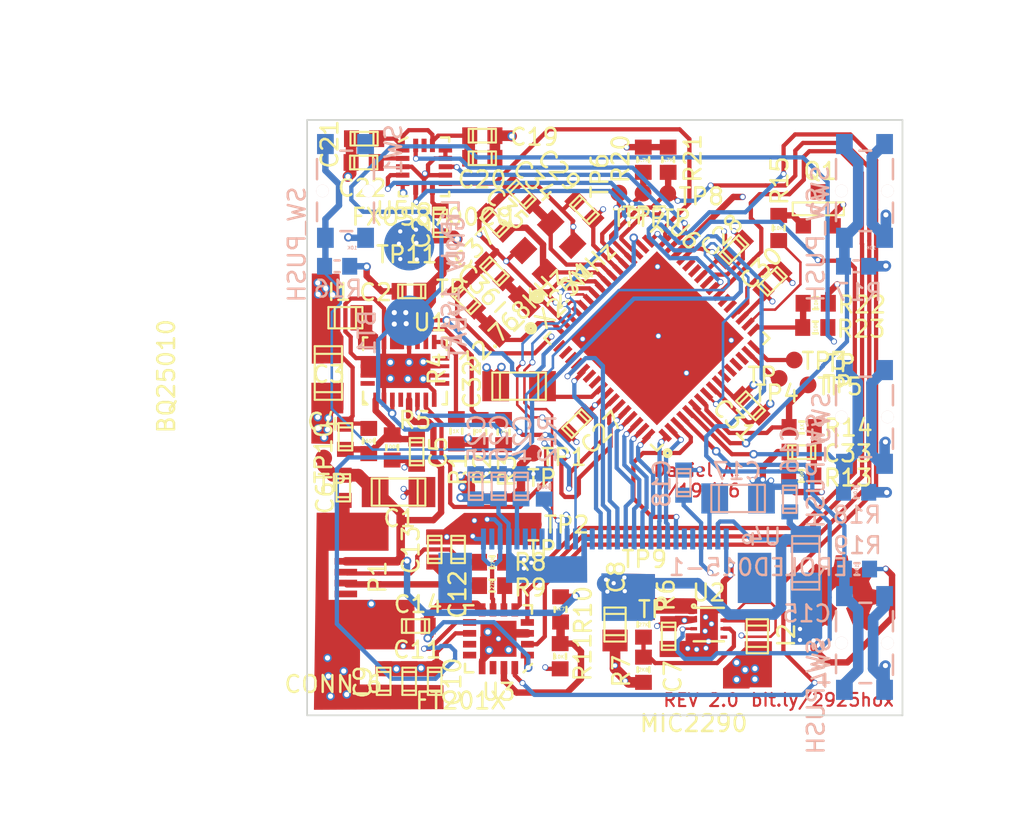
<source format=kicad_pcb>
(kicad_pcb (version 3) (host pcbnew "(2013-07-07 BZR 4022)-stable")
  (layers (15 F.Cu signal) (2 Ground-Plane power) (1 Power mixed) (0 B.Cu signal) (18 B.Paste user) (19 F.Paste user) (20 B.SilkS user) (21 F.SilkS user) (22 B.Mask user) (23 F.Mask user) (28 Edge.Cuts user))
  (net 0 "")
  (net 1 +13V)
  (net 2 +3.3V)
  (net 3 /BAT/2)
  (net 4 /LCD/Sensors/CS)
  (net 5 /LCD/Sensors/D/C)
  (net 6 /LCD/Sensors/D0)
  (net 7 /LCD/Sensors/D1)
  (net 8 /LCD/Sensors/D2)
  (net 9 /LCD/Sensors/D3)
  (net 10 /LCD/Sensors/D4)
  (net 11 /LCD/Sensors/D5)
  (net 12 /LCD/Sensors/D6)
  (net 13 /LCD/Sensors/D7)
  (net 14 /LCD/Sensors/E)
  (net 15 /LCD/Sensors/FX_RST)
  (net 16 /LCD/Sensors/INT1)
  (net 17 /LCD/Sensors/INT2)
  (net 18 /LCD/Sensors/R/W)
  (net 19 /LCD/Sensors/RES)
  (net 20 /LCD/Sensors/SCL)
  (net 21 /LCD/Sensors/SDA)
  (net 22 /MOTOR)
  (net 23 /RTCC)
  (net 24 /SW1)
  (net 25 /SW2)
  (net 26 /SW3)
  (net 27 /SW4)
  (net 28 /USB/Power/Boost-En)
  (net 29 /USB/Power/CBUS2)
  (net 30 /USB/Power/CBUS4)
  (net 31 /USB/Power/D+)
  (net 32 /USB/Power/D-)
  (net 33 /USB/Power/FTDI_RST)
  (net 34 /USB/Power/STAT1)
  (net 35 /USB/Power/STAT2)
  (net 36 "/USB/Power/USB +5V")
  (net 37 /USB/Power/nPG)
  (net 38 GND)
  (net 39 N-0000026)
  (net 40 N-0000027)
  (net 41 N-0000028)
  (net 42 N-0000029)
  (net 43 N-0000030)
  (net 44 N-0000031)
  (net 45 N-0000032)
  (net 46 N-0000037)
  (net 47 N-0000038)
  (net 48 N-0000063)
  (net 49 N-0000064)
  (net 50 N-0000065)
  (net 51 N-0000066)
  (net 52 N-0000067)
  (net 53 N-0000072)
  (net 54 N-0000073)
  (net 55 N-0000074)
  (net 56 N-0000075)
  (net 57 N-0000076)
  (net 58 N-0000078)
  (net 59 N-0000079)
  (net 60 N-0000085)
  (net 61 N-0000086)
  (net 62 N-0000087)
  (net 63 N-0000088)
  (net 64 N-0000089)
  (net 65 N-0000090)
  (net 66 VBAT)
  (module Crystal_9HT10 (layer F.Cu) (at 215.8 139.5 225)
    (fp_text reference X2 (at -1.895965 -1.604072 225) (layer F.SilkS))
    (fp_text value 32.768KHz (at -0.037052 -0.248053 225) (layer F.SilkS))
    (pad 1 connect rect (at -1.25 0 315) (size 1.8 1) (layers F.Cu F.Paste F.Mask) (net 45 N-0000032))
    (pad 2 connect rect (at 1.25 0 315) (size 1.8 1) (layers F.Cu F.Paste F.Mask) (net 44 N-0000031))
  )
  (module ABM8 (layer F.Cu) (at 218.1 135.4 45)
    (fp_text reference X1 (at 0.028638 2.463772 45) (layer F.SilkS))
    (fp_text value 25MHz (at 0.3 2.6 45) (layer F.SilkS))
    (pad 3 connect rect (at -1.15 -0.925 135) (size 1.05 1.3) (layers F.Cu F.Paste F.Mask) (net 38 GND))
    (pad 1 connect rect (at -1.15 0.925 135) (size 1.05 1.3) (layers F.Cu F.Paste F.Mask) (net 40 N-0000027))
    (pad 2 connect rect (at 1.15 -0.925 135) (size 1.05 1.3) (layers F.Cu F.Paste F.Mask) (net 39 N-0000026))
    (pad 4 connect rect (at 1.15 0.925 135) (size 1.05 1.3) (layers F.Cu F.Paste F.Mask) (net 38 GND))
  )
  (module QFN-16-ExPad (layer F.Cu) (at 215.138 158.75 180)
    (fp_text reference U3 (at -0.0127 -3.175 180) (layer F.SilkS))
    (fp_text value FT201X (at 2.25 -3.7 180) (layer F.SilkS))
    (pad 10 smd rect (at 1.725 0.325 270) (size 0.4 0.7874) (layers F.Cu F.Paste F.Mask) (net 2 +3.3V))
    (pad 11 smd rect (at 1.725 -0.325 270) (size 0.4 0.7874) (layers F.Cu F.Paste F.Mask))
    (pad 9 smd rect (at 1.725 0.975 270) (size 0.4 0.7874) (layers F.Cu F.Paste F.Mask) (net 33 /USB/Power/FTDI_RST))
    (pad 12 smd rect (at 1.725 -0.975 270) (size 0.4 0.7874) (layers F.Cu F.Paste F.Mask))
    (pad 1 smd rect (at -1.725 -0.975 270) (size 0.4 0.7874) (layers F.Cu F.Paste F.Mask) (net 56 N-0000075))
    (pad 2 smd rect (at -1.725 -0.325 270) (size 0.4 0.762) (layers F.Cu F.Paste F.Mask) (net 21 /LCD/Sensors/SDA))
    (pad 3 smd rect (at -1.725 0.325 270) (size 0.4 0.7874) (layers F.Cu F.Paste F.Mask) (net 38 GND))
    (pad 4 smd rect (at -1.725 0.975 270) (size 0.4 0.7874) (layers F.Cu F.Paste F.Mask) (net 30 /USB/Power/CBUS4))
    (pad 16 smd rect (at -0.975 -1.725 180) (size 0.4 0.7874) (layers F.Cu F.Paste F.Mask) (net 20 /LCD/Sensors/SCL))
    (pad 15 smd rect (at -0.325 -1.725 180) (size 0.4 0.7874) (layers F.Cu F.Paste F.Mask) (net 55 N-0000074))
    (pad 14 smd rect (at 0.325 -1.725 180) (size 0.4 0.7874) (layers F.Cu F.Paste F.Mask))
    (pad 13 smd rect (at 0.975 -1.725 180) (size 0.4 0.7874) (layers F.Cu F.Paste F.Mask) (net 38 GND))
    (pad 5 smd rect (at -0.975 1.725 180) (size 0.4 0.7874) (layers F.Cu F.Paste F.Mask) (net 29 /USB/Power/CBUS2))
    (pad 7 smd rect (at 0.325 1.725 180) (size 0.4 0.7874) (layers F.Cu F.Paste F.Mask) (net 59 N-0000079))
    (pad 6 smd rect (at -0.325 1.725 180) (size 0.4 0.7874) (layers F.Cu F.Paste F.Mask) (net 57 N-0000076))
    (pad 8 smd rect (at 0.975 1.725 180) (size 0.4 0.7874) (layers F.Cu F.Paste F.Mask) (net 56 N-0000075))
    (pad 17 smd rect (at 0 0 180) (size 2.15 2.15) (layers F.Cu F.Mask) (net 38 GND))
  )
  (module QFN-64 (layer F.Cu) (at 224.6 140.8 135)
    (fp_text reference U6 (at 3.229781 5.581901 135) (layer F.SilkS))
    (fp_text value PIC32MX370F512H hide)
    (pad 65 smd rect (at 0 0 225) (size 7.35 7.35) (layers F.Cu F.Mask) (net 38 GND))
    (pad 1 smd rect (at -4.45 -3.75 225) (size 0.3 0.85) (layers F.Cu F.Paste F.Mask) (net 11 /LCD/Sensors/D5))
    (pad 2 smd rect (at -4.45 -3.25 225) (size 0.3 0.85) (layers F.Cu F.Paste F.Mask) (net 12 /LCD/Sensors/D6))
    (pad 3 smd rect (at -4.45 -2.75 225) (size 0.3 0.85) (layers F.Cu F.Paste F.Mask) (net 13 /LCD/Sensors/D7))
    (pad 4 smd rect (at -4.45 -2.25 225) (size 0.3 0.85) (layers F.Cu F.Paste F.Mask) (net 27 /SW4))
    (pad 5 smd rect (at -4.45 -1.75 225) (size 0.3 0.85) (layers F.Cu F.Paste F.Mask) (net 26 /SW3))
    (pad 6 smd rect (at -4.45 -1.25 225) (size 0.3 0.85) (layers F.Cu F.Paste F.Mask) (net 25 /SW2))
    (pad 7 smd rect (at -4.45 -0.75 225) (size 0.3 0.85) (layers F.Cu F.Paste F.Mask) (net 48 N-0000063))
    (pad 8 smd rect (at -4.45 -0.25 225) (size 0.3 0.85) (layers F.Cu F.Paste F.Mask) (net 24 /SW1))
    (pad 9 smd rect (at -4.45 0.25 225) (size 0.3 0.85) (layers F.Cu F.Paste F.Mask) (net 38 GND))
    (pad 10 smd rect (at -4.45 0.75 225) (size 0.3 0.85) (layers F.Cu F.Paste F.Mask) (net 2 +3.3V))
    (pad 11 smd rect (at -4.45 1.25 225) (size 0.3 0.85) (layers F.Cu F.Paste F.Mask))
    (pad 12 smd rect (at -4.45 1.75 225) (size 0.3 0.85) (layers F.Cu F.Paste F.Mask))
    (pad 13 smd rect (at -4.45 2.25 225) (size 0.3 0.85) (layers F.Cu F.Paste F.Mask))
    (pad 14 smd rect (at -4.45 2.75 225) (size 0.3 0.85) (layers F.Cu F.Paste F.Mask))
    (pad 15 smd rect (at -4.45 3.25 225) (size 0.3 0.85) (layers F.Cu F.Paste F.Mask) (net 42 N-0000029))
    (pad 16 smd rect (at -4.45 3.75 225) (size 0.3 0.85) (layers F.Cu F.Paste F.Mask) (net 41 N-0000028))
    (pad 17 smd rect (at -3.75 4.45 135) (size 0.3 0.85) (layers F.Cu F.Paste F.Mask) (net 3 /BAT/2))
    (pad 18 smd rect (at -3.25 4.45 135) (size 0.3 0.85) (layers F.Cu F.Paste F.Mask) (net 22 /MOTOR))
    (pad 19 smd rect (at -2.75 4.45 135) (size 0.3 0.85) (layers F.Cu F.Paste F.Mask) (net 2 +3.3V))
    (pad 20 smd rect (at -2.25 4.45 135) (size 0.3 0.85) (layers F.Cu F.Paste F.Mask) (net 38 GND))
    (pad 21 smd rect (at -1.75 4.45 135) (size 0.3 0.85) (layers F.Cu F.Paste F.Mask))
    (pad 22 smd rect (at -1.25 4.45 135) (size 0.3 0.85) (layers F.Cu F.Paste F.Mask))
    (pad 23 smd rect (at -0.75 4.45 135) (size 0.3 0.85) (layers F.Cu F.Paste F.Mask) (net 30 /USB/Power/CBUS4))
    (pad 24 smd rect (at -0.25 4.45 135) (size 0.3 0.85) (layers F.Cu F.Paste F.Mask) (net 29 /USB/Power/CBUS2))
    (pad 25 smd rect (at 0.25 4.45 135) (size 0.3 0.85) (layers F.Cu F.Paste F.Mask) (net 38 GND))
    (pad 26 smd rect (at 0.75 4.45 135) (size 0.3 0.85) (layers F.Cu F.Paste F.Mask) (net 2 +3.3V))
    (pad 27 smd rect (at 1.25 4.45 135) (size 0.3 0.85) (layers F.Cu F.Paste F.Mask))
    (pad 28 smd rect (at 1.75 4.45 135) (size 0.3 0.85) (layers F.Cu F.Paste F.Mask))
    (pad 29 smd rect (at 2.25 4.45 135) (size 0.3 0.85) (layers F.Cu F.Paste F.Mask) (net 33 /USB/Power/FTDI_RST))
    (pad 30 smd rect (at 2.75 4.45 135) (size 0.3 0.85) (layers F.Cu F.Paste F.Mask) (net 5 /LCD/Sensors/D/C))
    (pad 31 smd rect (at 3.25 4.45 135) (size 0.3 0.85) (layers F.Cu F.Paste F.Mask) (net 15 /LCD/Sensors/FX_RST))
    (pad 32 smd rect (at 3.75 4.45 135) (size 0.3 0.85) (layers F.Cu F.Paste F.Mask) (net 17 /LCD/Sensors/INT2))
    (pad 33 smd rect (at 4.45 3.75 225) (size 0.3 0.85) (layers F.Cu F.Paste F.Mask) (net 28 /USB/Power/Boost-En))
    (pad 34 smd rect (at 4.45 3.25 225) (size 0.3 0.85) (layers F.Cu F.Paste F.Mask) (net 37 /USB/Power/nPG))
    (pad 35 smd rect (at 4.45 2.75 225) (size 0.3 0.85) (layers F.Cu F.Paste F.Mask) (net 16 /LCD/Sensors/INT1))
    (pad 36 smd rect (at 4.45 2.25 225) (size 0.3 0.85) (layers F.Cu F.Paste F.Mask) (net 21 /LCD/Sensors/SDA))
    (pad 37 smd rect (at 4.45 1.75 225) (size 0.3 0.85) (layers F.Cu F.Paste F.Mask) (net 20 /LCD/Sensors/SCL))
    (pad 38 smd rect (at 4.45 1.25 225) (size 0.3 0.85) (layers F.Cu F.Paste F.Mask) (net 2 +3.3V))
    (pad 39 smd rect (at 4.45 0.75 225) (size 0.3 0.85) (layers F.Cu F.Paste F.Mask) (net 39 N-0000026))
    (pad 40 smd rect (at 4.45 0.25 225) (size 0.3 0.85) (layers F.Cu F.Paste F.Mask) (net 40 N-0000027))
    (pad 41 smd rect (at 4.45 -0.25 225) (size 0.3 0.85) (layers F.Cu F.Paste F.Mask) (net 38 GND))
    (pad 42 smd rect (at 4.45 -0.75 225) (size 0.3 0.85) (layers F.Cu F.Paste F.Mask) (net 23 /RTCC))
    (pad 43 smd rect (at 4.45 -1.25 225) (size 0.3 0.85) (layers F.Cu F.Paste F.Mask) (net 19 /LCD/Sensors/RES))
    (pad 44 smd rect (at 4.45 -1.75 225) (size 0.3 0.85) (layers F.Cu F.Paste F.Mask) (net 4 /LCD/Sensors/CS))
    (pad 45 smd rect (at 4.45 -2.25 225) (size 0.3 0.85) (layers F.Cu F.Paste F.Mask))
    (pad 46 smd rect (at 4.45 -2.75 225) (size 0.3 0.85) (layers F.Cu F.Paste F.Mask))
    (pad 47 smd rect (at 4.45 -3.25 225) (size 0.3 0.85) (layers F.Cu F.Paste F.Mask) (net 45 N-0000032))
    (pad 48 smd rect (at 4.45 -3.75 225) (size 0.3 0.85) (layers F.Cu F.Paste F.Mask) (net 44 N-0000031))
    (pad 49 smd rect (at 3.75 -4.45 135) (size 0.3 0.85) (layers F.Cu F.Paste F.Mask))
    (pad 50 smd rect (at 3.25 -4.45 135) (size 0.3 0.85) (layers F.Cu F.Paste F.Mask))
    (pad 51 smd rect (at 2.75 -4.45 135) (size 0.3 0.85) (layers F.Cu F.Paste F.Mask))
    (pad 52 smd rect (at 2.25 -4.45 135) (size 0.3 0.85) (layers F.Cu F.Paste F.Mask) (net 14 /LCD/Sensors/E))
    (pad 53 smd rect (at 1.75 -4.45 135) (size 0.3 0.85) (layers F.Cu F.Paste F.Mask) (net 18 /LCD/Sensors/R/W))
    (pad 54 smd rect (at 1.25 -4.45 135) (size 0.3 0.85) (layers F.Cu F.Paste F.Mask))
    (pad 55 smd rect (at 0.75 -4.45 135) (size 0.3 0.85) (layers F.Cu F.Paste F.Mask))
    (pad 56 smd rect (at 0.25 -4.45 135) (size 0.3 0.85) (layers F.Cu F.Paste F.Mask) (net 49 N-0000064))
    (pad 57 smd rect (at -0.25 -4.45 135) (size 0.3 0.85) (layers F.Cu F.Paste F.Mask) (net 2 +3.3V))
    (pad 58 smd rect (at -0.75 -4.45 135) (size 0.3 0.85) (layers F.Cu F.Paste F.Mask) (net 35 /USB/Power/STAT2))
    (pad 59 smd rect (at -1.25 -4.45 135) (size 0.3 0.85) (layers F.Cu F.Paste F.Mask) (net 34 /USB/Power/STAT1))
    (pad 60 smd rect (at -1.75 -4.45 135) (size 0.3 0.85) (layers F.Cu F.Paste F.Mask) (net 6 /LCD/Sensors/D0))
    (pad 61 smd rect (at -2.25 -4.45 135) (size 0.3 0.85) (layers F.Cu F.Paste F.Mask) (net 7 /LCD/Sensors/D1))
    (pad 62 smd rect (at -2.75 -4.45 135) (size 0.3 0.85) (layers F.Cu F.Paste F.Mask) (net 8 /LCD/Sensors/D2))
    (pad 63 smd rect (at -3.25 -4.45 135) (size 0.3 0.85) (layers F.Cu F.Paste F.Mask) (net 9 /LCD/Sensors/D3))
    (pad 64 smd rect (at -3.75 -4.45 135) (size 0.3 0.85) (layers F.Cu F.Paste F.Mask) (net 10 /LCD/Sensors/D4))
  )
  (module USB-Micro-B (layer F.Cu) (at 206.0194 155.4226 270)
    (fp_text reference P1 (at -0.3556 -1.905 270) (layer F.SilkS))
    (fp_text value CONN_6 (at 6.044 0.736 360) (layer F.SilkS))
    (pad 1 smd rect (at -1.3 0 270) (size 0.4 1.35) (layers F.Cu F.Paste F.Mask) (net 36 "/USB/Power/USB +5V"))
    (pad 2 smd rect (at -0.65 0 270) (size 0.4 1.35) (layers F.Cu F.Paste F.Mask) (net 32 /USB/Power/D-))
    (pad 3 smd rect (at 0 0 270) (size 0.4 1.35) (layers F.Cu F.Paste F.Mask) (net 31 /USB/Power/D+))
    (pad 4 smd rect (at 0.65 0 270) (size 0.4 1.35) (layers F.Cu F.Paste F.Mask))
    (pad 5 smd rect (at 1.3 0 270) (size 0.4 1.35) (layers F.Cu F.Paste F.Mask) (net 38 GND))
    (pad 6 smd rect (at 3.1 0.125 270) (size 2.1 1.6) (layers F.Cu F.Paste F.Mask) (net 38 GND))
    (pad 6 smd rect (at -3.1 0.125 270) (size 2.1 1.6) (layers F.Cu F.Paste F.Mask) (net 38 GND))
  )
  (module TP-1mm (layer F.Cu) (at 225.2472 132.1562)
    (fp_text reference TP8 (at 2.0066 0.1778) (layer F.SilkS))
    (fp_text value TP (at 0.5 1.5) (layer F.SilkS))
    (pad 1 smd circle (at 0 0) (size 1 1) (layers F.Cu F.Mask) (net 21 /LCD/Sensors/SDA))
  )
  (module TP-1mm (layer F.Cu) (at 211.7852 136.3472)
    (fp_text reference TP11 (at -2.1209 -0.5461) (layer F.SilkS))
    (fp_text value TP (at 0.5 1.5) (layer F.SilkS))
    (pad 1 smd circle (at 0 0) (size 1 1) (layers F.Cu F.Mask) (net 66 VBAT))
  )
  (module TP-1mm (layer F.Cu) (at 223.8502 155.4988)
    (fp_text reference TP9 (at 0 -1.5) (layer F.SilkS))
    (fp_text value TP (at 0.5 1.5) (layer F.SilkS))
    (pad 1 smd circle (at 0 0) (size 1 1) (layers F.Cu F.Mask) (net 1 +13V))
  )
  (module TP-1mm (layer F.Cu) (at 204.6986 147.955)
    (fp_text reference TP10 (at 0 -0.3048 90) (layer F.SilkS))
    (fp_text value TP (at 0.5 1.5) (layer F.SilkS))
    (pad 1 smd circle (at 0 0) (size 1 1) (layers F.Cu F.Mask) (net 36 "/USB/Power/USB +5V"))
  )
  (module TP-1mm (layer F.Cu) (at 223.774 132.1308)
    (fp_text reference TP7 (at 0.1016 1.3462) (layer F.SilkS))
    (fp_text value TP (at 0.5 1.5) (layer F.SilkS))
    (pad 1 smd circle (at 0 0) (size 1 1) (layers F.Cu F.Mask) (net 20 /LCD/Sensors/SCL))
  )
  (module TP-1mm (layer F.Cu) (at 222.3262 132.1308)
    (fp_text reference TP6 (at -1.143 -1.0414 90) (layer F.SilkS))
    (fp_text value TP (at 0.5 1.5) (layer F.SilkS))
    (pad 1 smd circle (at 0 0) (size 1 1) (layers F.Cu F.Mask) (net 23 /RTCC))
  )
  (module TP-1mm (layer F.Cu) (at 217.2208 151.9174)
    (fp_text reference TP2 (at 1.9939 0.0254) (layer F.SilkS))
    (fp_text value TP (at 0.5 1.5) (layer F.SilkS))
    (pad 1 smd circle (at 0 0) (size 1 1) (layers F.Cu F.Mask) (net 38 GND))
  )
  (module TP-1mm (layer F.Cu) (at 232.8 142.1)
    (fp_text reference TP3 (at 1.7944 0.0638) (layer F.SilkS))
    (fp_text value TP (at 2.7977 0.2035) (layer F.SilkS))
    (pad 1 smd circle (at 0 0) (size 1 1) (layers F.Cu F.Mask) (net 41 N-0000028))
  )
  (module TP-1mm (layer F.Cu) (at 231.9 143.2)
    (fp_text reference TP4 (at -0.16564 0.91452) (layer F.SilkS))
    (fp_text value TP (at -1.014 -0.1472) (layer F.SilkS))
    (pad 1 smd circle (at 0 0) (size 1 1) (layers F.Cu F.Mask) (net 42 N-0000029))
  )
  (module TP-1mm (layer F.Cu) (at 233.6292 143.5862)
    (fp_text reference TP5 (at 1.905 0.1016) (layer F.SilkS))
    (fp_text value TP (at 1.7399 -0.0254) (layer F.SilkS))
    (pad 1 smd circle (at 0 0) (size 1 1) (layers F.Cu F.Mask) (net 48 N-0000063))
  )
  (module TP-1mm (layer F.Cu) (at 217.2208 147.6629)
    (fp_text reference TP1 (at 1.8288 0.2413) (layer F.SilkS))
    (fp_text value TP (at 0.5 1.5) (layer F.SilkS))
    (pad 1 smd circle (at 0 0) (size 1 1) (layers F.Cu F.Mask) (net 2 +3.3V))
  )
  (module SOT23EBC (layer F.Cu) (at 234.2388 133.0706 180)
    (fp_text reference Q1 (at -0.1143 2.2479 180) (layer F.SilkS))
    (fp_text value MMBT2222A hide)
    (pad 1 smd rect (at -0.889 -1.016 180) (size 0.9144 0.9144) (layers F.Cu F.Paste F.Mask) (net 38 GND))
    (pad 2 smd rect (at 0.889 -1.016 180) (size 0.9144 0.9144) (layers F.Cu F.Paste F.Mask) (net 46 N-0000037))
    (pad 3 smd rect (at 0 1.016 180) (size 0.9144 0.9144) (layers F.Cu F.Paste F.Mask) (net 47 N-0000038))
  )
  (module r_0805 (layer F.Cu) (at 230.6 158.6 270)
    (fp_text reference I2 (at -0.0659 -1.7338 270) (layer F.SilkS))
    (fp_text value 10uH hide)
    (pad 1 smd rect (at 0.9525 0 270) (size 1.30048 1.4986) (layers F.Cu F.Paste F.Mask) (net 2 +3.3V))
    (pad 2 smd rect (at -0.9525 0 270) (size 1.30048 1.4986) (layers F.Cu F.Paste F.Mask) (net 52 N-0000067))
  )
  (module r_0805 (layer F.Cu) (at 205.994 139.573)
    (fp_text reference I1 (at -0.3683 -1.524) (layer F.SilkS))
    (fp_text value 10uH hide)
    (pad 1 smd rect (at 0.9525 0) (size 1.30048 1.4986) (layers F.Cu F.Paste F.Mask) (net 50 N-0000065))
    (pad 2 smd rect (at -0.9525 0) (size 1.30048 1.4986) (layers F.Cu F.Paste F.Mask) (net 2 +3.3V))
  )
  (module r_0603 (layer F.Cu) (at 214.757 155.575 180)
    (fp_text reference R9 (at -2.286 -0.127 180) (layer F.SilkS))
    (fp_text value 27R (at -0.0127 0.0508 270) (layer F.SilkS) (effects (font (size 0.20066 0.20066) (thickness 0.04064))))
    (pad 1 smd rect (at 0.75184 0 180) (size 0.89916 1.00076) (layers F.Cu F.Paste F.Mask) (net 31 /USB/Power/D+))
    (pad 2 smd rect (at -0.75184 0 180) (size 0.89916 1.00076) (layers F.Cu F.Paste F.Mask) (net 57 N-0000076))
  )
  (module r_0603 (layer F.Cu) (at 214.757 154.178 180)
    (fp_text reference R8 (at -2.286 0 180) (layer F.SilkS))
    (fp_text value 27R (at -0.0508 -0.0127 270) (layer F.SilkS) (effects (font (size 0.20066 0.20066) (thickness 0.04064))))
    (pad 1 smd rect (at 0.75184 0 180) (size 0.89916 1.00076) (layers F.Cu F.Paste F.Mask) (net 32 /USB/Power/D-))
    (pad 2 smd rect (at -0.75184 0 180) (size 0.89916 1.00076) (layers F.Cu F.Paste F.Mask) (net 59 N-0000079))
  )
  (module r_0603 (layer F.Cu) (at 223.8 160.6 90)
    (fp_text reference R7 (at -0.0804 -1.3214 90) (layer F.SilkS))
    (fp_text value 2K8 (at -0.0042 -0.0006 180) (layer F.SilkS) (effects (font (size 0.20066 0.20066) (thickness 0.04064))))
    (pad 1 smd rect (at 0.75184 0 90) (size 0.89916 1.00076) (layers F.Cu F.Paste F.Mask) (net 58 N-0000078))
    (pad 2 smd rect (at -0.75184 0 90) (size 0.89916 1.00076) (layers F.Cu F.Paste F.Mask) (net 38 GND))
  )
  (module r_0603 (layer F.Cu) (at 223.8 157.9 90)
    (fp_text reference R6 (at 1.7662 1.3456 90) (layer F.SilkS))
    (fp_text value 27K (at -0.0118 -0.0006 180) (layer F.SilkS) (effects (font (size 0.20066 0.20066) (thickness 0.04064))))
    (pad 1 smd rect (at 0.75184 0 90) (size 0.89916 1.00076) (layers F.Cu F.Paste F.Mask) (net 1 +13V))
    (pad 2 smd rect (at -0.75184 0 90) (size 0.89916 1.00076) (layers F.Cu F.Paste F.Mask) (net 58 N-0000078))
  )
  (module r_0603 (layer F.Cu) (at 208.788 147.32 270)
    (fp_text reference R5 (at -1.6256 -1.3589 360) (layer F.SilkS))
    (fp_text value 100K (at -0.0381 0 360) (layer F.SilkS) (effects (font (size 0.20066 0.20066) (thickness 0.04064))))
    (pad 1 smd rect (at 0.75184 0 270) (size 0.89916 1.00076) (layers F.Cu F.Paste F.Mask) (net 38 GND))
    (pad 2 smd rect (at -0.75184 0 270) (size 0.89916 1.00076) (layers F.Cu F.Paste F.Mask) (net 51 N-0000066))
  )
  (module r_0603 (layer F.Cu) (at 207.391 146.939 270)
    (fp_text reference R4 (at -4.318 -4.064 270) (layer F.SilkS))
    (fp_text value 560K (at 0 0 360) (layer F.SilkS) (effects (font (size 0.20066 0.20066) (thickness 0.04064))))
    (pad 1 smd rect (at 0.75184 0 270) (size 0.89916 1.00076) (layers F.Cu F.Paste F.Mask) (net 51 N-0000066))
    (pad 2 smd rect (at -0.75184 0 270) (size 0.89916 1.00076) (layers F.Cu F.Paste F.Mask) (net 2 +3.3V))
  )
  (module r_0603 (layer F.Cu) (at 218.821 159.7914 270)
    (fp_text reference R11 (at 0.05 -1.35 270) (layer F.SilkS))
    (fp_text value 10K (at 0.0381 0.0508 360) (layer F.SilkS) (effects (font (size 0.20066 0.20066) (thickness 0.04064))))
    (pad 1 smd rect (at 0.75184 0 270) (size 0.89916 1.00076) (layers F.Cu F.Paste F.Mask) (net 38 GND))
    (pad 2 smd rect (at -0.75184 0 270) (size 0.89916 1.00076) (layers F.Cu F.Paste F.Mask) (net 55 N-0000074))
  )
  (module r_0603 (layer F.Cu) (at 214.0458 146.4056 90)
    (fp_text reference R2 (at -2.2352 0.127 90) (layer F.SilkS))
    (fp_text value 0R (at 0.0508 -0.0889 180) (layer F.SilkS) (effects (font (size 0.20066 0.20066) (thickness 0.04064))))
    (pad 1 smd rect (at 0.75184 0 90) (size 0.89916 1.00076) (layers F.Cu F.Paste F.Mask) (net 53 N-0000072))
    (pad 2 smd rect (at -0.75184 0 90) (size 0.89916 1.00076) (layers F.Cu F.Paste F.Mask) (net 38 GND))
  )
  (module r_0603 (layer F.Cu) (at 212.6234 146.3548 90)
    (fp_text reference R1 (at -2.286 0.1016 90) (layer F.SilkS))
    (fp_text value 1K (at 0 -0.0254 180) (layer F.SilkS) (effects (font (size 0.20066 0.20066) (thickness 0.04064))))
    (pad 1 smd rect (at 0.75184 0 90) (size 0.89916 1.00076) (layers F.Cu F.Paste F.Mask) (net 54 N-0000073))
    (pad 2 smd rect (at -0.75184 0 90) (size 0.89916 1.00076) (layers F.Cu F.Paste F.Mask) (net 38 GND))
  )
  (module r_0603 (layer F.Cu) (at 218.8464 156.9974 270)
    (fp_text reference R10 (at 0.05 -1.35 270) (layer F.SilkS))
    (fp_text value 4K7 (at -0.0254 0.0381 360) (layer F.SilkS) (effects (font (size 0.20066 0.20066) (thickness 0.04064))))
    (pad 1 smd rect (at 0.75184 0 270) (size 0.89916 1.00076) (layers F.Cu F.Paste F.Mask) (net 55 N-0000074))
    (pad 2 smd rect (at -0.75184 0 270) (size 0.89916 1.00076) (layers F.Cu F.Paste F.Mask) (net 36 "/USB/Power/USB +5V"))
  )
  (module r_0603 (layer B.Cu) (at 217.8685 149.65426 90)
    (fp_text reference R12 (at 2.8448 0.2032 90) (layer B.SilkS) (effects (justify mirror)))
    (fp_text value 560K (at -0.0242 0.0156 180) (layer B.SilkS) (effects (font (size 0.20066 0.20066) (thickness 0.04064)) (justify mirror)))
    (pad 1 smd rect (at 0.75184 0 90) (size 0.89916 1.00076) (layers B.Cu B.Paste B.Mask) (net 38 GND))
    (pad 2 smd rect (at -0.75184 0 90) (size 0.89916 1.00076) (layers B.Cu B.Paste B.Mask) (net 63 N-0000088))
  )
  (module r_0603 (layer F.Cu) (at 231.8766 134.2136 90)
    (fp_text reference R15 (at 2.8194 0.0508 90) (layer F.SilkS))
    (fp_text value 10K (at -0.0127 -0.0254 180) (layer F.SilkS) (effects (font (size 0.20066 0.20066) (thickness 0.04064))))
    (pad 1 smd rect (at 0.75184 0 90) (size 0.89916 1.00076) (layers F.Cu F.Paste F.Mask) (net 46 N-0000037))
    (pad 2 smd rect (at -0.75184 0 90) (size 0.89916 1.00076) (layers F.Cu F.Paste F.Mask) (net 22 /MOTOR))
  )
  (module r_0603 (layer F.Cu) (at 215.4428 146.4056 270)
    (fp_text reference R3 (at 2.3241 -0.2159 270) (layer F.SilkS))
    (fp_text value 0R (at 0.0254 -0.0381 360) (layer F.SilkS) (effects (font (size 0.20066 0.20066) (thickness 0.04064))))
    (pad 1 smd rect (at 0.75184 0 270) (size 0.89916 1.00076) (layers F.Cu F.Paste F.Mask) (net 66 VBAT))
    (pad 2 smd rect (at -0.75184 0 270) (size 0.89916 1.00076) (layers F.Cu F.Paste F.Mask) (net 53 N-0000072))
  )
  (module r_0603 (layer B.Cu) (at 236.5502 154.5844)
    (fp_text reference R19 (at 0.03048 -1.4097) (layer B.SilkS) (effects (justify mirror)))
    (fp_text value 10K (at 0 0.0254 90) (layer B.SilkS) (effects (font (size 0.20066 0.20066) (thickness 0.04064)) (justify mirror)))
    (pad 1 smd rect (at 0.75184 0) (size 0.89916 1.00076) (layers B.Cu B.Paste B.Mask) (net 38 GND))
    (pad 2 smd rect (at -0.75184 0) (size 0.89916 1.00076) (layers B.Cu B.Paste B.Mask) (net 27 /SW4))
  )
  (module r_0603 (layer B.Cu) (at 236.5 150)
    (fp_text reference R18 (at 0.05 1.35) (layer B.SilkS) (effects (justify mirror)))
    (fp_text value 10K (at -0.0387 0.0251 90) (layer B.SilkS) (effects (font (size 0.20066 0.20066) (thickness 0.04064)) (justify mirror)))
    (pad 1 smd rect (at 0.75184 0) (size 0.89916 1.00076) (layers B.Cu B.Paste B.Mask) (net 38 GND))
    (pad 2 smd rect (at -0.75184 0) (size 0.89916 1.00076) (layers B.Cu B.Paste B.Mask) (net 26 /SW3))
  )
  (module r_0603 (layer B.Cu) (at 236.5 136.5)
    (fp_text reference R17 (at 0.101 1.549) (layer B.SilkS) (effects (justify mirror)))
    (fp_text value 10K (at 0.9 -1.1) (layer B.SilkS) (effects (font (size 0.20066 0.20066) (thickness 0.04064)) (justify mirror)))
    (pad 1 smd rect (at 0.75184 0) (size 0.89916 1.00076) (layers B.Cu B.Paste B.Mask) (net 38 GND))
    (pad 2 smd rect (at -0.75184 0) (size 0.89916 1.00076) (layers B.Cu B.Paste B.Mask) (net 25 /SW2))
  )
  (module r_0603 (layer F.Cu) (at 233.2482 146.1262)
    (fp_text reference R14 (at 2.794 0.0254) (layer F.SilkS))
    (fp_text value 1K (at 0.0254 -0.0381 90) (layer F.SilkS) (effects (font (size 0.20066 0.20066) (thickness 0.04064))))
    (pad 1 smd rect (at 0.75184 0) (size 0.89916 1.00076) (layers F.Cu F.Paste F.Mask) (net 43 N-0000030))
    (pad 2 smd rect (at -0.75184 0) (size 0.89916 1.00076) (layers F.Cu F.Paste F.Mask) (net 48 N-0000063))
  )
  (module r_0603 (layer F.Cu) (at 233.2228 149.0218)
    (fp_text reference R13 (at 2.794 0.1143) (layer F.SilkS))
    (fp_text value 10K (at 0.0381 -0.0127 90) (layer F.SilkS) (effects (font (size 0.20066 0.20066) (thickness 0.04064))))
    (pad 1 smd rect (at 0.75184 0) (size 0.89916 1.00076) (layers F.Cu F.Paste F.Mask) (net 43 N-0000030))
    (pad 2 smd rect (at -0.75184 0) (size 0.89916 1.00076) (layers F.Cu F.Paste F.Mask) (net 2 +3.3V))
  )
  (module r_0603 (layer B.Cu) (at 205.5 136.5)
    (fp_text reference R16 (at 0.05 1.35) (layer B.SilkS) (effects (justify mirror)))
    (fp_text value 10K (at 0.9 -1.1) (layer B.SilkS) (effects (font (size 0.20066 0.20066) (thickness 0.04064)) (justify mirror)))
    (pad 1 smd rect (at 0.75184 0) (size 0.89916 1.00076) (layers B.Cu B.Paste B.Mask) (net 38 GND))
    (pad 2 smd rect (at -0.75184 0) (size 0.89916 1.00076) (layers B.Cu B.Paste B.Mask) (net 24 /SW1))
  )
  (module QFN-16 (layer F.Cu) (at 210.693 130.556)
    (fp_text reference U5 (at -1.8796 2.6162) (layer F.SilkS))
    (fp_text value FXOS8700CQ (at 0.5 3) (layer F.SilkS))
    (pad 5 smd rect (at -1.275 1) (size 0.8 0.3) (layers F.Cu F.Paste F.Mask) (net 38 GND))
    (pad 4 smd rect (at -1.275 0.5) (size 0.8 0.3) (layers F.Cu F.Paste F.Mask) (net 20 /LCD/Sensors/SCL))
    (pad 3 smd rect (at -1.275 0) (size 0.8 0.3) (layers F.Cu F.Paste F.Mask) (net 38 GND))
    (pad 2 smd rect (at -1.275 -0.5) (size 0.8 0.3) (layers F.Cu F.Paste F.Mask) (net 61 N-0000086))
    (pad 1 smd rect (at -1.275 -1) (size 0.8 0.3) (layers F.Cu F.Paste F.Mask) (net 60 N-0000085))
    (pad 16 smd rect (at -0.5 -1.275 90) (size 0.8 0.3) (layers F.Cu F.Paste F.Mask) (net 15 /LCD/Sensors/FX_RST))
    (pad 15 smd rect (at 0 -1.275 90) (size 0.8 0.3) (layers F.Cu F.Paste F.Mask))
    (pad 14 smd rect (at 0.5 -1.275 90) (size 0.8 0.3) (layers F.Cu F.Paste F.Mask) (net 60 N-0000085))
    (pad 13 smd rect (at 1.275 -1) (size 0.8 0.3) (layers F.Cu F.Paste F.Mask) (net 38 GND))
    (pad 12 smd rect (at 1.275 -0.5) (size 0.8 0.3) (layers F.Cu F.Paste F.Mask) (net 38 GND))
    (pad 11 smd rect (at 1.275 0) (size 0.8 0.3) (layers F.Cu F.Paste F.Mask) (net 16 /LCD/Sensors/INT1))
    (pad 10 smd rect (at 1.275 0.5) (size 0.8 0.3) (layers F.Cu F.Paste F.Mask) (net 38 GND))
    (pad 9 smd rect (at 1.275 1) (size 0.8 0.3) (layers F.Cu F.Paste F.Mask) (net 17 /LCD/Sensors/INT2))
    (pad 8 smd rect (at 0.5 1.275 90) (size 0.8 0.3) (layers F.Cu F.Paste F.Mask) (net 62 N-0000087))
    (pad 6 smd rect (at -0.5 1.275 90) (size 0.8 0.3) (layers F.Cu F.Paste F.Mask) (net 21 /LCD/Sensors/SDA))
    (pad 7 smd rect (at 0 1.275 90) (size 0.8 0.3) (layers F.Cu F.Paste F.Mask) (net 38 GND))
  )
  (module CON_SM_3mm_2pin (layer B.Cu) (at 209.8 137.5 90)
    (fp_text reference BT1 (at -2.962 -2.52076 90) (layer B.SilkS) (effects (justify mirror)))
    (fp_text value "LiPoly 1S1P" (at 0.5 2.5 90) (layer B.SilkS) (effects (justify mirror)))
    (pad 1 connect oval (at -2.25 0) (size 3 3) (layers B.Cu B.Mask) (net 66 VBAT))
    (pad 2 connect oval (at 2.25 0) (size 3 3) (layers B.Cu B.Mask) (net 38 GND))
  )
  (module c_1206 (layer F.Cu) (at 216.3699 143.6624)
    (fp_text reference C32 (at -2.8067 -0.1016 90) (layer F.SilkS))
    (fp_text value 10u hide)
    (pad 1 smd rect (at 1.397 0) (size 1.6002 1.8034) (layers F.Cu F.Paste F.Mask) (net 49 N-0000064))
    (pad 2 smd rect (at -1.397 0) (size 1.6002 1.8034) (layers F.Cu F.Paste F.Mask) (net 38 GND))
  )
  (module c_1206 (layer B.Cu) (at 233.49204 154.21356 90)
    (fp_text reference C15 (at -3.03276 0.06604 180) (layer B.SilkS) (effects (justify mirror)))
    (fp_text value 10u hide)
    (pad 1 smd rect (at 1.397 0 90) (size 1.6002 1.8034) (layers B.Cu B.Paste B.Mask) (net 1 +13V))
    (pad 2 smd rect (at -1.397 0 90) (size 1.6002 1.8034) (layers B.Cu B.Paste B.Mask) (net 38 GND))
  )
  (module c_1206 (layer F.Cu) (at 204.978 142.875 90)
    (fp_text reference C3 (at -0.0762 0.0254 180) (layer F.SilkS))
    (fp_text value 10u hide)
    (pad 1 smd rect (at 1.397 0 90) (size 1.6002 1.8034) (layers F.Cu F.Paste F.Mask) (net 2 +3.3V))
    (pad 2 smd rect (at -1.397 0 90) (size 1.6002 1.8034) (layers F.Cu F.Paste F.Mask) (net 38 GND))
  )
  (module c_1206 (layer F.Cu) (at 209.169 149.987 180)
    (fp_text reference C1 (at -0.0635 -1.5748 180) (layer F.SilkS))
    (fp_text value 10u hide)
    (pad 1 smd rect (at 1.397 0 180) (size 1.6002 1.8034) (layers F.Cu F.Paste F.Mask) (net 36 "/USB/Power/USB +5V"))
    (pad 2 smd rect (at -1.397 0 180) (size 1.6002 1.8034) (layers F.Cu F.Paste F.Mask) (net 38 GND))
  )
  (module c_0805 (layer F.Cu) (at 222.1 157.9 90)
    (fp_text reference C8 (at 2.833 0.0738 90) (layer F.SilkS))
    (fp_text value 10u hide)
    (pad 1 smd rect (at 0.9525 0 90) (size 1.30048 1.4986) (layers F.Cu F.Paste F.Mask) (net 1 +13V))
    (pad 2 smd rect (at -0.9525 0 90) (size 1.30048 1.4986) (layers F.Cu F.Paste F.Mask) (net 38 GND))
  )
  (module c_0603 (layer F.Cu) (at 207.1116 128.8796)
    (fp_text reference C21 (at -2.0574 0.3302 90) (layer F.SilkS))
    (fp_text value 100n hide)
    (pad 1 smd rect (at 0.75184 0) (size 0.89916 1.00076) (layers F.Cu F.Paste F.Mask) (net 60 N-0000085))
    (pad 2 smd rect (at -0.75184 0) (size 0.89916 1.00076) (layers F.Cu F.Paste F.Mask) (net 38 GND))
  )
  (module c_0603 (layer F.Cu) (at 219.8 145.9 45)
    (fp_text reference C27 (at 0.687011 1.470287 45) (layer F.SilkS))
    (fp_text value 100n hide)
    (pad 1 smd rect (at 0.75184 0 45) (size 0.89916 1.00076) (layers F.Cu F.Paste F.Mask) (net 2 +3.3V))
    (pad 2 smd rect (at -0.75184 0 45) (size 0.89916 1.00076) (layers F.Cu F.Paste F.Mask) (net 38 GND))
  )
  (module c_0603 (layer F.Cu) (at 229.2 135.5 225)
    (fp_text reference C28 (at -0.072266 1.1004 225) (layer F.SilkS))
    (fp_text value 100n hide)
    (pad 1 smd rect (at 0.75184 0 225) (size 0.89916 1.00076) (layers F.Cu F.Paste F.Mask) (net 2 +3.3V))
    (pad 2 smd rect (at -0.75184 0 225) (size 0.89916 1.00076) (layers F.Cu F.Paste F.Mask) (net 38 GND))
  )
  (module c_0603 (layer F.Cu) (at 220.2688 133.1214 315)
    (fp_text reference C29 (at -2.738978 -0.583717 315) (layer F.SilkS))
    (fp_text value 100n hide)
    (pad 1 smd rect (at 0.75184 0 315) (size 0.89916 1.00076) (layers F.Cu F.Paste F.Mask) (net 2 +3.3V))
    (pad 2 smd rect (at -0.75184 0 315) (size 0.89916 1.00076) (layers F.Cu F.Paste F.Mask) (net 38 GND))
  )
  (module c_0603 (layer F.Cu) (at 231.5 137.4 225)
    (fp_text reference C30 (at -0.067812 1.007981 225) (layer F.SilkS))
    (fp_text value 100n hide)
    (pad 1 smd rect (at 0.75184 0 225) (size 0.89916 1.00076) (layers F.Cu F.Paste F.Mask) (net 2 +3.3V))
    (pad 2 smd rect (at -0.75184 0 225) (size 0.89916 1.00076) (layers F.Cu F.Paste F.Mask) (net 38 GND))
  )
  (module c_0603 (layer F.Cu) (at 214.1728 130.048 180)
    (fp_text reference C20 (at 0.0127 -1.27 180) (layer F.SilkS))
    (fp_text value 100n hide)
    (pad 1 smd rect (at 0.75184 0 180) (size 0.89916 1.00076) (layers F.Cu F.Paste F.Mask) (net 60 N-0000085))
    (pad 2 smd rect (at -0.75184 0 180) (size 0.89916 1.00076) (layers F.Cu F.Paste F.Mask) (net 38 GND))
  )
  (module c_0603 (layer F.Cu) (at 211.6582 133.9342 90)
    (fp_text reference C23 (at -0.0762 -1.1176 90) (layer F.SilkS))
    (fp_text value 100n hide)
    (pad 1 smd rect (at 0.75184 0 90) (size 0.89916 1.00076) (layers F.Cu F.Paste F.Mask) (net 62 N-0000087))
    (pad 2 smd rect (at -0.75184 0 90) (size 0.89916 1.00076) (layers F.Cu F.Paste F.Mask) (net 38 GND))
  )
  (module c_0603 (layer F.Cu) (at 214.1728 128.7018 180)
    (fp_text reference C19 (at -3.0988 -0.0762 180) (layer F.SilkS))
    (fp_text value 4.7u hide)
    (pad 1 smd rect (at 0.75184 0 180) (size 0.89916 1.00076) (layers F.Cu F.Paste F.Mask) (net 60 N-0000085))
    (pad 2 smd rect (at -0.75184 0 180) (size 0.89916 1.00076) (layers F.Cu F.Paste F.Mask) (net 38 GND))
  )
  (module c_0603 (layer F.Cu) (at 207.0862 130.302)
    (fp_text reference C22 (at -0.0889 1.524) (layer F.SilkS))
    (fp_text value 100n hide)
    (pad 1 smd rect (at 0.75184 0) (size 0.89916 1.00076) (layers F.Cu F.Paste F.Mask) (net 61 N-0000086))
    (pad 2 smd rect (at -0.75184 0) (size 0.89916 1.00076) (layers F.Cu F.Paste F.Mask) (net 38 GND))
  )
  (module c_0603 (layer F.Cu) (at 214.9 136.8 315)
    (fp_text reference C37 (at -1.786293 -0.111299 405) (layer F.SilkS))
    (fp_text value 9p1 hide)
    (pad 1 smd rect (at 0.75184 0 315) (size 0.89916 1.00076) (layers F.Cu F.Paste F.Mask) (net 45 N-0000032))
    (pad 2 smd rect (at -0.75184 0 315) (size 0.89916 1.00076) (layers F.Cu F.Paste F.Mask) (net 38 GND))
  )
  (module c_0603 (layer F.Cu) (at 230.2002 144.8308 135)
    (fp_text reference C31 (at 0.098783 -1.302137 135) (layer F.SilkS))
    (fp_text value 100n hide)
    (pad 1 smd rect (at 0.75184 0 135) (size 0.89916 1.00076) (layers F.Cu F.Paste F.Mask) (net 2 +3.3V))
    (pad 2 smd rect (at -0.75184 0 135) (size 0.89916 1.00076) (layers F.Cu F.Paste F.Mask) (net 38 GND))
  )
  (module c_0603 (layer B.Cu) (at 232.537 150.4188 270)
    (fp_text reference C16 (at -2.9718 -0.0127 270) (layer B.SilkS) (effects (justify mirror)))
    (fp_text value 100n hide)
    (pad 1 smd rect (at 0.75184 0 270) (size 0.89916 1.00076) (layers B.Cu B.Paste B.Mask) (net 1 +13V))
    (pad 2 smd rect (at -0.75184 0 270) (size 0.89916 1.00076) (layers B.Cu B.Paste B.Mask) (net 38 GND))
  )
  (module c_0603 (layer B.Cu) (at 226.19716 149.42312 270)
    (fp_text reference C18 (at 0.0524 1.3068 270) (layer B.SilkS) (effects (justify mirror)))
    (fp_text value 1u hide)
    (pad 1 smd rect (at 0.75184 0 270) (size 0.89916 1.00076) (layers B.Cu B.Paste B.Mask) (net 2 +3.3V))
    (pad 2 smd rect (at -0.75184 0 270) (size 0.89916 1.00076) (layers B.Cu B.Paste B.Mask) (net 38 GND))
  )
  (module c_0603 (layer B.Cu) (at 213.77656 149.64156 270)
    (fp_text reference C25 (at -2.84988 -0.0635 270) (layer B.SilkS) (effects (justify mirror)))
    (fp_text value 4.7u hide)
    (pad 1 smd rect (at 0.75184 0 270) (size 0.89916 1.00076) (layers B.Cu B.Paste B.Mask) (net 2 +3.3V))
    (pad 2 smd rect (at -0.75184 0 270) (size 0.89916 1.00076) (layers B.Cu B.Paste B.Mask) (net 38 GND))
  )
  (module c_0603 (layer B.Cu) (at 215.138 149.63648 270)
    (fp_text reference C26 (at -2.86258 -0.05334 270) (layer B.SilkS) (effects (justify mirror)))
    (fp_text value 100n hide)
    (pad 1 smd rect (at 0.75184 0 270) (size 0.89916 1.00076) (layers B.Cu B.Paste B.Mask) (net 2 +3.3V))
    (pad 2 smd rect (at -0.75184 0 270) (size 0.89916 1.00076) (layers B.Cu B.Paste B.Mask) (net 38 GND))
  )
  (module c_0603 (layer B.Cu) (at 216.4842 149.64156 270)
    (fp_text reference C24 (at -2.81432 -0.09398 270) (layer B.SilkS) (effects (justify mirror)))
    (fp_text value 1u hide)
    (pad 1 smd rect (at 0.75184 0 270) (size 0.89916 1.00076) (layers B.Cu B.Paste B.Mask) (net 64 N-0000089))
    (pad 2 smd rect (at -0.75184 0 270) (size 0.89916 1.00076) (layers B.Cu B.Paste B.Mask) (net 38 GND))
  )
  (module c_0603 (layer F.Cu) (at 208.28 161.29 90)
    (fp_text reference C9 (at -0.0508 -1.2446 90) (layer F.SilkS))
    (fp_text value 4.7u hide)
    (pad 1 smd rect (at 0.75184 0 90) (size 0.89916 1.00076) (layers F.Cu F.Paste F.Mask) (net 2 +3.3V))
    (pad 2 smd rect (at -0.75184 0 90) (size 0.89916 1.00076) (layers F.Cu F.Paste F.Mask) (net 38 GND))
  )
  (module c_0603 (layer F.Cu) (at 213.2 138.5 315)
    (fp_text reference C36 (at -0.089025 -1.141482 315) (layer F.SilkS))
    (fp_text value 9p1 hide)
    (pad 1 smd rect (at 0.75184 0 315) (size 0.89916 1.00076) (layers F.Cu F.Paste F.Mask) (net 44 N-0000031))
    (pad 2 smd rect (at -0.75184 0 315) (size 0.89916 1.00076) (layers F.Cu F.Paste F.Mask) (net 38 GND))
  )
  (module c_0603 (layer F.Cu) (at 205.867 149.733 90)
    (fp_text reference C6 (at -0.5969 -1.0795 90) (layer F.SilkS))
    (fp_text value 100n hide)
    (pad 1 smd rect (at 0.75184 0 90) (size 0.89916 1.00076) (layers F.Cu F.Paste F.Mask) (net 36 "/USB/Power/USB +5V"))
    (pad 2 smd rect (at -0.75184 0 90) (size 0.89916 1.00076) (layers F.Cu F.Paste F.Mask) (net 38 GND))
  )
  (module c_0603 (layer F.Cu) (at 205.994 146.685 90)
    (fp_text reference C4 (at 0.889 -1.3081 180) (layer F.SilkS))
    (fp_text value 27p hide)
    (pad 1 smd rect (at 0.75184 0 90) (size 0.89916 1.00076) (layers F.Cu F.Paste F.Mask) (net 2 +3.3V))
    (pad 2 smd rect (at -0.75184 0 90) (size 0.89916 1.00076) (layers F.Cu F.Paste F.Mask) (net 51 N-0000066))
  )
  (module c_0603 (layer F.Cu) (at 210.2485 147.574 90)
    (fp_text reference C5 (at -0.0508 1.2954 90) (layer F.SilkS))
    (fp_text value 180p hide)
    (pad 1 smd rect (at 0.75184 0 90) (size 0.89916 1.00076) (layers F.Cu F.Paste F.Mask) (net 51 N-0000066))
    (pad 2 smd rect (at -0.75184 0 90) (size 0.89916 1.00076) (layers F.Cu F.Paste F.Mask) (net 38 GND))
  )
  (module c_0603 (layer F.Cu) (at 225.3 158.6 90)
    (fp_text reference C7 (at -2.4106 0.252 90) (layer F.SilkS))
    (fp_text value 1u hide)
    (pad 1 smd rect (at 0.75184 0 90) (size 0.89916 1.00076) (layers F.Cu F.Paste F.Mask) (net 2 +3.3V))
    (pad 2 smd rect (at -0.75184 0 90) (size 0.89916 1.00076) (layers F.Cu F.Paste F.Mask) (net 38 GND))
  )
  (module c_0603 (layer F.Cu) (at 214.9 133.9 315)
    (fp_text reference C35 (at -0.094894 -1.113976 315) (layer F.SilkS))
    (fp_text value 15p hide)
    (pad 1 smd rect (at 0.75184 0 315) (size 0.89916 1.00076) (layers F.Cu F.Paste F.Mask) (net 40 N-0000027))
    (pad 2 smd rect (at -0.75184 0 315) (size 0.89916 1.00076) (layers F.Cu F.Paste F.Mask) (net 38 GND))
  )
  (module c_0603 (layer F.Cu) (at 216.5 132.2 315)
    (fp_text reference C34 (at -0.024183 -1.11539 315) (layer F.SilkS))
    (fp_text value 15p hide)
    (pad 1 smd rect (at 0.75184 0 315) (size 0.89916 1.00076) (layers F.Cu F.Paste F.Mask) (net 39 N-0000026))
    (pad 2 smd rect (at -0.75184 0 315) (size 0.89916 1.00076) (layers F.Cu F.Paste F.Mask) (net 38 GND))
  )
  (module c_0603 (layer F.Cu) (at 209.9564 137.9982)
    (fp_text reference C2 (at -2.159 0.0635) (layer F.SilkS))
    (fp_text value 4.7u hide)
    (pad 1 smd rect (at 0.75184 0) (size 0.89916 1.00076) (layers F.Cu F.Paste F.Mask) (net 66 VBAT))
    (pad 2 smd rect (at -0.75184 0) (size 0.89916 1.00076) (layers F.Cu F.Paste F.Mask) (net 38 GND))
  )
  (module c_0603 (layer F.Cu) (at 233.2482 147.5994)
    (fp_text reference C33 (at 2.7559 0.0889) (layer F.SilkS))
    (fp_text value 100n hide)
    (pad 1 smd rect (at 0.75184 0) (size 0.89916 1.00076) (layers F.Cu F.Paste F.Mask) (net 43 N-0000030))
    (pad 2 smd rect (at -0.75184 0) (size 0.89916 1.00076) (layers F.Cu F.Paste F.Mask) (net 38 GND))
  )
  (module c_0603 (layer F.Cu) (at 211.328 153.416 270)
    (fp_text reference C13 (at 0.0254 1.4224 270) (layer F.SilkS))
    (fp_text value 47p hide)
    (pad 1 smd rect (at 0.75184 0 270) (size 0.89916 1.00076) (layers F.Cu F.Paste F.Mask) (net 31 /USB/Power/D+))
    (pad 2 smd rect (at -0.75184 0 270) (size 0.89916 1.00076) (layers F.Cu F.Paste F.Mask) (net 38 GND))
  )
  (module c_0603 (layer F.Cu) (at 212.725 153.416 270)
    (fp_text reference C12 (at 2.6924 0.0254 270) (layer F.SilkS))
    (fp_text value 47p hide)
    (pad 1 smd rect (at 0.75184 0 270) (size 0.89916 1.00076) (layers F.Cu F.Paste F.Mask) (net 32 /USB/Power/D-))
    (pad 2 smd rect (at -0.75184 0 270) (size 0.89916 1.00076) (layers F.Cu F.Paste F.Mask) (net 38 GND))
  )
  (module c_0603 (layer F.Cu) (at 210.185 157.988)
    (fp_text reference C14 (at 0.1524 -1.2954) (layer F.SilkS))
    (fp_text value 100n hide)
    (pad 1 smd rect (at 0.75184 0) (size 0.89916 1.00076) (layers F.Cu F.Paste F.Mask) (net 56 N-0000075))
    (pad 2 smd rect (at -0.75184 0) (size 0.89916 1.00076) (layers F.Cu F.Paste F.Mask) (net 38 GND))
  )
  (module c_0603 (layer F.Cu) (at 209.804 161.29 90)
    (fp_text reference C11 (at 1.8796 0.4826 180) (layer F.SilkS))
    (fp_text value 100n hide)
    (pad 1 smd rect (at 0.75184 0 90) (size 0.89916 1.00076) (layers F.Cu F.Paste F.Mask) (net 2 +3.3V))
    (pad 2 smd rect (at -0.75184 0 90) (size 0.89916 1.00076) (layers F.Cu F.Paste F.Mask) (net 38 GND))
  )
  (module c_0603 (layer F.Cu) (at 211.328 161.29 90)
    (fp_text reference C10 (at -0.03556 1.07188 90) (layer F.SilkS))
    (fp_text value 100n hide)
    (pad 1 smd rect (at 0.75184 0 90) (size 0.89916 1.00076) (layers F.Cu F.Paste F.Mask) (net 2 +3.3V))
    (pad 2 smd rect (at -0.75184 0 90) (size 0.89916 1.00076) (layers F.Cu F.Paste F.Mask) (net 38 GND))
  )
  (module 8-VFDFN (layer F.Cu) (at 227.7 157.9)
    (fp_text reference U2 (at 0 -1.9) (layer F.SilkS))
    (fp_text value MIC2290 (at -0.9 5.9) (layer F.SilkS))
    (pad 1 smd rect (at -0.9 -0.75 90) (size 0.2 0.4) (layers F.Cu F.Paste F.Mask) (net 1 +13V))
    (pad 2 smd rect (at -0.9 -0.25 90) (size 0.2 0.4) (layers F.Cu F.Paste F.Mask) (net 2 +3.3V))
    (pad 3 smd rect (at -0.9 0.25 90) (size 0.2 0.4) (layers F.Cu F.Paste F.Mask) (net 28 /USB/Power/Boost-En))
    (pad 4 smd rect (at -0.9 0.75 90) (size 0.2 0.4) (layers F.Cu F.Paste F.Mask) (net 38 GND))
    (pad 5 smd rect (at 0.9 0.75 90) (size 0.2 0.4) (layers F.Cu F.Paste F.Mask))
    (pad 6 smd rect (at 0.9 0.25 90) (size 0.2 0.4) (layers F.Cu F.Paste F.Mask) (net 58 N-0000078))
    (pad 7 smd rect (at 0.9 -0.25 90) (size 0.2 0.4) (layers F.Cu F.Paste F.Mask) (net 52 N-0000067))
    (pad 8 smd rect (at 0.9 -0.75 90) (size 0.2 0.4) (layers F.Cu F.Paste F.Mask) (net 38 GND))
    (pad 9 smd rect (at 0 0 90) (size 1.3 0.8) (layers F.Cu F.Paste F.Mask) (net 38 GND))
  )
  (module 4.7x3.5mm_TCK_SW (layer B.Cu) (at 206 132 270)
    (fp_text reference SW1 (at -2.46 -2.8642 270) (layer B.SilkS) (effects (justify mirror)))
    (fp_text value SW_PUSH (at 3.2 2.9 270) (layer B.SilkS) (effects (justify mirror)))
    (pad 1 smd rect (at -2.8 1.2 270) (size 1.2 1) (layers B.Cu B.Paste B.Mask) (net 24 /SW1))
    (pad 1 smd rect (at 2.8 1.2 270) (size 1.2 1) (layers B.Cu B.Paste B.Mask) (net 24 /SW1))
    (pad 2 smd rect (at -2.8 -1.2 270) (size 1.2 1) (layers B.Cu B.Paste B.Mask) (net 2 +3.3V))
    (pad 2 smd rect (at 2.8 -1.2 270) (size 1.2 1) (layers B.Cu B.Paste B.Mask) (net 2 +3.3V))
    (pad "" np_thru_hole circle (at 0 1.375 270) (size 0.75 0.75) (drill oval 0.75) (layers *.Cu *.Mask B.SilkS))
    (pad "" np_thru_hole circle (at 0 -1.375 270) (size 0.75 0.75) (drill oval 0.75) (layers *.Cu *.Mask B.SilkS))
  )
  (module 4.7x3.5mm_TCK_SW (layer B.Cu) (at 237 132 270)
    (fp_text reference SW2 (at 0.0038 2.6342 270) (layer B.SilkS) (effects (justify mirror)))
    (fp_text value SW_PUSH (at 3.2 2.9 270) (layer B.SilkS) (effects (justify mirror)))
    (pad 1 smd rect (at -2.8 1.2 270) (size 1.2 1) (layers B.Cu B.Paste B.Mask) (net 25 /SW2))
    (pad 1 smd rect (at 2.8 1.2 270) (size 1.2 1) (layers B.Cu B.Paste B.Mask) (net 25 /SW2))
    (pad 2 smd rect (at -2.8 -1.2 270) (size 1.2 1) (layers B.Cu B.Paste B.Mask) (net 2 +3.3V))
    (pad 2 smd rect (at 2.8 -1.2 270) (size 1.2 1) (layers B.Cu B.Paste B.Mask) (net 2 +3.3V))
    (pad "" np_thru_hole circle (at 0 1.375 270) (size 0.75 0.75) (drill oval 0.75) (layers *.Cu *.Mask B.SilkS))
    (pad "" np_thru_hole circle (at 0 -1.375 270) (size 0.75 0.75) (drill oval 0.75) (layers *.Cu *.Mask B.SilkS))
  )
  (module 4.7x3.5mm_TCK_SW (layer B.Cu) (at 237 145.5 270)
    (fp_text reference SW3 (at 0.042 2.5707 270) (layer B.SilkS) (effects (justify mirror)))
    (fp_text value SW_PUSH (at 3.2 2.9 270) (layer B.SilkS) (effects (justify mirror)))
    (pad 1 smd rect (at -2.8 1.2 270) (size 1.2 1) (layers B.Cu B.Paste B.Mask) (net 26 /SW3))
    (pad 1 smd rect (at 2.8 1.2 270) (size 1.2 1) (layers B.Cu B.Paste B.Mask) (net 26 /SW3))
    (pad 2 smd rect (at -2.8 -1.2 270) (size 1.2 1) (layers B.Cu B.Paste B.Mask) (net 2 +3.3V))
    (pad 2 smd rect (at 2.8 -1.2 270) (size 1.2 1) (layers B.Cu B.Paste B.Mask) (net 2 +3.3V))
    (pad "" np_thru_hole circle (at 0 1.375 270) (size 0.75 0.75) (drill oval 0.75) (layers *.Cu *.Mask B.SilkS))
    (pad "" np_thru_hole circle (at 0 -1.375 270) (size 0.75 0.75) (drill oval 0.75) (layers *.Cu *.Mask B.SilkS))
  )
  (module 4.7x3.5mm_TCK_SW (layer B.Cu) (at 237 159 270)
    (fp_text reference SW4 (at 1.12414 2.558 270) (layer B.SilkS) (effects (justify mirror)))
    (fp_text value SW_PUSH (at 3.2 2.9 270) (layer B.SilkS) (effects (justify mirror)))
    (pad 1 smd rect (at -2.8 1.2 270) (size 1.2 1) (layers B.Cu B.Paste B.Mask) (net 27 /SW4))
    (pad 1 smd rect (at 2.8 1.2 270) (size 1.2 1) (layers B.Cu B.Paste B.Mask) (net 27 /SW4))
    (pad 2 smd rect (at -2.8 -1.2 270) (size 1.2 1) (layers B.Cu B.Paste B.Mask) (net 2 +3.3V))
    (pad 2 smd rect (at 2.8 -1.2 270) (size 1.2 1) (layers B.Cu B.Paste B.Mask) (net 2 +3.3V))
    (pad "" np_thru_hole circle (at 0 1.375 270) (size 0.75 0.75) (drill oval 0.75) (layers *.Cu *.Mask B.SilkS))
    (pad "" np_thru_hole circle (at 0 -1.375 270) (size 0.75 0.75) (drill oval 0.75) (layers *.Cu *.Mask B.SilkS))
  )
  (module r_0603 (layer F.Cu) (at 223.7867 130.1369 90)
    (fp_text reference R20 (at 0.05 -1.35 90) (layer F.SilkS))
    (fp_text value 4.7K (at -0.0254 -0.0127 180) (layer F.SilkS) (effects (font (size 0.20066 0.20066) (thickness 0.04064))))
    (pad 1 smd rect (at 0.75184 0 90) (size 0.89916 1.00076) (layers F.Cu F.Paste F.Mask) (net 2 +3.3V))
    (pad 2 smd rect (at -0.75184 0 90) (size 0.89916 1.00076) (layers F.Cu F.Paste F.Mask) (net 20 /LCD/Sensors/SCL))
  )
  (module r_0603 (layer F.Cu) (at 225.2726 130.1369 90)
    (fp_text reference R21 (at 0.0889 1.4732 90) (layer F.SilkS))
    (fp_text value 4.7K (at -0.0127 -0.0508 180) (layer F.SilkS) (effects (font (size 0.20066 0.20066) (thickness 0.04064))))
    (pad 1 smd rect (at 0.75184 0 90) (size 0.89916 1.00076) (layers F.Cu F.Paste F.Mask) (net 2 +3.3V))
    (pad 2 smd rect (at -0.75184 0 90) (size 0.89916 1.00076) (layers F.Cu F.Paste F.Mask) (net 21 /LCD/Sensors/SDA))
  )
  (module r_0603 (layer F.Cu) (at 234.061 140.1572)
    (fp_text reference R22 (at 2.7813 -1.3589) (layer F.SilkS))
    (fp_text value 10K (at 0.0254 -0.0381 90) (layer F.SilkS) (effects (font (size 0.20066 0.20066) (thickness 0.04064))))
    (pad 1 smd rect (at 0.75184 0) (size 0.89916 1.00076) (layers F.Cu F.Paste F.Mask) (net 66 VBAT))
    (pad 2 smd rect (at -0.75184 0) (size 0.89916 1.00076) (layers F.Cu F.Paste F.Mask) (net 3 /BAT/2))
  )
  (module r_0603 (layer F.Cu) (at 234.0864 138.7094 180)
    (fp_text reference R23 (at -2.7051 -1.5367 180) (layer F.SilkS))
    (fp_text value 10K (at -0.0254 -0.0254 270) (layer F.SilkS) (effects (font (size 0.20066 0.20066) (thickness 0.04064))))
    (pad 1 smd rect (at 0.75184 0 180) (size 0.89916 1.00076) (layers F.Cu F.Paste F.Mask) (net 3 /BAT/2))
    (pad 2 smd rect (at -0.75184 0 180) (size 0.89916 1.00076) (layers F.Cu F.Paste F.Mask) (net 38 GND))
  )
  (module OSHW-logo_copper-back_5mm (layer F.Cu) (at 235.6358 156.0068)
    (fp_text reference G*** hide)
    (fp_text value OSHW-logo_copper-back_5mm hide)
    (fp_poly (pts (xy 1.51384 2.24536) (xy 1.48844 2.23012) (xy 1.43002 2.19456) (xy 1.3462 2.13868) (xy 1.24714 2.07264) (xy 1.14808 2.0066) (xy 1.0668 1.95326) (xy 1.01092 1.91516) (xy 0.98552 1.90246) (xy 0.97282 1.90754) (xy 0.9271 1.9304) (xy 0.85852 1.96596) (xy 0.81788 1.98628) (xy 0.75692 2.01168) (xy 0.7239 2.0193) (xy 0.71882 2.00914) (xy 0.69596 1.96088) (xy 0.6604 1.8796) (xy 0.61468 1.77038) (xy 0.5588 1.64338) (xy 0.50292 1.50876) (xy 0.4445 1.36906) (xy 0.38862 1.23444) (xy 0.34036 1.11506) (xy 0.29972 1.01854) (xy 0.27432 0.94996) (xy 0.26416 0.92202) (xy 0.2667 0.9144) (xy 0.29972 0.88392) (xy 0.35306 0.84328) (xy 0.47244 0.74676) (xy 0.58928 0.60198) (xy 0.6604 0.43688) (xy 0.68326 0.25146) (xy 0.66294 0.08128) (xy 0.5969 -0.08128) (xy 0.4826 -0.2286) (xy 0.3429 -0.33782) (xy 0.18034 -0.4064) (xy 0 -0.42926) (xy -0.17272 -0.40894) (xy -0.34036 -0.3429) (xy -0.48768 -0.23114) (xy -0.55118 -0.16002) (xy -0.63754 -0.01016) (xy -0.6858 0.14732) (xy -0.69088 0.18796) (xy -0.68326 0.36322) (xy -0.63246 0.5334) (xy -0.53848 0.68326) (xy -0.40894 0.80772) (xy -0.3937 0.81788) (xy -0.33528 0.8636) (xy -0.29464 0.89408) (xy -0.26416 0.91948) (xy -0.48768 1.45796) (xy -0.52324 1.54178) (xy -0.5842 1.6891) (xy -0.63754 1.8161) (xy -0.68072 1.9177) (xy -0.7112 1.98374) (xy -0.7239 2.01168) (xy -0.7239 2.01422) (xy -0.74422 2.01676) (xy -0.78486 2.00152) (xy -0.86106 1.96596) (xy -0.90932 1.94056) (xy -0.96774 1.91262) (xy -0.99314 1.90246) (xy -1.016 1.91516) (xy -1.06934 1.95072) (xy -1.15062 2.00406) (xy -1.24714 2.06756) (xy -1.33858 2.13106) (xy -1.4224 2.18694) (xy -1.48336 2.22504) (xy -1.51384 2.24282) (xy -1.51892 2.24282) (xy -1.54432 2.22758) (xy -1.59258 2.18694) (xy -1.66624 2.11836) (xy -1.77038 2.01422) (xy -1.78562 1.99898) (xy -1.87198 1.91262) (xy -1.94056 1.83896) (xy -1.98628 1.78816) (xy -2.00406 1.7653) (xy -2.00406 1.7653) (xy -1.98882 1.73482) (xy -1.95072 1.67386) (xy -1.89484 1.5875) (xy -1.82626 1.48844) (xy -1.64846 1.22936) (xy -1.74498 0.98552) (xy -1.77546 0.90932) (xy -1.81356 0.82042) (xy -1.8415 0.75438) (xy -1.85674 0.72644) (xy -1.88214 0.71628) (xy -1.95072 0.70104) (xy -2.04724 0.68072) (xy -2.16154 0.6604) (xy -2.2733 0.64008) (xy -2.37236 0.61976) (xy -2.44348 0.60706) (xy -2.4765 0.59944) (xy -2.48412 0.59436) (xy -2.49174 0.57912) (xy -2.49428 0.5461) (xy -2.49682 0.48514) (xy -2.49936 0.39116) (xy -2.49936 0.25146) (xy -2.49936 0.23622) (xy -2.49682 0.10668) (xy -2.49428 0) (xy -2.49174 -0.06604) (xy -2.48666 -0.09398) (xy -2.48666 -0.09398) (xy -2.45618 -0.1016) (xy -2.38506 -0.11684) (xy -2.286 -0.13462) (xy -2.16662 -0.15748) (xy -2.159 -0.16002) (xy -2.04216 -0.18288) (xy -1.9431 -0.2032) (xy -1.87198 -0.21844) (xy -1.84404 -0.2286) (xy -1.83642 -0.23622) (xy -1.81356 -0.28194) (xy -1.78054 -0.3556) (xy -1.7399 -0.4445) (xy -1.7018 -0.53848) (xy -1.66878 -0.6223) (xy -1.64592 -0.68326) (xy -1.6383 -0.7112) (xy -1.64084 -0.71374) (xy -1.65862 -0.74168) (xy -1.69926 -0.80264) (xy -1.75514 -0.88646) (xy -1.82372 -0.98806) (xy -1.8288 -0.99568) (xy -1.89738 -1.09474) (xy -1.95326 -1.1811) (xy -1.98882 -1.23952) (xy -2.00406 -1.26746) (xy -2.00406 -1.27) (xy -1.9812 -1.30048) (xy -1.9304 -1.35636) (xy -1.85674 -1.43256) (xy -1.77038 -1.52146) (xy -1.74244 -1.54686) (xy -1.64338 -1.64338) (xy -1.57734 -1.70434) (xy -1.53416 -1.73736) (xy -1.51384 -1.74498) (xy -1.51384 -1.74498) (xy -1.48336 -1.7272) (xy -1.41986 -1.68656) (xy -1.33604 -1.62814) (xy -1.23444 -1.55956) (xy -1.22682 -1.55448) (xy -1.12776 -1.4859) (xy -1.04394 -1.43002) (xy -0.98552 -1.38938) (xy -0.95758 -1.37414) (xy -0.95504 -1.37414) (xy -0.9144 -1.38684) (xy -0.84328 -1.41224) (xy -0.75438 -1.44526) (xy -0.66294 -1.48336) (xy -0.57912 -1.51892) (xy -0.51562 -1.54686) (xy -0.48514 -1.56464) (xy -0.48514 -1.56464) (xy -0.47498 -1.6002) (xy -0.4572 -1.6764) (xy -0.43688 -1.778) (xy -0.41148 -1.89992) (xy -0.40894 -1.92024) (xy -0.38608 -2.03962) (xy -0.3683 -2.13868) (xy -0.35306 -2.20726) (xy -0.34544 -2.2352) (xy -0.3302 -2.23774) (xy -0.27178 -2.24282) (xy -0.18288 -2.24536) (xy -0.07366 -2.24536) (xy 0.0381 -2.24536) (xy 0.14732 -2.24282) (xy 0.2413 -2.24028) (xy 0.30988 -2.2352) (xy 0.33782 -2.23012) (xy 0.33782 -2.22758) (xy 0.34798 -2.18948) (xy 0.36576 -2.11582) (xy 0.38608 -2.01168) (xy 0.40894 -1.88976) (xy 0.41402 -1.8669) (xy 0.43688 -1.75006) (xy 0.4572 -1.651) (xy 0.4699 -1.58496) (xy 0.47752 -1.55702) (xy 0.49022 -1.55194) (xy 0.53848 -1.53162) (xy 0.61722 -1.4986) (xy 0.71628 -1.45796) (xy 0.94488 -1.36652) (xy 1.22682 -1.55702) (xy 1.25222 -1.5748) (xy 1.35382 -1.64338) (xy 1.4351 -1.69926) (xy 1.49352 -1.73736) (xy 1.51638 -1.75006) (xy 1.51892 -1.75006) (xy 1.54686 -1.72466) (xy 1.60274 -1.67132) (xy 1.67894 -1.59766) (xy 1.76784 -1.5113) (xy 1.83134 -1.44526) (xy 1.91008 -1.36652) (xy 1.95834 -1.31318) (xy 1.98628 -1.28016) (xy 1.9939 -1.25984) (xy 1.99136 -1.2446) (xy 1.97358 -1.21666) (xy 1.93294 -1.1557) (xy 1.87452 -1.06934) (xy 1.80594 -0.97028) (xy 1.75006 -0.88646) (xy 1.6891 -0.79248) (xy 1.651 -0.72644) (xy 1.63576 -0.69342) (xy 1.64084 -0.68072) (xy 1.65862 -0.62484) (xy 1.69418 -0.54102) (xy 1.73482 -0.44196) (xy 1.83388 -0.22098) (xy 1.97866 -0.19304) (xy 2.06756 -0.17526) (xy 2.18948 -0.1524) (xy 2.30886 -0.12954) (xy 2.49174 -0.09398) (xy 2.49936 0.58166) (xy 2.47142 0.59436) (xy 2.44348 0.60198) (xy 2.3749 0.61722) (xy 2.27838 0.63754) (xy 2.16154 0.65786) (xy 2.06502 0.67564) (xy 1.96596 0.69596) (xy 1.89484 0.70866) (xy 1.86436 0.71628) (xy 1.8542 0.72644) (xy 1.83134 0.7747) (xy 1.79578 0.8509) (xy 1.75514 0.94234) (xy 1.71704 1.03632) (xy 1.68148 1.12522) (xy 1.65862 1.19126) (xy 1.64846 1.22428) (xy 1.66116 1.25222) (xy 1.69926 1.31064) (xy 1.7526 1.39192) (xy 1.82118 1.49098) (xy 1.88722 1.5875) (xy 1.94564 1.67132) (xy 1.98374 1.73228) (xy 2.00152 1.76022) (xy 1.99136 1.778) (xy 1.95326 1.82626) (xy 1.8796 1.90246) (xy 1.76784 2.01168) (xy 1.75006 2.02946) (xy 1.6637 2.11328) (xy 1.59004 2.18186) (xy 1.5367 2.22758) (xy 1.51384 2.24536)) (layer F.Cu) (width 0.00254))
  )
  (module ZIF_30pin_0.5pitch (layer B.Cu) (at 221.49054 152.78862 180)
    (fp_text reference U4 (at -9.54532 0.12954 180) (layer B.SilkS) (effects (justify mirror)))
    (fp_text value EROLED015-1 (at -9.1701 -1.6939 180) (layer B.SilkS) (effects (justify mirror)))
    (pad 1 smd rect (at -7.25 0 90) (size 1.25 0.3) (layers B.Cu B.Paste B.Mask) (net 38 GND))
    (pad 2 smd rect (at -6.75 0 90) (size 1.25 0.3) (layers B.Cu B.Paste B.Mask) (net 1 +13V))
    (pad 3 smd rect (at -6.25 0 90) (size 1.25 0.3) (layers B.Cu B.Paste B.Mask) (net 65 N-0000090))
    (pad 4 smd rect (at -5.75 0 90) (size 1.25 0.3) (layers B.Cu B.Paste B.Mask) (net 2 +3.3V))
    (pad 5 smd rect (at -5.25 0 90) (size 1.25 0.3) (layers B.Cu B.Paste B.Mask))
    (pad 6 smd rect (at -4.75 0 90) (size 1.25 0.3) (layers B.Cu B.Paste B.Mask))
    (pad 7 smd rect (at -4.25 0 90) (size 1.25 0.3) (layers B.Cu B.Paste B.Mask) (net 13 /LCD/Sensors/D7))
    (pad 8 smd rect (at -3.75 0 90) (size 1.25 0.3) (layers B.Cu B.Paste B.Mask) (net 12 /LCD/Sensors/D6))
    (pad 9 smd rect (at -3.25 0 90) (size 1.25 0.3) (layers B.Cu B.Paste B.Mask) (net 11 /LCD/Sensors/D5))
    (pad 10 smd rect (at -2.75 0 90) (size 1.25 0.3) (layers B.Cu B.Paste B.Mask) (net 10 /LCD/Sensors/D4))
    (pad 11 smd rect (at -2.25 0 90) (size 1.25 0.3) (layers B.Cu B.Paste B.Mask) (net 9 /LCD/Sensors/D3))
    (pad 12 smd rect (at -1.75 0 90) (size 1.25 0.3) (layers B.Cu B.Paste B.Mask) (net 8 /LCD/Sensors/D2))
    (pad 13 smd rect (at -1.25 0 90) (size 1.25 0.3) (layers B.Cu B.Paste B.Mask) (net 7 /LCD/Sensors/D1))
    (pad 14 smd rect (at -0.75 0 90) (size 1.25 0.3) (layers B.Cu B.Paste B.Mask) (net 6 /LCD/Sensors/D0))
    (pad 15 smd rect (at -0.25 0 90) (size 1.25 0.3) (layers B.Cu B.Paste B.Mask) (net 14 /LCD/Sensors/E))
    (pad 16 smd rect (at 0.25 0 90) (size 1.25 0.3) (layers B.Cu B.Paste B.Mask) (net 18 /LCD/Sensors/R/W))
    (pad 17 smd rect (at 0.75 0 90) (size 1.25 0.3) (layers B.Cu B.Paste B.Mask) (net 2 +3.3V))
    (pad 18 smd rect (at 1.25 0 90) (size 1.25 0.3) (layers B.Cu B.Paste B.Mask) (net 2 +3.3V))
    (pad 19 smd rect (at 1.75 0 90) (size 1.25 0.3) (layers B.Cu B.Paste B.Mask) (net 4 /LCD/Sensors/CS))
    (pad 20 smd rect (at 2.25 0 90) (size 1.25 0.3) (layers B.Cu B.Paste B.Mask) (net 5 /LCD/Sensors/D/C))
    (pad 21 smd rect (at 2.75 0 90) (size 1.25 0.3) (layers B.Cu B.Paste B.Mask) (net 19 /LCD/Sensors/RES))
    (pad 22 smd rect (at 3.25 0 90) (size 1.25 0.3) (layers B.Cu B.Paste B.Mask) (net 63 N-0000088))
    (pad 23 smd rect (at 3.75 0 90) (size 1.25 0.3) (layers B.Cu B.Paste B.Mask))
    (pad 24 smd rect (at 4.25 0 90) (size 1.25 0.3) (layers B.Cu B.Paste B.Mask))
    (pad 25 smd rect (at 4.75 0 90) (size 1.25 0.3) (layers B.Cu B.Paste B.Mask))
    (pad 26 smd rect (at 5.25 0 90) (size 1.25 0.3) (layers B.Cu B.Paste B.Mask) (net 64 N-0000089))
    (pad 27 smd rect (at 5.75 0 90) (size 1.25 0.3) (layers B.Cu B.Paste B.Mask) (net 2 +3.3V))
    (pad 28 smd rect (at 6.25 0 90) (size 1.25 0.3) (layers B.Cu B.Paste B.Mask) (net 38 GND))
    (pad 29 smd rect (at 6.75 0 90) (size 1.25 0.3) (layers B.Cu B.Paste B.Mask))
    (pad 30 smd rect (at 7.25 0 90) (size 1.25 0.3) (layers B.Cu B.Paste B.Mask) (net 38 GND))
    (pad "" connect rect (at -8.94 -2.325 90) (size 3 2) (layers B.Cu B.Mask))
    (pad "" connect rect (at 8.94 -2.325 90) (size 3 2) (layers B.Cu B.Mask))
  )
  (module 20-VFQFN (layer F.Cu) (at 209.55 142.748)
    (fp_text reference U1 (at 1.4986 -2.8956) (layer F.SilkS))
    (fp_text value BQ25010 (at -14.2494 0.3175 90) (layer F.SilkS))
    (pad 19 smd rect (at -1.75 -1.725 90) (size 0.85 0.28) (layers F.Cu F.Paste F.Mask) (net 50 N-0000065))
    (pad 18 smd rect (at -1.25 -1.725 90) (size 0.85 0.28) (layers F.Cu F.Paste F.Mask) (net 38 GND))
    (pad 17 smd rect (at -0.75 -1.725 90) (size 0.85 0.28) (layers F.Cu F.Paste F.Mask) (net 66 VBAT))
    (pad 16 smd rect (at -0.25 -1.725 90) (size 0.85 0.28) (layers F.Cu F.Paste F.Mask) (net 66 VBAT))
    (pad 15 smd rect (at 0.25 -1.725 90) (size 0.85 0.28) (layers F.Cu F.Paste F.Mask) (net 38 GND))
    (pad 14 smd rect (at 0.75 -1.725 90) (size 0.85 0.28) (layers F.Cu F.Paste F.Mask) (net 37 /USB/Power/nPG))
    (pad 13 smd rect (at 1.25 -1.725 90) (size 0.85 0.28) (layers F.Cu F.Paste F.Mask) (net 53 N-0000072))
    (pad 12 smd rect (at 1.75 -1.725 90) (size 0.85 0.28) (layers F.Cu F.Paste F.Mask) (net 54 N-0000073))
    (pad 2 smd rect (at -1.75 1.725 90) (size 0.85 0.28) (layers F.Cu F.Paste F.Mask) (net 51 N-0000066))
    (pad 3 smd rect (at -1.25 1.725 90) (size 0.85 0.28) (layers F.Cu F.Paste F.Mask) (net 38 GND))
    (pad 4 smd rect (at -0.75 1.725 90) (size 0.85 0.28) (layers F.Cu F.Paste F.Mask) (net 66 VBAT))
    (pad 5 smd rect (at -0.25 1.725 90) (size 0.85 0.28) (layers F.Cu F.Paste F.Mask))
    (pad 6 smd rect (at 0.25 1.725 90) (size 0.85 0.28) (layers F.Cu F.Paste F.Mask) (net 36 "/USB/Power/USB +5V"))
    (pad 7 smd rect (at 0.75 1.725 90) (size 0.85 0.28) (layers F.Cu F.Paste F.Mask) (net 34 /USB/Power/STAT1))
    (pad 8 smd rect (at 1.25 1.725 90) (size 0.85 0.28) (layers F.Cu F.Paste F.Mask) (net 35 /USB/Power/STAT2))
    (pad 9 smd rect (at 1.75 1.725 90) (size 0.85 0.28) (layers F.Cu F.Paste F.Mask) (net 38 GND))
    (pad 21 smd rect (at 0 0 90) (size 2.05 3.05) (layers F.Cu F.Mask) (net 38 GND))
    (pad 20 smd rect (at -2.225 -0.75 90) (size 0.28 0.85) (layers F.Cu F.Paste F.Mask) (net 38 GND))
    (pad 1 smd rect (at -2.225 0.75 90) (size 0.28 0.85) (layers F.Cu F.Paste F.Mask))
    (pad 11 smd rect (at 2.225 -0.75 90) (size 0.28 0.85) (layers F.Cu F.Paste F.Mask))
    (pad 10 smd rect (at 2.225 0.75 90) (size 0.28 0.85) (layers F.Cu F.Paste F.Mask))
    (pad 21 smd rect (at -2.0875 -0.275 90) (size 0.23 1.125) (layers F.Cu F.Paste F.Mask) (net 38 GND))
    (pad 21 smd rect (at -2.0875 0.275 90) (size 0.23 1.125) (layers F.Cu F.Paste F.Mask) (net 38 GND))
    (pad 21 smd rect (at 2.0875 -0.275 90) (size 0.23 1.125) (layers F.Cu F.Paste F.Mask) (net 38 GND))
    (pad 21 smd rect (at 2.0875 0.275 90) (size 0.23 1.125) (layers F.Cu F.Paste F.Mask) (net 38 GND))
  )
  (module c_1206 (layer B.Cu) (at 229.4509 150.368 180)
    (fp_text reference C17 (at 0.0635 1.6256 180) (layer B.SilkS) (effects (font (thickness 0.1524)) (justify mirror)))
    (fp_text value 4.7u hide)
    (pad 1 smd rect (at 1.397 0 180) (size 1.6002 1.8034) (layers B.Cu B.Paste B.Mask) (net 65 N-0000090))
    (pad 2 smd rect (at -1.397 0 180) (size 1.6002 1.8034) (layers B.Cu B.Paste B.Mask) (net 38 GND))
  )
  (gr_text "REV 2.0" (at 227.2411 162.4203) (layer F.Cu) (effects (font (size 0.762 0.762) (thickness 0.127))))
  (gr_text bit.ly/2925hox (at 234.48264 162.40252) (layer F.Cu) (effects (font (size 0.762 0.762) (thickness 0.127))))
  (gr_text "Daniel A.\n7/19/16" (at 226.96678 149.2885) (layer F.Cu) (effects (font (size 0.762 0.762) (thickness 0.127))))
  (gr_text GND (at 212.598 134.9502 90) (layer B.SilkS) (effects (font (size 1 1) (thickness 0.1524)) (justify mirror)))
  (gr_text VBAT (at 212.7123 140.3223 90) (layer B.SilkS) (effects (font (size 1 1) (thickness 0.1524)) (justify mirror)))
  (gr_line (start 239.268 127.762) (end 203.708 127.762) (angle 90) (layer Edge.Cuts) (width 0.1))
  (gr_line (start 239.268 163.322) (end 239.268 127.762) (angle 90) (layer Edge.Cuts) (width 0.1))
  (gr_line (start 203.708 163.322) (end 239.268 163.322) (angle 90) (layer Edge.Cuts) (width 0.1))
  (gr_line (start 203.708 127.762) (end 203.708 163.322) (angle 90) (layer Edge.Cuts) (width 0.1))
  (segment (start 232.537 151.17064) (end 232.537 151.86152) (width 0.381) (layer B.Cu) (net 1))
  (segment (start 232.537 151.86152) (end 233.49204 152.81656) (width 0.381) (layer B.Cu) (net 1))
  (segment (start 228.24054 152.78862) (end 228.24054 151.87808) (width 0.254) (layer B.Cu) (net 1))
  (segment (start 230.24338 152.81656) (end 233.49204 152.81656) (width 0.254) (layer B.Cu) (net 1))
  (segment (start 229.1715 151.74468) (end 230.24338 152.81656) (width 0.254) (layer B.Cu) (net 1))
  (segment (start 228.37394 151.74468) (end 229.1715 151.74468) (width 0.254) (layer B.Cu) (net 1))
  (segment (start 228.24054 151.87808) (end 228.37394 151.74468) (width 0.254) (layer B.Cu) (net 1))
  (segment (start 233.49204 152.81656) (end 232.29824 152.81656) (width 0.635) (layer B.Cu) (net 1))
  (via (at 222.018732 155.430704) (size 0.3556) (drill 0.254) (layers F.Cu B.Cu) (net 1))
  (segment (start 227.030764 155.430704) (end 222.018732 155.430704) (width 0.635) (layer B.Cu) (net 1))
  (segment (start 228.89972 157.29966) (end 227.030764 155.430704) (width 0.635) (layer B.Cu) (net 1))
  (segment (start 231.60228 157.29966) (end 228.89972 157.29966) (width 0.635) (layer B.Cu) (net 1))
  (segment (start 232.01122 156.89072) (end 231.60228 157.29966) (width 0.635) (layer B.Cu) (net 1))
  (segment (start 232.01122 153.10358) (end 232.01122 156.89072) (width 0.635) (layer B.Cu) (net 1))
  (segment (start 232.29824 152.81656) (end 232.01122 153.10358) (width 0.635) (layer B.Cu) (net 1))
  (segment (start 222.1 156.9475) (end 222.1 156.3902) (width 0.381) (layer F.Cu) (net 1))
  (segment (start 222.1 156.3902) (end 221.6404 155.9306) (width 0.381) (layer F.Cu) (net 1))
  (via (at 221.6404 155.9306) (size 0.3556) (drill 0.254) (layers F.Cu B.Cu) (net 1))
  (segment (start 221.6404 155.9306) (end 221.6404 155.467253) (width 0.381) (layer B.Cu) (net 1))
  (segment (start 222.6818 155.9052) (end 222.4024 155.9052) (width 0.381) (layer F.Cu) (net 1))
  (segment (start 222.1 156.487) (end 222.6818 155.9052) (width 0.381) (layer F.Cu) (net 1))
  (via (at 222.6818 155.9052) (size 0.3556) (drill 0.254) (layers F.Cu B.Cu) (net 1))
  (segment (start 222.1 156.9475) (end 222.1 156.487) (width 0.381) (layer F.Cu) (net 1))
  (segment (start 222.4024 155.9052) (end 222.018732 155.430704) (width 0.381) (layer F.Cu) (net 1))
  (segment (start 223.8 157.14816) (end 223.8 156.236) (width 0.381) (layer F.Cu) (net 1))
  (via (at 222.6564 155.0924) (size 0.3556) (drill 0.254) (layers F.Cu B.Cu) (net 1))
  (segment (start 223.8 156.236) (end 222.6564 155.0924) (width 0.381) (layer F.Cu) (net 1))
  (segment (start 221.5642 155.2194) (end 221.6912 155.4988) (width 0.381) (layer B.Cu) (net 1))
  (via (at 221.5642 155.2194) (size 0.3556) (drill 0.254) (layers F.Cu B.Cu) (net 1))
  (segment (start 222.018732 155.430704) (end 221.5642 155.2194) (width 0.381) (layer F.Cu) (net 1))
  (segment (start 221.6404 155.467253) (end 221.891732 155.456104) (width 1.143) (layer B.Cu) (net 1))
  (segment (start 221.891732 155.456104) (end 221.586932 155.456104) (width 1.143) (layer B.Cu) (net 1))
  (segment (start 226.8 157.15) (end 226.55 157.15) (width 0.254) (layer F.Cu) (net 1))
  (segment (start 224.04816 156.9) (end 223.8 157.14816) (width 0.254) (layer F.Cu) (net 1))
  (segment (start 226.3 156.9) (end 224.04816 156.9) (width 0.254) (layer F.Cu) (net 1))
  (segment (start 226.55 157.15) (end 226.3 156.9) (width 0.254) (layer F.Cu) (net 1))
  (segment (start 213.487 150.3172) (end 213.487 149.6314) (width 0.508) (layer F.Cu) (net 2))
  (via (at 212.8774 149.0218) (size 0.508) (drill 0.3048) (layers F.Cu B.Cu) (net 2))
  (segment (start 213.487 149.6314) (end 212.8774 149.0218) (width 0.508) (layer F.Cu) (net 2))
  (segment (start 213.487 150.3172) (end 213.487 150.1902) (width 0.508) (layer F.Cu) (net 2))
  (via (at 212.979 149.6822) (size 0.508) (drill 0.3048) (layers F.Cu B.Cu) (net 2))
  (segment (start 213.487 150.1902) (end 212.979 149.6822) (width 0.508) (layer F.Cu) (net 2))
  (segment (start 212.8774 150.3172) (end 213.70036 150.3172) (width 0.508) (layer B.Cu) (net 2))
  (segment (start 213.70036 150.3172) (end 213.77656 150.3934) (width 0.508) (layer B.Cu) (net 2))
  (segment (start 217.2208 147.6629) (end 217.1827 147.6629) (width 0.508) (layer F.Cu) (net 2))
  (via (at 212.8774 150.3172) (size 0.508) (drill 0.3048) (layers F.Cu B.Cu) (net 2))
  (segment (start 216.0016 150.3172) (end 213.487 150.3172) (width 0.508) (layer F.Cu) (net 2))
  (segment (start 213.487 150.3172) (end 212.8774 150.3172) (width 0.508) (layer F.Cu) (net 2))
  (segment (start 216.4842 149.8346) (end 216.0016 150.3172) (width 0.508) (layer F.Cu) (net 2))
  (segment (start 216.4842 148.3614) (end 216.4842 149.8346) (width 0.508) (layer F.Cu) (net 2))
  (segment (start 217.1827 147.6629) (end 216.4842 148.3614) (width 0.508) (layer F.Cu) (net 2))
  (segment (start 208.28 160.53816) (end 211.328 160.53816) (width 0.889) (layer F.Cu) (net 2))
  (segment (start 211.328 160.53816) (end 211.455 160.41116) (width 0.889) (layer F.Cu) (net 2))
  (segment (start 211.455 160.41116) (end 211.328 160.53816) (width 0.889) (layer F.Cu) (net 2))
  (segment (start 205.0415 139.573) (end 205.0415 138.7729) (width 0.254) (layer F.Cu) (net 2))
  (via (at 204.8256 137.8204) (size 0.508) (drill 0.3048) (layers F.Cu B.Cu) (net 2))
  (segment (start 204.851 137.8458) (end 204.8256 137.8204) (width 0.254) (layer F.Cu) (net 2))
  (segment (start 204.851 138.5824) (end 204.851 137.8458) (width 0.254) (layer F.Cu) (net 2))
  (segment (start 205.0415 138.7729) (end 204.851 138.5824) (width 0.254) (layer F.Cu) (net 2))
  (segment (start 205.0415 139.573) (end 205.0415 138.3919) (width 0.1524) (layer F.Cu) (net 2))
  (via (at 205.232 138.2014) (size 0.508) (drill 0.3048) (layers F.Cu B.Cu) (net 2))
  (segment (start 205.0415 138.3919) (end 205.232 138.2014) (width 0.1524) (layer F.Cu) (net 2))
  (segment (start 205.0415 139.573) (end 205.0415 138.8491) (width 0.254) (layer F.Cu) (net 2))
  (via (at 204.3684 138.176) (size 0.508) (drill 0.3048) (layers F.Cu B.Cu) (net 2))
  (segment (start 205.0415 138.8491) (end 204.3684 138.176) (width 0.254) (layer F.Cu) (net 2))
  (segment (start 205.0415 139.573) (end 205.0415 138.1887) (width 0.254) (layer F.Cu) (net 2))
  (via (at 204.343 137.4902) (size 0.508) (drill 0.3048) (layers F.Cu B.Cu) (net 2))
  (segment (start 205.0415 138.1887) (end 204.343 137.4902) (width 0.254) (layer F.Cu) (net 2))
  (segment (start 207.391 146.18716) (end 207.391 146.1516) (width 0.254) (layer F.Cu) (net 2))
  (segment (start 206.1718 145.8976) (end 205.994 145.93316) (width 0.254) (layer F.Cu) (net 2))
  (segment (start 207.137 145.8976) (end 206.1718 145.8976) (width 0.254) (layer F.Cu) (net 2))
  (segment (start 207.391 146.1516) (end 207.137 145.8976) (width 0.254) (layer F.Cu) (net 2))
  (segment (start 204.978 141.478) (end 205.359 141.478) (width 0.254) (layer F.Cu) (net 2))
  (segment (start 206.0194 145.8468) (end 205.994 145.93316) (width 0.254) (layer F.Cu) (net 2))
  (segment (start 206.4258 145.4404) (end 206.0194 145.8468) (width 0.254) (layer F.Cu) (net 2))
  (segment (start 206.4258 142.5448) (end 206.4258 145.4404) (width 0.254) (layer F.Cu) (net 2))
  (segment (start 205.359 141.478) (end 206.4258 142.5448) (width 0.254) (layer F.Cu) (net 2))
  (segment (start 232.47096 149.0218) (end 232.47096 149.61616) (width 0.381) (layer F.Cu) (net 2))
  (via (at 234.442 149.987) (size 0.3556) (drill 0.254) (layers F.Cu B.Cu) (net 2))
  (segment (start 232.8418 149.987) (end 234.442 149.987) (width 0.381) (layer F.Cu) (net 2))
  (segment (start 232.47096 149.61616) (end 232.8418 149.987) (width 0.381) (layer F.Cu) (net 2))
  (segment (start 220.74054 152.78862) (end 220.24054 152.78862) (width 0.254) (layer B.Cu) (net 2))
  (segment (start 220.24054 152.78862) (end 220.24054 153.86336) (width 0.254) (layer B.Cu) (net 2))
  (segment (start 219.89796 154.20594) (end 217.10142 154.20594) (width 0.254) (layer B.Cu) (net 2))
  (segment (start 220.24054 153.86336) (end 219.89796 154.20594) (width 0.254) (layer B.Cu) (net 2))
  (segment (start 227.24054 152.78862) (end 227.24054 154.25872) (width 0.254) (layer B.Cu) (net 2))
  (via (at 227.78974 154.80792) (size 0.3556) (drill 0.254) (layers F.Cu B.Cu) (net 2))
  (segment (start 227.24054 154.25872) (end 227.78974 154.80792) (width 0.254) (layer B.Cu) (net 2))
  (segment (start 216.65946 154.54122) (end 216.76614 154.54122) (width 0.254) (layer B.Cu) (net 2))
  (segment (start 216.66708 154.5336) (end 216.65946 154.54122) (width 0.254) (layer B.Cu) (net 2))
  (via (at 216.65946 154.54122) (size 0.3556) (drill 0.254) (layers F.Cu B.Cu) (net 2))
  (segment (start 216.66708 154.02306) (end 216.66708 154.5336) (width 0.254) (layer B.Cu) (net 2))
  (via (at 217.10142 154.20594) (size 0.3556) (drill 0.254) (layers F.Cu B.Cu) (net 2))
  (segment (start 216.76614 154.54122) (end 217.10142 154.20594) (width 0.254) (layer B.Cu) (net 2))
  (segment (start 215.74054 152.78862) (end 215.74054 153.59182) (width 0.254) (layer B.Cu) (net 2))
  (via (at 216.66708 154.02306) (size 0.3556) (drill 0.254) (layers F.Cu B.Cu) (net 2))
  (segment (start 216.17178 154.02306) (end 216.66708 154.02306) (width 0.254) (layer B.Cu) (net 2))
  (segment (start 215.74054 153.59182) (end 216.17178 154.02306) (width 0.254) (layer B.Cu) (net 2))
  (segment (start 226.19716 150.17496) (end 226.19716 150.78202) (width 0.254) (layer B.Cu) (net 2))
  (segment (start 227.24054 151.8254) (end 227.24054 152.78862) (width 0.254) (layer B.Cu) (net 2))
  (segment (start 226.19716 150.78202) (end 227.24054 151.8254) (width 0.254) (layer B.Cu) (net 2))
  (segment (start 213.77656 150.3934) (end 215.13292 150.3934) (width 0.635) (layer B.Cu) (net 2))
  (segment (start 215.13292 150.3934) (end 215.138 150.38832) (width 0.635) (layer B.Cu) (net 2))
  (segment (start 215.74054 152.78862) (end 215.74054 151.8697) (width 0.254) (layer B.Cu) (net 2))
  (segment (start 215.138 151.26716) (end 215.138 150.38832) (width 0.254) (layer B.Cu) (net 2))
  (segment (start 215.74054 151.8697) (end 215.138 151.26716) (width 0.254) (layer B.Cu) (net 2))
  (segment (start 228.668369 136.031631) (end 228.668369 134.637569) (width 0.254) (layer F.Cu) (net 2))
  (via (at 228.6127 134.4168) (size 0.3556) (drill 0.254) (layers F.Cu B.Cu) (net 2))
  (segment (start 228.668369 134.637569) (end 228.6127 134.4168) (width 0.254) (layer F.Cu) (net 2))
  (segment (start 223.7867 129.38506) (end 222.81134 129.38506) (width 0.381) (layer F.Cu) (net 2))
  (segment (start 222.81134 129.38506) (end 222.7961 129.4003) (width 0.381) (layer F.Cu) (net 2))
  (via (at 222.7961 129.4003) (size 0.3556) (drill 0.254) (layers F.Cu B.Cu) (net 2))
  (segment (start 222.81134 129.38506) (end 222.7961 129.4003) (width 0.254) (layer F.Cu) (net 2))
  (segment (start 225.2726 129.38506) (end 223.7867 129.38506) (width 0.381) (layer F.Cu) (net 2))
  (segment (start 213.413 158.425) (end 212.5726 158.425) (width 0.254) (layer F.Cu) (net 2))
  (segment (start 212.5726 158.425) (end 211.455 159.5426) (width 0.254) (layer F.Cu) (net 2))
  (segment (start 211.455 159.5426) (end 211.455 160.41116) (width 0.254) (layer F.Cu) (net 2))
  (segment (start 211.455 160.41116) (end 211.328 160.53816) (width 0.254) (layer F.Cu) (net 2))
  (segment (start 225.3 157.84816) (end 224.75204 157.84816) (width 0.1524) (layer F.Cu) (net 2))
  (via (at 224.6122 157.988) (size 0.3556) (drill 0.254) (layers F.Cu B.Cu) (net 2))
  (segment (start 224.75204 157.84816) (end 224.6122 157.988) (width 0.1524) (layer F.Cu) (net 2))
  (segment (start 220.800431 133.653031) (end 220.829369 133.653031) (width 0.254) (layer F.Cu) (net 2))
  (via (at 221.3864 133.096) (size 0.3556) (drill 0.254) (layers F.Cu B.Cu) (net 2))
  (segment (start 220.829369 133.653031) (end 221.3864 133.096) (width 0.254) (layer F.Cu) (net 2))
  (segment (start 222.337258 136.769491) (end 222.337258 136.764658) (width 0.254) (layer F.Cu) (net 2))
  (segment (start 220.800431 135.227831) (end 220.800431 133.653031) (width 0.254) (layer F.Cu) (net 2))
  (segment (start 222.337258 136.764658) (end 220.800431 135.227831) (width 0.254) (layer F.Cu) (net 2))
  (segment (start 211.328 160.53816) (end 210.55076 160.53816) (width 0.508) (layer F.Cu) (net 2))
  (segment (start 210.55076 160.53816) (end 210.5152 160.5026) (width 0.508) (layer F.Cu) (net 2))
  (via (at 210.5152 160.5026) (size 0.508) (drill 0.3048) (layers F.Cu B.Cu) (net 2))
  (segment (start 209.804 160.53816) (end 209.05724 160.53816) (width 0.508) (layer F.Cu) (net 2))
  (via (at 209.042 160.5534) (size 0.508) (drill 0.3048) (layers F.Cu B.Cu) (net 2))
  (segment (start 209.05724 160.53816) (end 209.042 160.5534) (width 0.508) (layer F.Cu) (net 2))
  (segment (start 230.4542 160.528) (end 229.9462 160.528) (width 0.635) (layer F.Cu) (net 2))
  (via (at 230.4542 160.528) (size 0.508) (drill 0.3048) (layers F.Cu B.Cu) (net 2))
  (segment (start 229.362 161.1884) (end 230.4288 161.1884) (width 0.635) (layer F.Cu) (net 2))
  (via (at 229.362 161.1884) (size 0.508) (drill 0.3048) (layers F.Cu B.Cu) (net 2))
  (segment (start 230.6 159.5525) (end 229.9819 159.5525) (width 0.635) (layer F.Cu) (net 2))
  (via (at 229.362 160.1724) (size 0.508) (drill 0.3048) (layers F.Cu B.Cu) (net 2))
  (segment (start 229.9819 159.5525) (end 229.362 160.1724) (width 0.635) (layer F.Cu) (net 2))
  (segment (start 229.362 161.1884) (end 229.362 160.1724) (width 0.635) (layer F.Cu) (net 2))
  (via (at 230.4542 161.163) (size 0.508) (drill 0.3048) (layers F.Cu B.Cu) (net 2))
  (segment (start 230.4288 161.1884) (end 230.4542 161.163) (width 0.635) (layer F.Cu) (net 2))
  (segment (start 230.4542 160.528) (end 230.4542 161.163) (width 0.635) (layer F.Cu) (net 2))
  (via (at 229.87 160.6042) (size 0.508) (drill 0.3048) (layers F.Cu B.Cu) (net 2))
  (segment (start 229.9462 160.528) (end 229.87 160.6042) (width 0.635) (layer F.Cu) (net 2))
  (segment (start 229.668569 144.299169) (end 229.668569 144.295631) (width 0.381) (layer F.Cu) (net 2))
  (via (at 230.378 143.5862) (size 0.508) (drill 0.3048) (layers F.Cu B.Cu) (net 2))
  (segment (start 229.668569 144.295631) (end 230.378 143.5862) (width 0.381) (layer F.Cu) (net 2))
  (segment (start 207.2 134.8) (end 206.1994 134.8) (width 0.381) (layer B.Cu) (net 2))
  (via (at 206.1718 134.7724) (size 0.508) (drill 0.3048) (layers F.Cu B.Cu) (net 2))
  (segment (start 206.1994 134.8) (end 206.1718 134.7724) (width 0.381) (layer B.Cu) (net 2))
  (segment (start 229.668569 144.299169) (end 229.159829 144.299169) (width 0.254) (layer F.Cu) (net 2))
  (segment (start 229.159829 144.299169) (end 228.276955 143.416295) (width 0.254) (layer F.Cu) (net 2))
  (segment (start 238.2 161.8) (end 238.2 160.4022) (width 0.635) (layer B.Cu) (net 2))
  (via (at 238.252 160.3502) (size 0.508) (drill 0.3048) (layers F.Cu B.Cu) (net 2))
  (segment (start 238.2 160.4022) (end 238.252 160.3502) (width 0.635) (layer B.Cu) (net 2))
  (segment (start 238.2 148.3) (end 238.2 147.0418) (width 0.635) (layer B.Cu) (net 2))
  (via (at 238.252 146.9898) (size 0.508) (drill 0.3048) (layers F.Cu B.Cu) (net 2))
  (segment (start 238.2 147.0418) (end 238.252 146.9898) (width 0.635) (layer B.Cu) (net 2))
  (segment (start 238.2 134.8) (end 238.2 134.720398) (width 0.635) (layer B.Cu) (net 2))
  (segment (start 238.2 134.720398) (end 238.2774 134.642998) (width 0.635) (layer B.Cu) (net 2))
  (via (at 238.2774 133.4262) (size 0.508) (drill 0.3048) (layers F.Cu B.Cu) (net 2))
  (segment (start 238.2774 134.642998) (end 238.2774 133.4262) (width 0.635) (layer B.Cu) (net 2))
  (segment (start 237.4392 129.9608) (end 238.2 129.2) (width 0.635) (layer B.Cu) (net 2))
  (segment (start 237.4392 133.959598) (end 237.4392 129.9608) (width 0.635) (layer B.Cu) (net 2))
  (segment (start 238.2 134.720398) (end 237.4392 133.959598) (width 0.635) (layer B.Cu) (net 2))
  (segment (start 238.2 148.3) (end 237.9874 148.3) (width 0.635) (layer B.Cu) (net 2))
  (segment (start 237.4138 143.4862) (end 238.2 142.7) (width 0.635) (layer B.Cu) (net 2))
  (segment (start 237.4138 147.7264) (end 237.4138 143.4862) (width 0.635) (layer B.Cu) (net 2))
  (segment (start 237.9874 148.3) (end 237.4138 147.7264) (width 0.635) (layer B.Cu) (net 2))
  (segment (start 238.2 161.8) (end 238.2 161.2126) (width 0.635) (layer B.Cu) (net 2))
  (segment (start 238.2 156.8462) (end 237.5154 157.5308) (width 0.635) (layer B.Cu) (net 2))
  (segment (start 238.2 156.8462) (end 238.2 156.2) (width 0.635) (layer B.Cu) (net 2))
  (segment (start 237.5154 160.528) (end 237.5154 157.5308) (width 0.635) (layer B.Cu) (net 2))
  (segment (start 238.2 161.2126) (end 237.5154 160.528) (width 0.635) (layer B.Cu) (net 2))
  (segment (start 226.8 157.65) (end 226.2456 157.65) (width 0.1524) (layer F.Cu) (net 2))
  (via (at 226.2456 157.65) (size 0.3556) (drill 0.254) (layers F.Cu B.Cu) (net 2))
  (segment (start 226.8 157.65) (end 225.49816 157.65) (width 0.254) (layer F.Cu) (net 2))
  (segment (start 225.49816 157.65) (end 225.3 157.84816) (width 0.254) (layer F.Cu) (net 2))
  (segment (start 220.331631 145.368369) (end 220.9 144.8) (width 0.254) (layer F.Cu) (net 2))
  (via (at 220.9 144.8) (size 0.3556) (drill 0.254) (layers F.Cu B.Cu) (net 2))
  (segment (start 230.968369 137.931631) (end 230.968369 138.068369) (width 0.254) (layer F.Cu) (net 2))
  (via (at 231.5 138.6) (size 0.3556) (drill 0.254) (layers F.Cu B.Cu) (net 2))
  (segment (start 230.968369 138.068369) (end 231.5 138.6) (width 0.254) (layer F.Cu) (net 2))
  (segment (start 220.331631 145.368369) (end 220.385185 145.368369) (width 0.254) (layer F.Cu) (net 2))
  (segment (start 220.385185 145.368369) (end 221.630152 144.123402) (width 0.254) (layer F.Cu) (net 2))
  (segment (start 230.968369 137.931631) (end 230.968369 138.320718) (width 0.254) (layer F.Cu) (net 2))
  (segment (start 230.968369 138.320718) (end 229.691169 139.597918) (width 0.254) (layer F.Cu) (net 2))
  (segment (start 228.668369 136.031631) (end 228.307709 136.031631) (width 0.254) (layer F.Cu) (net 2))
  (segment (start 228.307709 136.031631) (end 227.216295 137.123045) (width 0.254) (layer F.Cu) (net 2))
  (segment (start 230.398276 140.305025) (end 230.398276 140.302024) (width 0.254) (layer F.Cu) (net 3))
  (segment (start 230.5431 140.1572) (end 233.30916 140.1572) (width 0.254) (layer F.Cu) (net 3))
  (segment (start 230.398276 140.302024) (end 230.5431 140.1572) (width 0.254) (layer F.Cu) (net 3))
  (segment (start 233.33456 138.7094) (end 233.33456 140.1318) (width 0.381) (layer F.Cu) (net 3))
  (segment (start 233.33456 140.1318) (end 233.30916 140.1572) (width 0.381) (layer F.Cu) (net 3))
  (segment (start 220.215938 138.890812) (end 220.173352 138.890812) (width 0.1524) (layer F.Cu) (net 4))
  (segment (start 219.74054 147.5131) (end 219.74054 152.78862) (width 0.1524) (layer B.Cu) (net 4))
  (segment (start 217.7542 145.52676) (end 219.74054 147.5131) (width 0.1524) (layer B.Cu) (net 4))
  (via (at 217.7542 145.52676) (size 0.3556) (drill 0.254) (layers F.Cu B.Cu) (net 4))
  (segment (start 217.00998 145.52676) (end 217.7542 145.52676) (width 0.1524) (layer F.Cu) (net 4))
  (segment (start 216.25814 144.77492) (end 217.00998 145.52676) (width 0.1524) (layer F.Cu) (net 4))
  (segment (start 216.25814 142.59052) (end 216.25814 144.77492) (width 0.1524) (layer F.Cu) (net 4))
  (segment (start 216.57564 142.27302) (end 216.25814 142.59052) (width 0.1524) (layer F.Cu) (net 4))
  (via (at 216.57564 142.27302) (size 0.3556) (drill 0.254) (layers F.Cu B.Cu) (net 4))
  (segment (start 216.57564 141.1224) (end 216.57564 142.27302) (width 0.1524) (layer B.Cu) (net 4))
  (segment (start 217.7796 139.91844) (end 216.57564 141.1224) (width 0.1524) (layer B.Cu) (net 4))
  (segment (start 218.700186 139.91844) (end 217.7796 139.91844) (width 0.1524) (layer B.Cu) (net 4))
  (segment (start 219.385433 139.233193) (end 218.700186 139.91844) (width 0.1524) (layer B.Cu) (net 4))
  (segment (start 219.385433 139.052853) (end 219.385433 139.233193) (width 0.1524) (layer B.Cu) (net 4))
  (segment (start 219.09024 138.75766) (end 219.385433 139.052853) (width 0.1524) (layer B.Cu) (net 4))
  (via (at 219.09024 138.75766) (size 0.3556) (drill 0.254) (layers F.Cu B.Cu) (net 4))
  (segment (start 219.32392 138.75766) (end 219.09024 138.75766) (width 0.1524) (layer F.Cu) (net 4))
  (segment (start 219.46616 138.61542) (end 219.32392 138.75766) (width 0.1524) (layer F.Cu) (net 4))
  (segment (start 219.89796 138.61542) (end 219.46616 138.61542) (width 0.1524) (layer F.Cu) (net 4))
  (segment (start 220.173352 138.890812) (end 219.89796 138.61542) (width 0.1524) (layer F.Cu) (net 4))
  (segment (start 219.24054 152.78862) (end 219.24054 151.40476) (width 0.254) (layer B.Cu) (net 5))
  (segment (start 219.24054 151.40476) (end 219.18168 151.3459) (width 0.254) (layer B.Cu) (net 5))
  (segment (start 225.802082 135.708831) (end 225.814449 135.708831) (width 0.381) (layer F.Cu) (net 5))
  (segment (start 219.18168 151.3459) (end 219.24054 151.40476) (width 0.381) (layer B.Cu) (net 5))
  (via (at 219.18168 151.3459) (size 0.3556) (drill 0.254) (layers F.Cu B.Cu) (net 5))
  (via (at 229.72014 132.3594) (size 0.3556) (drill 0.254) (layers F.Cu B.Cu) (net 5))
  (segment (start 229.16388 132.3594) (end 229.72014 132.3594) (width 0.381) (layer F.Cu) (net 5))
  (segment (start 225.814449 135.708831) (end 229.16388 132.3594) (width 0.381) (layer F.Cu) (net 5))
  (segment (start 222.24054 152.78862) (end 222.24054 150.96052) (width 0.254) (layer B.Cu) (net 6))
  (segment (start 222.690812 145.230728) (end 222.690812 145.184062) (width 0.254) (layer F.Cu) (net 6))
  (segment (start 222.21444 145.7071) (end 222.690812 145.230728) (width 0.254) (layer F.Cu) (net 6))
  (via (at 222.21444 145.7071) (size 0.3556) (drill 0.254) (layers F.Cu B.Cu) (net 6))
  (segment (start 221.78772 146.13382) (end 222.21444 145.7071) (width 0.254) (layer B.Cu) (net 6))
  (segment (start 221.78772 150.5077) (end 221.78772 146.13382) (width 0.254) (layer B.Cu) (net 6))
  (segment (start 222.24054 150.96052) (end 221.78772 150.5077) (width 0.254) (layer B.Cu) (net 6))
  (segment (start 222.74054 152.78862) (end 222.74054 150.85028) (width 0.254) (layer B.Cu) (net 7))
  (segment (start 223.044365 145.540115) (end 223.044365 145.537615) (width 0.254) (layer F.Cu) (net 7))
  (segment (start 222.45066 146.13382) (end 223.044365 145.540115) (width 0.254) (layer F.Cu) (net 7))
  (via (at 222.45066 146.13382) (size 0.3556) (drill 0.254) (layers F.Cu B.Cu) (net 7))
  (segment (start 222.1992 146.38528) (end 222.45066 146.13382) (width 0.254) (layer B.Cu) (net 7))
  (segment (start 222.1992 148.54428) (end 222.1992 146.38528) (width 0.254) (layer B.Cu) (net 7))
  (segment (start 223.14916 149.49424) (end 222.1992 148.54428) (width 0.254) (layer B.Cu) (net 7))
  (segment (start 223.14916 150.44166) (end 223.14916 149.49424) (width 0.254) (layer B.Cu) (net 7))
  (segment (start 222.74054 150.85028) (end 223.14916 150.44166) (width 0.254) (layer B.Cu) (net 7))
  (segment (start 223.24054 152.78862) (end 223.24054 151.00306) (width 0.254) (layer B.Cu) (net 8))
  (segment (start 223.397918 145.918082) (end 223.397918 145.891169) (width 0.254) (layer F.Cu) (net 8))
  (segment (start 222.79356 146.52244) (end 223.397918 145.918082) (width 0.254) (layer F.Cu) (net 8))
  (via (at 222.79356 146.52244) (size 0.3556) (drill 0.254) (layers F.Cu B.Cu) (net 8))
  (segment (start 222.6564 146.6596) (end 222.79356 146.52244) (width 0.254) (layer B.Cu) (net 8))
  (segment (start 222.6564 148.369018) (end 222.6564 146.6596) (width 0.254) (layer B.Cu) (net 8))
  (segment (start 223.54794 149.260558) (end 222.6564 148.369018) (width 0.254) (layer B.Cu) (net 8))
  (segment (start 223.54794 150.69566) (end 223.54794 149.260558) (width 0.254) (layer B.Cu) (net 8))
  (segment (start 223.24054 151.00306) (end 223.54794 150.69566) (width 0.254) (layer B.Cu) (net 8))
  (segment (start 223.74054 152.78862) (end 223.74054 151.17616) (width 0.254) (layer B.Cu) (net 9))
  (segment (start 223.751472 146.260488) (end 223.751472 146.244722) (width 0.254) (layer F.Cu) (net 9))
  (segment (start 223.20504 146.80692) (end 223.751472 146.260488) (width 0.254) (layer F.Cu) (net 9))
  (via (at 223.20504 146.80692) (size 0.3556) (drill 0.254) (layers F.Cu B.Cu) (net 9))
  (segment (start 223.08058 146.93138) (end 223.20504 146.80692) (width 0.254) (layer B.Cu) (net 9))
  (segment (start 223.08058 148.20392) (end 223.08058 146.93138) (width 0.254) (layer B.Cu) (net 9))
  (segment (start 223.98228 149.10562) (end 223.08058 148.20392) (width 0.254) (layer B.Cu) (net 9))
  (segment (start 223.98228 150.93442) (end 223.98228 149.10562) (width 0.254) (layer B.Cu) (net 9))
  (segment (start 223.74054 151.17616) (end 223.98228 150.93442) (width 0.254) (layer B.Cu) (net 9))
  (segment (start 224.24054 152.78862) (end 224.24054 151.41784) (width 0.254) (layer B.Cu) (net 10))
  (segment (start 224.105025 146.684175) (end 224.105025 146.598276) (width 0.254) (layer F.Cu) (net 10))
  (segment (start 223.61652 147.17268) (end 224.105025 146.684175) (width 0.254) (layer F.Cu) (net 10))
  (via (at 223.61652 147.17268) (size 0.3556) (drill 0.254) (layers F.Cu B.Cu) (net 10))
  (segment (start 223.47936 147.30984) (end 223.61652 147.17268) (width 0.254) (layer B.Cu) (net 10))
  (segment (start 223.47936 148.003258) (end 223.47936 147.30984) (width 0.254) (layer B.Cu) (net 10))
  (segment (start 224.3709 148.894798) (end 223.47936 148.003258) (width 0.254) (layer B.Cu) (net 10))
  (segment (start 224.3709 151.28748) (end 224.3709 148.894798) (width 0.254) (layer B.Cu) (net 10))
  (segment (start 224.24054 151.41784) (end 224.3709 151.28748) (width 0.254) (layer B.Cu) (net 10))
  (segment (start 224.74054 152.78862) (end 224.74054 151.7408) (width 0.254) (layer B.Cu) (net 11))
  (segment (start 225.094975 146.768645) (end 225.094975 146.598276) (width 0.254) (layer F.Cu) (net 11))
  (segment (start 224.87382 146.9898) (end 225.094975 146.768645) (width 0.254) (layer F.Cu) (net 11))
  (via (at 224.87382 146.9898) (size 0.3556) (drill 0.254) (layers F.Cu B.Cu) (net 11))
  (segment (start 224.75952 147.1041) (end 224.87382 146.9898) (width 0.254) (layer B.Cu) (net 11))
  (segment (start 224.75952 151.72182) (end 224.75952 147.1041) (width 0.254) (layer B.Cu) (net 11))
  (segment (start 224.74054 151.7408) (end 224.75952 151.72182) (width 0.254) (layer B.Cu) (net 11))
  (segment (start 225.24054 152.78862) (end 225.24054 151.90566) (width 0.254) (layer B.Cu) (net 12))
  (segment (start 225.448528 146.284348) (end 225.448528 146.244722) (width 0.254) (layer F.Cu) (net 12))
  (segment (start 226.02952 146.86534) (end 225.448528 146.284348) (width 0.254) (layer F.Cu) (net 12))
  (via (at 226.02952 146.86534) (size 0.3556) (drill 0.254) (layers F.Cu B.Cu) (net 12))
  (segment (start 225.14814 147.74672) (end 226.02952 146.86534) (width 0.254) (layer B.Cu) (net 12))
  (segment (start 225.14814 151.81326) (end 225.14814 147.74672) (width 0.254) (layer B.Cu) (net 12))
  (segment (start 225.24054 151.90566) (end 225.14814 151.81326) (width 0.254) (layer B.Cu) (net 12))
  (segment (start 226.625137 146.714224) (end 226.625137 146.988543) (width 0.254) (layer F.Cu) (net 13))
  (segment (start 224.30232 151.47036) (end 225.76536 151.47036) (width 0.254) (layer F.Cu) (net 13))
  (segment (start 223.19488 150.36292) (end 224.30232 151.47036) (width 0.254) (layer F.Cu) (net 13))
  (segment (start 223.19488 148.2344) (end 223.19488 150.36292) (width 0.254) (layer F.Cu) (net 13))
  (segment (start 223.77654 147.65274) (end 223.19488 148.2344) (width 0.254) (layer F.Cu) (net 13))
  (segment (start 225.96094 147.65274) (end 223.77654 147.65274) (width 0.254) (layer F.Cu) (net 13))
  (segment (start 226.625137 146.988543) (end 225.96094 147.65274) (width 0.254) (layer F.Cu) (net 13))
  (segment (start 225.74054 152.78862) (end 225.74054 151.49518) (width 0.254) (layer B.Cu) (net 13))
  (segment (start 226.625137 146.714224) (end 225.802082 145.891169) (width 0.254) (layer F.Cu) (net 13))
  (via (at 225.76536 151.47036) (size 0.3556) (drill 0.254) (layers F.Cu B.Cu) (net 13))
  (segment (start 225.74054 151.49518) (end 225.76536 151.47036) (width 0.254) (layer B.Cu) (net 13))
  (segment (start 221.74054 152.78862) (end 221.74054 151.126) (width 0.254) (layer B.Cu) (net 14))
  (segment (start 219.862385 142.471155) (end 219.862385 142.355635) (width 0.254) (layer F.Cu) (net 14))
  (segment (start 219.26296 143.07058) (end 219.862385 142.471155) (width 0.254) (layer F.Cu) (net 14))
  (via (at 219.26296 143.07058) (size 0.3556) (drill 0.254) (layers F.Cu B.Cu) (net 14))
  (segment (start 220.35008 141.98346) (end 219.26296 143.07058) (width 0.254) (layer B.Cu) (net 14))
  (segment (start 220.90634 141.98346) (end 220.35008 141.98346) (width 0.254) (layer B.Cu) (net 14))
  (segment (start 221.37624 142.45336) (end 220.90634 141.98346) (width 0.254) (layer B.Cu) (net 14))
  (segment (start 221.37624 150.7617) (end 221.37624 142.45336) (width 0.254) (layer B.Cu) (net 14))
  (segment (start 221.74054 151.126) (end 221.37624 150.7617) (width 0.254) (layer B.Cu) (net 14))
  (segment (start 225.4758 132.9436) (end 225.4758 133.1468) (width 0.254) (layer B.Cu) (net 15))
  (segment (start 225.4758 133.1468) (end 226.2632 133.9342) (width 0.254) (layer B.Cu) (net 15))
  (segment (start 225.448528 135.355278) (end 225.448528 135.320372) (width 0.254) (layer F.Cu) (net 15))
  (via (at 226.2632 133.9342) (size 0.3556) (drill 0.254) (layers F.Cu B.Cu) (net 15))
  (segment (start 225.448528 135.320372) (end 226.2632 134.5057) (width 0.254) (layer F.Cu) (net 15))
  (segment (start 226.2632 134.5057) (end 226.2632 133.9342) (width 0.254) (layer F.Cu) (net 15))
  (segment (start 210.193 130.056) (end 210.193 129.281) (width 0.254) (layer F.Cu) (net 15))
  (segment (start 225.4758 132.9436) (end 223.139 130.6068) (width 0.254) (layer B.Cu) (net 15))
  (segment (start 223.139 130.6068) (end 213.3854 130.6068) (width 0.254) (layer B.Cu) (net 15))
  (segment (start 213.3854 130.6068) (end 212.852 130.0734) (width 0.254) (layer B.Cu) (net 15))
  (segment (start 212.852 130.0734) (end 210.2104 130.0734) (width 0.254) (layer B.Cu) (net 15))
  (via (at 210.2104 130.0734) (size 0.3556) (drill 0.254) (layers F.Cu B.Cu) (net 15))
  (segment (start 210.2104 130.0734) (end 210.193 130.056) (width 0.254) (layer F.Cu) (net 15))
  (segment (start 223.397918 135.708831) (end 223.313431 135.708831) (width 0.254) (layer F.Cu) (net 16))
  (segment (start 212.6234 130.556) (end 211.968 130.556) (width 0.254) (layer F.Cu) (net 16))
  (segment (start 212.6488 130.5814) (end 212.6234 130.556) (width 0.254) (layer F.Cu) (net 16))
  (via (at 212.6488 130.5814) (size 0.3556) (drill 0.254) (layers F.Cu B.Cu) (net 16))
  (segment (start 213.106 131.0386) (end 212.6488 130.5814) (width 0.254) (layer B.Cu) (net 16))
  (segment (start 222.885 131.0386) (end 213.106 131.0386) (width 0.254) (layer B.Cu) (net 16))
  (segment (start 224.9932 133.1468) (end 222.885 131.0386) (width 0.254) (layer B.Cu) (net 16))
  (via (at 224.9932 133.1468) (size 0.3556) (drill 0.254) (layers F.Cu B.Cu) (net 16))
  (segment (start 224.7392 133.4008) (end 224.9932 133.1468) (width 0.254) (layer F.Cu) (net 16))
  (segment (start 223.8248 133.4008) (end 224.7392 133.4008) (width 0.254) (layer F.Cu) (net 16))
  (segment (start 222.4786 134.747) (end 223.8248 133.4008) (width 0.254) (layer F.Cu) (net 16))
  (segment (start 222.4786 134.874) (end 222.4786 134.747) (width 0.254) (layer F.Cu) (net 16))
  (segment (start 223.313431 135.708831) (end 222.4786 134.874) (width 0.254) (layer F.Cu) (net 16))
  (segment (start 215.8111 130.6449) (end 218.1352 128.3208) (width 0.254) (layer F.Cu) (net 17))
  (segment (start 226.5426 128.905) (end 226.5426 130.0988) (width 0.254) (layer F.Cu) (net 17))
  (segment (start 225.9584 128.3208) (end 226.5426 128.905) (width 0.254) (layer F.Cu) (net 17))
  (segment (start 218.1352 128.3208) (end 225.9584 128.3208) (width 0.254) (layer F.Cu) (net 17))
  (segment (start 225.094975 135.001724) (end 225.094975 134.162625) (width 0.254) (layer F.Cu) (net 17))
  (segment (start 225.094975 134.162625) (end 226.5426 132.715) (width 0.254) (layer F.Cu) (net 17))
  (segment (start 214.9 131.556) (end 211.968 131.556) (width 0.254) (layer F.Cu) (net 17))
  (segment (start 215.8111 130.6449) (end 214.9 131.556) (width 0.254) (layer F.Cu) (net 17))
  (segment (start 226.5426 132.715) (end 226.5426 130.0988) (width 0.254) (layer F.Cu) (net 17))
  (segment (start 221.24054 152.78862) (end 221.24054 151.24322) (width 0.254) (layer B.Cu) (net 18))
  (segment (start 220.215938 142.808482) (end 220.215938 142.709188) (width 0.254) (layer F.Cu) (net 18))
  (segment (start 219.66936 143.35506) (end 220.215938 142.808482) (width 0.254) (layer F.Cu) (net 18))
  (via (at 219.66936 143.35506) (size 0.3556) (drill 0.254) (layers F.Cu B.Cu) (net 18))
  (segment (start 219.66936 144.27708) (end 219.66936 143.35506) (width 0.254) (layer B.Cu) (net 18))
  (segment (start 220.96476 145.57248) (end 219.66936 144.27708) (width 0.254) (layer B.Cu) (net 18))
  (segment (start 220.96476 150.96744) (end 220.96476 145.57248) (width 0.254) (layer B.Cu) (net 18))
  (segment (start 221.24054 151.24322) (end 220.96476 150.96744) (width 0.254) (layer B.Cu) (net 18))
  (segment (start 220.569491 138.537258) (end 220.553856 138.537258) (width 0.1524) (layer F.Cu) (net 19))
  (segment (start 218.74054 151.73534) (end 218.74054 152.78862) (width 0.1524) (layer B.Cu) (net 19))
  (segment (start 218.694 151.6888) (end 218.74054 151.73534) (width 0.1524) (layer B.Cu) (net 19))
  (via (at 218.694 151.6888) (size 0.3556) (drill 0.254) (layers F.Cu B.Cu) (net 19))
  (segment (start 218.3384 151.3332) (end 218.694 151.6888) (width 0.1524) (layer F.Cu) (net 19))
  (segment (start 218.3384 145.3896) (end 218.3384 151.3332) (width 0.1524) (layer F.Cu) (net 19))
  (segment (start 217.9828 145.034) (end 218.3384 145.3896) (width 0.1524) (layer F.Cu) (net 19))
  (segment (start 217.06586 145.034) (end 217.9828 145.034) (width 0.1524) (layer F.Cu) (net 19))
  (segment (start 216.68994 144.65808) (end 217.06586 145.034) (width 0.1524) (layer F.Cu) (net 19))
  (segment (start 216.68994 142.71498) (end 216.68994 144.65808) (width 0.1524) (layer F.Cu) (net 19))
  (segment (start 217.16492 142.24) (end 216.68994 142.71498) (width 0.1524) (layer F.Cu) (net 19))
  (via (at 217.16492 142.24) (size 0.3556) (drill 0.254) (layers F.Cu B.Cu) (net 19))
  (segment (start 217.16492 141.11986) (end 217.16492 142.24) (width 0.1524) (layer B.Cu) (net 19))
  (segment (start 218.05392 140.23086) (end 217.16492 141.11986) (width 0.1524) (layer B.Cu) (net 19))
  (segment (start 218.7829 140.23086) (end 218.05392 140.23086) (width 0.1524) (layer B.Cu) (net 19))
  (segment (start 219.70746 139.3063) (end 218.7829 140.23086) (width 0.1524) (layer B.Cu) (net 19))
  (segment (start 219.70746 138.68146) (end 219.70746 139.3063) (width 0.1524) (layer B.Cu) (net 19))
  (segment (start 219.29344 138.26744) (end 219.70746 138.68146) (width 0.1524) (layer B.Cu) (net 19))
  (via (at 219.29344 138.26744) (size 0.3556) (drill 0.254) (layers F.Cu B.Cu) (net 19))
  (segment (start 219.3798 138.18108) (end 219.29344 138.26744) (width 0.1524) (layer F.Cu) (net 19))
  (segment (start 220.197678 138.18108) (end 219.3798 138.18108) (width 0.1524) (layer F.Cu) (net 19))
  (segment (start 220.553856 138.537258) (end 220.197678 138.18108) (width 0.1524) (layer F.Cu) (net 19))
  (segment (start 237.6551 149.8727) (end 237.6551 149.8981) (width 0.254) (layer F.Cu) (net 20))
  (segment (start 237.6551 149.8981) (end 232.156 155.3972) (width 0.254) (layer F.Cu) (net 20))
  (segment (start 232.156 159.512) (end 234.0229 161.3789) (width 0.254) (layer F.Cu) (net 20))
  (segment (start 216.5731 161.3916) (end 216.113 160.9315) (width 0.254) (layer F.Cu) (net 20))
  (via (at 216.5731 161.3916) (size 0.3556) (drill 0.254) (layers F.Cu B.Cu) (net 20))
  (segment (start 217.2843 162.1028) (end 216.5731 161.3916) (width 0.254) (layer B.Cu) (net 20))
  (segment (start 233.299 162.1028) (end 217.2843 162.1028) (width 0.254) (layer B.Cu) (net 20))
  (segment (start 234.0229 161.3789) (end 233.299 162.1028) (width 0.254) (layer B.Cu) (net 20))
  (via (at 234.0229 161.3789) (size 0.3556) (drill 0.254) (layers F.Cu B.Cu) (net 20))
  (segment (start 216.113 160.9315) (end 216.113 160.475) (width 0.254) (layer F.Cu) (net 20))
  (segment (start 232.156 155.3972) (end 232.156 159.512) (width 0.254) (layer F.Cu) (net 20))
  (segment (start 237.6932 133.096) (end 237.6932 130.1623) (width 0.254) (layer F.Cu) (net 20))
  (segment (start 232.1687 129.3114) (end 232.1687 130.9878) (width 0.254) (layer F.Cu) (net 20))
  (segment (start 232.8545 128.6256) (end 232.1687 129.3114) (width 0.254) (layer F.Cu) (net 20))
  (segment (start 236.1565 128.6256) (end 232.8545 128.6256) (width 0.254) (layer F.Cu) (net 20))
  (segment (start 237.6932 130.1623) (end 236.1565 128.6256) (width 0.254) (layer F.Cu) (net 20))
  (segment (start 223.7867 130.88874) (end 223.7867 132.1181) (width 0.381) (layer F.Cu) (net 20))
  (segment (start 223.7867 132.1181) (end 223.774 132.1308) (width 0.381) (layer F.Cu) (net 20))
  (segment (start 223.1136 132.7658) (end 223.5835 132.7658) (width 0.254) (layer B.Cu) (net 20))
  (segment (start 237.6932 149.8346) (end 237.6551 149.8727) (width 0.254) (layer F.Cu) (net 20))
  (segment (start 237.6932 133.096) (end 237.6932 149.8346) (width 0.254) (layer F.Cu) (net 20))
  (via (at 232.1687 130.9878) (size 0.3556) (drill 0.254) (layers F.Cu B.Cu) (net 20))
  (segment (start 229.8827 133.2738) (end 232.1687 130.9878) (width 0.254) (layer B.Cu) (net 20))
  (segment (start 227.7364 133.2738) (end 229.8827 133.2738) (width 0.254) (layer B.Cu) (net 20))
  (segment (start 226.4918 134.5184) (end 227.7364 133.2738) (width 0.254) (layer B.Cu) (net 20))
  (segment (start 226.0092 134.5184) (end 226.4918 134.5184) (width 0.254) (layer B.Cu) (net 20))
  (segment (start 225.0948 133.604) (end 226.0092 134.5184) (width 0.254) (layer B.Cu) (net 20))
  (segment (start 224.4217 133.604) (end 225.0948 133.604) (width 0.254) (layer B.Cu) (net 20))
  (segment (start 223.5835 132.7658) (end 224.4217 133.604) (width 0.254) (layer B.Cu) (net 20))
  (segment (start 209.418 131.056) (end 208.6944 131.056) (width 0.254) (layer F.Cu) (net 20))
  (segment (start 223.1136 132.7658) (end 223.1136 132.7912) (width 0.254) (layer F.Cu) (net 20))
  (via (at 223.1136 132.7658) (size 0.3556) (drill 0.254) (layers F.Cu B.Cu) (net 20))
  (segment (start 221.869 131.5212) (end 223.1136 132.7658) (width 0.254) (layer B.Cu) (net 20))
  (segment (start 208.8896 131.5212) (end 221.869 131.5212) (width 0.254) (layer B.Cu) (net 20))
  (segment (start 208.534 131.8768) (end 208.8896 131.5212) (width 0.254) (layer B.Cu) (net 20))
  (via (at 208.534 131.8768) (size 0.3556) (drill 0.254) (layers F.Cu B.Cu) (net 20))
  (segment (start 208.534 131.2164) (end 208.534 131.8768) (width 0.254) (layer F.Cu) (net 20))
  (segment (start 208.6944 131.056) (end 208.534 131.2164) (width 0.254) (layer F.Cu) (net 20))
  (segment (start 222.690812 136.415938) (end 222.690812 136.407012) (width 0.254) (layer F.Cu) (net 20))
  (segment (start 221.3356 134.5692) (end 223.1136 132.7912) (width 0.254) (layer F.Cu) (net 20))
  (segment (start 223.1136 132.7912) (end 223.774 132.1308) (width 0.254) (layer F.Cu) (net 20))
  (segment (start 221.3356 135.0518) (end 221.3356 134.5692) (width 0.254) (layer F.Cu) (net 20))
  (segment (start 222.690812 136.407012) (end 221.3356 135.0518) (width 0.254) (layer F.Cu) (net 20))
  (segment (start 231.1019 131.6736) (end 232.283 131.6736) (width 0.254) (layer F.Cu) (net 21))
  (segment (start 237.2868 130.6068) (end 237.2868 134.9756) (width 0.254) (layer F.Cu) (net 21))
  (segment (start 235.8136 129.1336) (end 237.2868 130.6068) (width 0.254) (layer F.Cu) (net 21))
  (segment (start 233.3244 129.1336) (end 235.8136 129.1336) (width 0.254) (layer F.Cu) (net 21))
  (segment (start 232.8672 129.5908) (end 233.3244 129.1336) (width 0.254) (layer F.Cu) (net 21))
  (segment (start 232.8672 131.0894) (end 232.8672 129.5908) (width 0.254) (layer F.Cu) (net 21))
  (segment (start 232.283 131.6736) (end 232.8672 131.0894) (width 0.254) (layer F.Cu) (net 21))
  (segment (start 225.2726 130.88874) (end 225.2726 132.1308) (width 0.381) (layer F.Cu) (net 21))
  (segment (start 225.2726 132.1308) (end 225.2472 132.1562) (width 0.381) (layer F.Cu) (net 21))
  (segment (start 216.863 159.075) (end 217.4419 159.075) (width 0.254) (layer F.Cu) (net 21))
  (segment (start 225.4123 132.1562) (end 225.2472 132.1562) (width 0.254) (layer F.Cu) (net 21))
  (segment (start 225.8441 132.588) (end 225.4123 132.1562) (width 0.254) (layer F.Cu) (net 21))
  (via (at 225.8441 132.588) (size 0.3556) (drill 0.254) (layers F.Cu B.Cu) (net 21))
  (segment (start 226.8982 132.588) (end 225.8441 132.588) (width 0.254) (layer B.Cu) (net 21))
  (segment (start 227.8126 131.6736) (end 226.8982 132.588) (width 0.254) (layer B.Cu) (net 21))
  (via (at 227.8126 131.6736) (size 0.3556) (drill 0.254) (layers F.Cu B.Cu) (net 21))
  (segment (start 231.1019 131.6736) (end 227.8126 131.6736) (width 0.254) (layer F.Cu) (net 21))
  (segment (start 237.2868 149.5298) (end 237.2868 134.9756) (width 0.254) (layer F.Cu) (net 21))
  (segment (start 233.68762 153.12898) (end 237.2868 149.5298) (width 0.254) (layer F.Cu) (net 21))
  (segment (start 220.30182 153.12898) (end 233.68762 153.12898) (width 0.254) (layer F.Cu) (net 21))
  (segment (start 217.9066 155.5242) (end 220.30182 153.12898) (width 0.254) (layer F.Cu) (net 21))
  (segment (start 217.9066 158.6103) (end 217.9066 155.5242) (width 0.254) (layer F.Cu) (net 21))
  (segment (start 217.4419 159.075) (end 217.9066 158.6103) (width 0.254) (layer F.Cu) (net 21))
  (segment (start 210.193 131.831) (end 210.193 132.6468) (width 0.254) (layer F.Cu) (net 21))
  (segment (start 222.885 133.6802) (end 222.885 133.6548) (width 0.254) (layer F.Cu) (net 21))
  (via (at 222.885 133.6802) (size 0.3556) (drill 0.254) (layers F.Cu B.Cu) (net 21))
  (segment (start 222.631 133.4262) (end 222.885 133.6802) (width 0.254) (layer B.Cu) (net 21))
  (segment (start 222.631 132.842) (end 222.631 133.4262) (width 0.254) (layer B.Cu) (net 21))
  (segment (start 221.7928 132.0038) (end 222.631 132.842) (width 0.254) (layer B.Cu) (net 21))
  (segment (start 210.8708 132.0038) (end 221.7928 132.0038) (width 0.254) (layer B.Cu) (net 21))
  (segment (start 210.2104 132.6642) (end 210.8708 132.0038) (width 0.254) (layer B.Cu) (net 21))
  (via (at 210.2104 132.6642) (size 0.3556) (drill 0.254) (layers F.Cu B.Cu) (net 21))
  (segment (start 210.193 132.6468) (end 210.2104 132.6642) (width 0.254) (layer F.Cu) (net 21))
  (segment (start 225.2472 132.1562) (end 225.1456 132.1562) (width 0.254) (layer F.Cu) (net 21))
  (segment (start 221.869 134.88702) (end 223.044365 136.062385) (width 0.254) (layer F.Cu) (net 21))
  (segment (start 221.869 134.6708) (end 221.869 134.88702) (width 0.254) (layer F.Cu) (net 21))
  (segment (start 223.5454 132.9944) (end 222.885 133.6548) (width 0.254) (layer F.Cu) (net 21))
  (segment (start 222.885 133.6548) (end 221.869 134.6708) (width 0.254) (layer F.Cu) (net 21))
  (segment (start 224.3074 132.9944) (end 223.5454 132.9944) (width 0.254) (layer F.Cu) (net 21))
  (segment (start 225.1456 132.1562) (end 224.3074 132.9944) (width 0.254) (layer F.Cu) (net 21))
  (segment (start 230.044722 139.951472) (end 230.063028 139.951472) (width 0.1524) (layer F.Cu) (net 22))
  (segment (start 233.172 136.26084) (end 231.8766 134.96544) (width 0.1524) (layer F.Cu) (net 22))
  (segment (start 233.172 137.5791) (end 233.172 136.26084) (width 0.1524) (layer F.Cu) (net 22))
  (segment (start 231.6607 139.0904) (end 233.172 137.5791) (width 0.1524) (layer F.Cu) (net 22))
  (segment (start 230.9241 139.0904) (end 231.6607 139.0904) (width 0.1524) (layer F.Cu) (net 22))
  (segment (start 230.063028 139.951472) (end 230.9241 139.0904) (width 0.1524) (layer F.Cu) (net 22))
  (segment (start 220.923045 138.183705) (end 220.923045 138.169845) (width 0.254) (layer F.Cu) (net 23))
  (segment (start 222.3262 132.8674) (end 222.3262 132.1308) (width 0.254) (layer F.Cu) (net 23))
  (segment (start 222.1738 133.0198) (end 222.3262 132.8674) (width 0.254) (layer F.Cu) (net 23))
  (via (at 222.1738 133.0198) (size 0.3556) (drill 0.254) (layers F.Cu B.Cu) (net 23))
  (segment (start 222.1738 134.7216) (end 222.1738 133.0198) (width 0.254) (layer B.Cu) (net 23))
  (segment (start 218.8464 138.049) (end 222.1738 134.7216) (width 0.254) (layer B.Cu) (net 23))
  (via (at 218.8464 138.049) (size 0.3556) (drill 0.254) (layers F.Cu B.Cu) (net 23))
  (segment (start 219.075 137.8204) (end 218.8464 138.049) (width 0.254) (layer F.Cu) (net 23))
  (segment (start 220.5736 137.8204) (end 219.075 137.8204) (width 0.254) (layer F.Cu) (net 23))
  (segment (start 220.923045 138.169845) (end 220.5736 137.8204) (width 0.254) (layer F.Cu) (net 23))
  (segment (start 213.5124 147.447) (end 216.1032 147.447) (width 0.1524) (layer B.Cu) (net 24))
  (segment (start 216.789 146.7612) (end 216.789 144.1704) (width 0.1524) (layer B.Cu) (net 24))
  (segment (start 216.1032 147.447) (end 216.789 146.7612) (width 0.1524) (layer B.Cu) (net 24))
  (segment (start 204.74816 136.5) (end 204.74816 136.90476) (width 0.1524) (layer B.Cu) (net 24))
  (segment (start 216.789 144.1704) (end 217.0684 143.891) (width 0.1524) (layer B.Cu) (net 24))
  (segment (start 207.6196 147.447) (end 213.5124 147.447) (width 0.1524) (layer B.Cu) (net 24))
  (segment (start 205.1812 145.0086) (end 207.6196 147.447) (width 0.1524) (layer B.Cu) (net 24))
  (segment (start 205.1812 139.2428) (end 205.1812 145.0086) (width 0.1524) (layer B.Cu) (net 24))
  (segment (start 205.7146 138.7094) (end 205.1812 139.2428) (width 0.1524) (layer B.Cu) (net 24))
  (segment (start 205.7146 137.8712) (end 205.7146 138.7094) (width 0.1524) (layer B.Cu) (net 24))
  (segment (start 204.74816 136.90476) (end 205.7146 137.8712) (width 0.1524) (layer B.Cu) (net 24))
  (segment (start 218.3892 141.859) (end 218.3892 142.5702) (width 0.1524) (layer B.Cu) (net 24))
  (segment (start 218.3892 142.5702) (end 217.0684 143.891) (width 0.1524) (layer B.Cu) (net 24))
  (segment (start 227.569848 144.123402) (end 227.569848 144.168948) (width 0.1524) (layer F.Cu) (net 24))
  (segment (start 222.3262 137.922) (end 218.3892 141.859) (width 0.1524) (layer B.Cu) (net 24))
  (segment (start 228.5746 137.922) (end 222.3262 137.922) (width 0.1524) (layer B.Cu) (net 24))
  (segment (start 228.8921 137.6045) (end 228.5746 137.922) (width 0.1524) (layer B.Cu) (net 24))
  (segment (start 228.8921 137.2616) (end 228.8921 137.6045) (width 0.1524) (layer B.Cu) (net 24))
  (segment (start 227.4697 135.8392) (end 228.8921 137.2616) (width 0.1524) (layer B.Cu) (net 24))
  (segment (start 227.4697 135.4836) (end 227.4697 135.8392) (width 0.1524) (layer B.Cu) (net 24))
  (segment (start 227.8253 135.128) (end 227.4697 135.4836) (width 0.1524) (layer B.Cu) (net 24))
  (segment (start 228.0158 135.128) (end 227.8253 135.128) (width 0.1524) (layer B.Cu) (net 24))
  (segment (start 230.0605 137.1727) (end 228.0158 135.128) (width 0.1524) (layer B.Cu) (net 24))
  (segment (start 230.0605 138.3665) (end 230.0605 137.1727) (width 0.1524) (layer B.Cu) (net 24))
  (segment (start 228.5492 139.8778) (end 230.0605 138.3665) (width 0.1524) (layer B.Cu) (net 24))
  (segment (start 228.5492 144.3101) (end 228.5492 139.8778) (width 0.1524) (layer B.Cu) (net 24))
  (segment (start 228.1301 144.7292) (end 228.5492 144.3101) (width 0.1524) (layer B.Cu) (net 24))
  (via (at 228.1301 144.7292) (size 0.3556) (drill 0.254) (layers F.Cu B.Cu) (net 24))
  (segment (start 227.569848 144.168948) (end 228.1301 144.7292) (width 0.1524) (layer F.Cu) (net 24))
  (segment (start 204.8 134.8) (end 204.8 136.44816) (width 0.381) (layer B.Cu) (net 24))
  (segment (start 204.8 136.44816) (end 204.74816 136.5) (width 0.381) (layer B.Cu) (net 24))
  (segment (start 204.8 129.2) (end 204.8 130.7844) (width 0.381) (layer B.Cu) (net 24))
  (segment (start 204.8 133.6804) (end 204.8 134.8) (width 0.381) (layer B.Cu) (net 24))
  (segment (start 205.613 132.8674) (end 204.8 133.6804) (width 0.381) (layer B.Cu) (net 24))
  (segment (start 205.613 131.5974) (end 205.613 132.8674) (width 0.381) (layer B.Cu) (net 24))
  (segment (start 204.8 130.7844) (end 205.613 131.5974) (width 0.381) (layer B.Cu) (net 24))
  (segment (start 234.5182 142.4305) (end 235.9533 140.9954) (width 0.254) (layer B.Cu) (net 25))
  (segment (start 235.9533 136.70514) (end 235.74816 136.5) (width 0.254) (layer B.Cu) (net 25))
  (segment (start 235.9533 140.9954) (end 235.9533 136.70514) (width 0.254) (layer B.Cu) (net 25))
  (segment (start 226.862742 144.830509) (end 226.862742 144.947742) (width 0.254) (layer F.Cu) (net 25))
  (segment (start 234.5182 142.4686) (end 234.5182 142.4305) (width 0.254) (layer B.Cu) (net 25))
  (segment (start 229.9208 147.066) (end 234.5182 142.4686) (width 0.254) (layer B.Cu) (net 25))
  (via (at 229.9208 147.066) (size 0.508) (drill 0.3048) (layers F.Cu B.Cu) (net 25))
  (segment (start 228.981 147.066) (end 229.9208 147.066) (width 0.254) (layer F.Cu) (net 25))
  (segment (start 226.862742 144.947742) (end 228.981 147.066) (width 0.254) (layer F.Cu) (net 25))
  (segment (start 235.8 129.2) (end 235.8 129.4756) (width 0.635) (layer B.Cu) (net 25))
  (segment (start 236.6264 133.9736) (end 235.8 134.8) (width 0.635) (layer B.Cu) (net 25))
  (segment (start 236.6264 130.302) (end 236.6264 133.9736) (width 0.635) (layer B.Cu) (net 25))
  (segment (start 235.8 129.4756) (end 236.6264 130.302) (width 0.635) (layer B.Cu) (net 25))
  (segment (start 235.8 134.8) (end 235.8 136.44816) (width 0.635) (layer B.Cu) (net 25))
  (segment (start 235.8 136.44816) (end 235.74816 136.5) (width 0.635) (layer B.Cu) (net 25))
  (segment (start 226.509188 145.184062) (end 226.540262 145.184062) (width 0.254) (layer F.Cu) (net 26))
  (segment (start 235.422 148.3) (end 235.8 148.3) (width 0.254) (layer B.Cu) (net 26))
  (segment (start 234.8484 147.7264) (end 235.422 148.3) (width 0.254) (layer B.Cu) (net 26))
  (segment (start 230.378 147.7264) (end 234.8484 147.7264) (width 0.254) (layer B.Cu) (net 26))
  (via (at 230.378 147.7264) (size 0.508) (drill 0.3048) (layers F.Cu B.Cu) (net 26))
  (segment (start 229.0826 147.7264) (end 230.378 147.7264) (width 0.254) (layer F.Cu) (net 26))
  (segment (start 226.540262 145.184062) (end 229.0826 147.7264) (width 0.254) (layer F.Cu) (net 26))
  (segment (start 235.8 142.7) (end 235.8418 142.7) (width 0.635) (layer B.Cu) (net 26))
  (segment (start 236.601 147.499) (end 235.8 148.3) (width 0.635) (layer B.Cu) (net 26))
  (segment (start 236.601 143.4592) (end 236.601 147.499) (width 0.635) (layer B.Cu) (net 26))
  (segment (start 235.8418 142.7) (end 236.601 143.4592) (width 0.635) (layer B.Cu) (net 26))
  (segment (start 235.8 148.3) (end 235.8 149.94816) (width 0.635) (layer B.Cu) (net 26))
  (segment (start 235.8 149.94816) (end 235.74816 150) (width 0.635) (layer B.Cu) (net 26))
  (segment (start 232.156 148.3614) (end 233.4514 148.3614) (width 0.254) (layer B.Cu) (net 27))
  (segment (start 233.8832 148.7932) (end 233.8832 150.0886) (width 0.254) (layer B.Cu) (net 27))
  (segment (start 233.4514 148.3614) (end 233.8832 148.7932) (width 0.254) (layer B.Cu) (net 27))
  (segment (start 226.155635 145.537615) (end 226.155635 145.561435) (width 0.254) (layer F.Cu) (net 27))
  (segment (start 235.79836 152.00376) (end 235.79836 154.5844) (width 0.254) (layer B.Cu) (net 27))
  (segment (start 233.8832 150.0886) (end 235.79836 152.00376) (width 0.254) (layer B.Cu) (net 27))
  (segment (start 228.9556 148.3614) (end 232.156 148.3614) (width 0.254) (layer B.Cu) (net 27))
  (segment (start 228.1428 147.5486) (end 228.9556 148.3614) (width 0.254) (layer B.Cu) (net 27))
  (via (at 228.1428 147.5486) (size 0.508) (drill 0.3048) (layers F.Cu B.Cu) (net 27))
  (segment (start 226.155635 145.561435) (end 228.1428 147.5486) (width 0.254) (layer F.Cu) (net 27))
  (segment (start 235.8 161.8) (end 235.8 161.4306) (width 0.635) (layer B.Cu) (net 27))
  (segment (start 236.6264 157.0264) (end 235.8 156.2) (width 0.635) (layer B.Cu) (net 27))
  (segment (start 236.6264 160.6042) (end 236.6264 157.0264) (width 0.635) (layer B.Cu) (net 27))
  (segment (start 235.8 161.4306) (end 236.6264 160.6042) (width 0.635) (layer B.Cu) (net 27))
  (segment (start 235.79836 154.5844) (end 235.79836 156.19836) (width 0.635) (layer B.Cu) (net 27))
  (segment (start 235.79836 156.19836) (end 235.8 156.2) (width 0.635) (layer B.Cu) (net 27))
  (segment (start 231.8639 148.7551) (end 233.1466 148.7551) (width 0.254) (layer B.Cu) (net 28))
  (segment (start 233.4895 149.098) (end 233.4895 150.3807) (width 0.254) (layer B.Cu) (net 28))
  (segment (start 233.1466 148.7551) (end 233.4895 149.098) (width 0.254) (layer B.Cu) (net 28))
  (segment (start 226.1362 158.1912) (end 226.1362 158.623) (width 0.254) (layer B.Cu) (net 28))
  (segment (start 234.92206 158.77794) (end 234.92206 156.27858) (width 0.254) (layer B.Cu) (net 28))
  (segment (start 234.0864 159.6136) (end 234.92206 158.77794) (width 0.254) (layer B.Cu) (net 28))
  (segment (start 228.1936 159.6136) (end 234.0864 159.6136) (width 0.254) (layer B.Cu) (net 28))
  (segment (start 227.8634 159.9438) (end 228.1936 159.6136) (width 0.254) (layer B.Cu) (net 28))
  (segment (start 226.2632 159.9438) (end 227.8634 159.9438) (width 0.254) (layer B.Cu) (net 28))
  (segment (start 225.8314 159.512) (end 226.2632 159.9438) (width 0.254) (layer B.Cu) (net 28))
  (segment (start 225.8314 158.9278) (end 225.8314 159.512) (width 0.254) (layer B.Cu) (net 28))
  (segment (start 226.1362 158.623) (end 225.8314 158.9278) (width 0.254) (layer B.Cu) (net 28))
  (segment (start 234.92206 156.27858) (end 234.92206 151.81326) (width 0.254) (layer B.Cu) (net 28))
  (segment (start 234.92206 151.81326) (end 233.4895 150.3807) (width 0.254) (layer B.Cu) (net 28))
  (segment (start 226.8 158.15) (end 226.1774 158.15) (width 0.1524) (layer F.Cu) (net 28))
  (via (at 226.1362 158.1912) (size 0.3556) (drill 0.254) (layers F.Cu B.Cu) (net 28))
  (segment (start 226.1774 158.15) (end 226.1362 158.1912) (width 0.1524) (layer F.Cu) (net 28))
  (segment (start 227.5459 147.2565) (end 227.5459 146.6723) (width 0.254) (layer B.Cu) (net 28))
  (segment (start 231.8639 148.7551) (end 228.4857 148.7551) (width 0.254) (layer B.Cu) (net 28))
  (segment (start 228.4857 148.7551) (end 227.5459 147.8153) (width 0.254) (layer B.Cu) (net 28))
  (segment (start 227.5459 147.8153) (end 227.5459 147.2565) (width 0.254) (layer B.Cu) (net 28))
  (segment (start 230.85425 137.40765) (end 228.1555 134.7089) (width 0.254) (layer B.Cu) (net 28))
  (segment (start 228.1555 134.7089) (end 227.6602 134.7089) (width 0.254) (layer B.Cu) (net 28))
  (segment (start 227.6602 134.7089) (end 226.822 135.5471) (width 0.254) (layer B.Cu) (net 28))
  (segment (start 226.822 135.5471) (end 225.6155 135.5471) (width 0.254) (layer B.Cu) (net 28))
  (segment (start 225.6155 135.5471) (end 224.6376 134.5692) (width 0.254) (layer B.Cu) (net 28))
  (via (at 224.6376 134.5692) (size 0.3556) (drill 0.254) (layers F.Cu B.Cu) (net 28))
  (segment (start 224.6376 134.5692) (end 224.205076 135.001724) (width 0.254) (layer F.Cu) (net 28))
  (segment (start 224.205076 135.001724) (end 224.105025 135.001724) (width 0.254) (layer F.Cu) (net 28))
  (segment (start 230.85425 143.19885) (end 231.0003 143.3449) (width 0.254) (layer B.Cu) (net 28))
  (segment (start 231.0003 143.3449) (end 231.0003 143.9164) (width 0.254) (layer B.Cu) (net 28))
  (segment (start 231.0003 143.9164) (end 228.8667 146.05) (width 0.254) (layer B.Cu) (net 28))
  (segment (start 228.8667 146.05) (end 228.1682 146.05) (width 0.254) (layer B.Cu) (net 28))
  (segment (start 230.85425 137.40765) (end 230.85425 143.19885) (width 0.254) (layer B.Cu) (net 28))
  (segment (start 227.5459 146.6723) (end 228.1682 146.05) (width 0.254) (layer B.Cu) (net 28))
  (segment (start 227.923402 137.830152) (end 228.006048 137.830152) (width 0.254) (layer F.Cu) (net 29))
  (segment (start 216.408 156.73) (end 216.113 157.025) (width 0.254) (layer F.Cu) (net 29))
  (segment (start 216.408 155.7274) (end 216.408 156.73) (width 0.254) (layer F.Cu) (net 29))
  (segment (start 220.0021 152.1333) (end 216.408 155.7274) (width 0.254) (layer F.Cu) (net 29))
  (segment (start 233.1085 152.1333) (end 220.0021 152.1333) (width 0.254) (layer F.Cu) (net 29))
  (segment (start 236.4232 148.8186) (end 233.1085 152.1333) (width 0.254) (layer F.Cu) (net 29))
  (segment (start 236.4232 136.6012) (end 236.4232 148.8186) (width 0.254) (layer F.Cu) (net 29))
  (segment (start 235.9914 136.1694) (end 236.4232 136.6012) (width 0.254) (layer F.Cu) (net 29))
  (segment (start 234.2515 136.1694) (end 235.9914 136.1694) (width 0.254) (layer F.Cu) (net 29))
  (segment (start 234.2134 136.1313) (end 234.2515 136.1694) (width 0.254) (layer F.Cu) (net 29))
  (via (at 234.2134 136.1313) (size 0.3556) (drill 0.254) (layers F.Cu B.Cu) (net 29))
  (segment (start 231.9274 133.8453) (end 234.2134 136.1313) (width 0.254) (layer B.Cu) (net 29))
  (segment (start 227.8126 133.8453) (end 231.9274 133.8453) (width 0.254) (layer B.Cu) (net 29))
  (segment (start 226.568 135.0899) (end 227.8126 133.8453) (width 0.254) (layer B.Cu) (net 29))
  (segment (start 225.9203 135.0899) (end 226.568 135.0899) (width 0.254) (layer B.Cu) (net 29))
  (segment (start 224.8408 134.0104) (end 225.9203 135.0899) (width 0.254) (layer B.Cu) (net 29))
  (segment (start 224.3836 134.0104) (end 224.8408 134.0104) (width 0.254) (layer B.Cu) (net 29))
  (segment (start 224.1169 134.2771) (end 224.3836 134.0104) (width 0.254) (layer B.Cu) (net 29))
  (segment (start 224.1169 134.747) (end 224.1169 134.2771) (width 0.254) (layer B.Cu) (net 29))
  (segment (start 225.3869 136.017) (end 224.1169 134.747) (width 0.254) (layer B.Cu) (net 29))
  (segment (start 226.9744 136.017) (end 225.3869 136.017) (width 0.254) (layer B.Cu) (net 29))
  (segment (start 228.3968 137.4394) (end 226.9744 136.017) (width 0.254) (layer B.Cu) (net 29))
  (via (at 228.3968 137.4394) (size 0.3556) (drill 0.254) (layers F.Cu B.Cu) (net 29))
  (segment (start 228.006048 137.830152) (end 228.3968 137.4394) (width 0.254) (layer F.Cu) (net 29))
  (segment (start 230.7463 132.1943) (end 232.5116 132.1943) (width 0.254) (layer F.Cu) (net 30))
  (segment (start 232.5116 132.1943) (end 233.3752 131.3307) (width 0.254) (layer F.Cu) (net 30))
  (segment (start 230.39813 136.06253) (end 228.276955 138.183705) (width 0.254) (layer F.Cu) (net 30))
  (segment (start 236.855 135.1661) (end 236.8423 135.1534) (width 0.254) (layer F.Cu) (net 30))
  (segment (start 236.855 149.0726) (end 236.855 135.1661) (width 0.254) (layer F.Cu) (net 30))
  (segment (start 233.29138 152.63622) (end 236.855 149.0726) (width 0.254) (layer F.Cu) (net 30))
  (segment (start 220.13418 152.63622) (end 233.29138 152.63622) (width 0.254) (layer F.Cu) (net 30))
  (segment (start 216.863 155.9074) (end 220.13418 152.63622) (width 0.254) (layer F.Cu) (net 30))
  (segment (start 216.863 157.775) (end 216.863 155.9074) (width 0.254) (layer F.Cu) (net 30))
  (segment (start 230.40867 136.06253) (end 230.8352 135.636) (width 0.254) (layer F.Cu) (net 30))
  (segment (start 230.8352 135.636) (end 230.8352 134.2517) (width 0.254) (layer F.Cu) (net 30))
  (segment (start 230.8352 134.2517) (end 230.2129 133.6294) (width 0.254) (layer F.Cu) (net 30))
  (segment (start 230.2129 133.6294) (end 230.2129 132.715002) (width 0.254) (layer F.Cu) (net 30))
  (segment (start 230.2129 132.715002) (end 230.733602 132.1943) (width 0.254) (layer F.Cu) (net 30))
  (segment (start 230.733602 132.1943) (end 230.7463 132.1943) (width 0.254) (layer F.Cu) (net 30))
  (segment (start 230.39813 136.06253) (end 230.40867 136.06253) (width 0.254) (layer F.Cu) (net 30))
  (segment (start 232.5116 132.1943) (end 233.3752 131.3307) (width 0.254) (layer F.Cu) (net 30))
  (segment (start 233.3752 131.3307) (end 233.3752 129.9591) (width 0.254) (layer F.Cu) (net 30))
  (segment (start 233.3752 129.9591) (end 233.7054 129.6289) (width 0.254) (layer F.Cu) (net 30))
  (segment (start 233.7054 129.6289) (end 235.5596 129.6289) (width 0.254) (layer F.Cu) (net 30))
  (segment (start 235.5596 129.6289) (end 236.8423 130.9116) (width 0.254) (layer F.Cu) (net 30))
  (segment (start 236.8423 130.9116) (end 236.8423 135.1534) (width 0.254) (layer F.Cu) (net 30))
  (segment (start 208.0895 155.5) (end 206.0968 155.5) (width 0.381) (layer F.Cu) (net 31))
  (segment (start 206.0968 155.5) (end 206.0194 155.4226) (width 0.381) (layer F.Cu) (net 31))
  (segment (start 208 155.5) (end 208.0895 155.5) (width 0.381) (layer F.Cu) (net 31))
  (segment (start 208.0895 155.5) (end 212.396 155.5) (width 0.381) (layer F.Cu) (net 31))
  (segment (start 212.396 155.5) (end 212.471 155.575) (width 0.381) (layer F.Cu) (net 31))
  (segment (start 211.328 154.16784) (end 211.328 154.432) (width 0.381) (layer F.Cu) (net 31))
  (segment (start 212.471 155.575) (end 214.00516 155.575) (width 0.381) (layer F.Cu) (net 31))
  (segment (start 211.328 154.432) (end 212.471 155.575) (width 0.381) (layer F.Cu) (net 31))
  (segment (start 208 154.85) (end 206.0968 154.85) (width 0.254) (layer F.Cu) (net 32))
  (segment (start 212.725 153.8986) (end 212.2424 153.416) (width 0.254) (layer F.Cu) (net 32))
  (segment (start 212.2424 153.416) (end 210.693 153.416) (width 0.254) (layer F.Cu) (net 32))
  (segment (start 210.693 153.416) (end 210.2866 153.8224) (width 0.254) (layer F.Cu) (net 32))
  (segment (start 210.2866 153.8224) (end 210.2866 154.432) (width 0.254) (layer F.Cu) (net 32))
  (segment (start 210.2866 154.432) (end 209.8686 154.85) (width 0.254) (layer F.Cu) (net 32))
  (segment (start 209.8686 154.85) (end 208 154.85) (width 0.254) (layer F.Cu) (net 32))
  (segment (start 212.725 154.16784) (end 212.725 153.8986) (width 0.254) (layer F.Cu) (net 32))
  (segment (start 206.0968 154.85) (end 206.0194 154.7726) (width 0.254) (layer F.Cu) (net 32))
  (segment (start 212.725 154.16784) (end 213.995 154.16784) (width 0.381) (layer F.Cu) (net 32))
  (segment (start 213.995 154.16784) (end 214.00516 154.178) (width 0.381) (layer F.Cu) (net 32))
  (segment (start 213.744282 147.9169) (end 216.1921 147.9169) (width 0.254) (layer B.Cu) (net 33))
  (segment (start 217.9066 143.7386) (end 217.9066 143.754582) (width 0.254) (layer B.Cu) (net 33))
  (segment (start 217.1446 144.5006) (end 217.9066 143.7386) (width 0.254) (layer B.Cu) (net 33))
  (segment (start 217.1446 146.9644) (end 217.1446 144.5006) (width 0.254) (layer B.Cu) (net 33))
  (segment (start 216.1921 147.9169) (end 217.1446 146.9644) (width 0.254) (layer B.Cu) (net 33))
  (segment (start 227.9015 135.6487) (end 229.616 137.3632) (width 0.254) (layer B.Cu) (net 33))
  (segment (start 229.1969 138.43) (end 228.1555 138.43) (width 0.254) (layer B.Cu) (net 33))
  (segment (start 229.616 138.0109) (end 229.1969 138.43) (width 0.254) (layer B.Cu) (net 33))
  (segment (start 229.616 137.3632) (end 229.616 138.0109) (width 0.254) (layer B.Cu) (net 33))
  (segment (start 213.413 157.775) (end 212.6078 157.775) (width 0.254) (layer F.Cu) (net 33))
  (segment (start 223.231182 138.43) (end 228.1555 138.43) (width 0.254) (layer B.Cu) (net 33))
  (segment (start 217.9066 143.754582) (end 223.231182 138.43) (width 0.254) (layer B.Cu) (net 33))
  (segment (start 206.1845 147.9169) (end 213.744282 147.9169) (width 0.254) (layer B.Cu) (net 33))
  (segment (start 205.486 148.6154) (end 206.1845 147.9169) (width 0.254) (layer B.Cu) (net 33))
  (segment (start 205.486 157.861) (end 205.486 148.6154) (width 0.254) (layer B.Cu) (net 33))
  (segment (start 208.7626 161.1376) (end 205.486 157.861) (width 0.254) (layer B.Cu) (net 33))
  (segment (start 211.3788 161.1376) (end 208.7626 161.1376) (width 0.254) (layer B.Cu) (net 33))
  (segment (start 212.5472 159.9692) (end 211.3788 161.1376) (width 0.254) (layer B.Cu) (net 33))
  (segment (start 212.5472 159.4866) (end 212.5472 159.9692) (width 0.254) (layer B.Cu) (net 33))
  (segment (start 212.2424 159.1818) (end 212.5472 159.4866) (width 0.254) (layer B.Cu) (net 33))
  (segment (start 211.6963 159.1818) (end 212.2424 159.1818) (width 0.254) (layer B.Cu) (net 33))
  (segment (start 211.5947 159.2834) (end 211.6963 159.1818) (width 0.254) (layer B.Cu) (net 33))
  (segment (start 210.7565 159.2834) (end 211.5947 159.2834) (width 0.254) (layer B.Cu) (net 33))
  (segment (start 210.693 159.3469) (end 210.7565 159.2834) (width 0.254) (layer B.Cu) (net 33))
  (via (at 210.693 159.3469) (size 0.3556) (drill 0.254) (layers F.Cu B.Cu) (net 33))
  (segment (start 211.0359 159.3469) (end 210.693 159.3469) (width 0.254) (layer F.Cu) (net 33))
  (segment (start 212.6078 157.775) (end 211.0359 159.3469) (width 0.254) (layer F.Cu) (net 33))
  (segment (start 226.77252 135.4455) (end 226.155635 136.062385) (width 0.254) (layer F.Cu) (net 33))
  (segment (start 227.203 135.4455) (end 226.77252 135.4455) (width 0.254) (layer F.Cu) (net 33))
  (segment (start 227.9015 135.6487) (end 227.203 135.4455) (width 0.254) (layer F.Cu) (net 33))
  (via (at 227.9015 135.6487) (size 0.3556) (drill 0.254) (layers F.Cu B.Cu) (net 33))
  (segment (start 210.3 144.473) (end 210.3 145.1871) (width 0.254) (layer F.Cu) (net 34))
  (segment (start 222.2881 144.8816) (end 222.337258 144.830509) (width 0.254) (layer F.Cu) (net 34))
  (segment (start 221.7547 145.415) (end 222.2881 144.8816) (width 0.254) (layer F.Cu) (net 34))
  (segment (start 221.7547 145.884898) (end 221.7547 145.415) (width 0.254) (layer F.Cu) (net 34))
  (segment (start 221.8309 145.961098) (end 221.7547 145.884898) (width 0.254) (layer F.Cu) (net 34))
  (segment (start 221.8309 147.2692) (end 221.8309 145.961098) (width 0.254) (layer F.Cu) (net 34))
  (segment (start 219.9386 149.1615) (end 221.8309 147.2692) (width 0.254) (layer F.Cu) (net 34))
  (segment (start 219.9386 150.0759) (end 219.9386 149.1615) (width 0.254) (layer F.Cu) (net 34))
  (segment (start 219.7354 150.2791) (end 219.9386 150.0759) (width 0.254) (layer F.Cu) (net 34))
  (segment (start 219.1131 150.2791) (end 219.7354 150.2791) (width 0.254) (layer F.Cu) (net 34))
  (segment (start 218.8972 150.0632) (end 219.1131 150.2791) (width 0.254) (layer F.Cu) (net 34))
  (segment (start 218.8972 148.1963) (end 218.8972 150.0632) (width 0.254) (layer F.Cu) (net 34))
  (segment (start 219.2782 147.8153) (end 218.8972 148.1963) (width 0.254) (layer F.Cu) (net 34))
  (via (at 219.2782 147.8153) (size 0.3556) (drill 0.254) (layers F.Cu B.Cu) (net 34))
  (segment (start 219.2782 147.6502) (end 219.2782 147.8153) (width 0.254) (layer B.Cu) (net 34))
  (segment (start 218.1987 146.5707) (end 219.2782 147.6502) (width 0.254) (layer B.Cu) (net 34))
  (segment (start 217.932 146.5707) (end 218.1987 146.5707) (width 0.254) (layer B.Cu) (net 34))
  (via (at 217.932 146.5707) (size 0.3556) (drill 0.254) (layers F.Cu B.Cu) (net 34))
  (segment (start 216.5731 146.5707) (end 217.932 146.5707) (width 0.254) (layer F.Cu) (net 34))
  (segment (start 216.3953 146.3929) (end 216.5731 146.5707) (width 0.254) (layer F.Cu) (net 34))
  (via (at 216.3953 146.3929) (size 0.3556) (drill 0.254) (layers F.Cu B.Cu) (net 34))
  (segment (start 215.4301 145.4277) (end 216.3953 146.3929) (width 0.254) (layer B.Cu) (net 34))
  (segment (start 210.5406 145.4277) (end 215.4301 145.4277) (width 0.254) (layer B.Cu) (net 34))
  (segment (start 210.3628 145.2499) (end 210.5406 145.4277) (width 0.254) (layer B.Cu) (net 34))
  (via (at 210.3628 145.2499) (size 0.3556) (drill 0.254) (layers F.Cu B.Cu) (net 34))
  (segment (start 210.3 145.1871) (end 210.3628 145.2499) (width 0.254) (layer F.Cu) (net 34))
  (segment (start 210.8 144.473) (end 210.8 144.9505) (width 0.254) (layer F.Cu) (net 35))
  (segment (start 221.9579 144.4752) (end 221.983705 144.476955) (width 0.254) (layer F.Cu) (net 35))
  (segment (start 221.3356 145.0975) (end 221.9579 144.4752) (width 0.254) (layer F.Cu) (net 35))
  (segment (start 221.3356 146.9009) (end 221.3356 145.0975) (width 0.254) (layer F.Cu) (net 35))
  (segment (start 219.4179 148.8186) (end 221.3356 146.9009) (width 0.254) (layer F.Cu) (net 35))
  (segment (start 219.4179 149.7076) (end 219.4179 148.8186) (width 0.254) (layer F.Cu) (net 35))
  (segment (start 219.3544 149.7711) (end 219.4179 149.7076) (width 0.254) (layer F.Cu) (net 35))
  (via (at 219.3544 149.7711) (size 0.3556) (drill 0.254) (layers F.Cu B.Cu) (net 35))
  (segment (start 219.3544 148.5519) (end 219.3544 149.7711) (width 0.254) (layer B.Cu) (net 35))
  (segment (start 217.8812 147.0787) (end 219.3544 148.5519) (width 0.254) (layer B.Cu) (net 35))
  (via (at 217.8812 147.0787) (size 0.3556) (drill 0.254) (layers F.Cu B.Cu) (net 35))
  (segment (start 217.9828 147.1803) (end 217.8812 147.0787) (width 0.254) (layer F.Cu) (net 35))
  (segment (start 217.9828 149.3139) (end 217.9828 147.1803) (width 0.254) (layer F.Cu) (net 35))
  (segment (start 216.4207 150.876) (end 217.9828 149.3139) (width 0.254) (layer F.Cu) (net 35))
  (segment (start 212.4837 150.876) (end 216.4207 150.876) (width 0.254) (layer F.Cu) (net 35))
  (segment (start 212.2551 150.6474) (end 212.4837 150.876) (width 0.254) (layer F.Cu) (net 35))
  (segment (start 212.2551 148.2979) (end 212.2551 150.6474) (width 0.254) (layer F.Cu) (net 35))
  (segment (start 211.7344 147.7772) (end 212.2551 148.2979) (width 0.254) (layer F.Cu) (net 35))
  (segment (start 211.7344 145.8849) (end 211.7344 147.7772) (width 0.254) (layer F.Cu) (net 35))
  (segment (start 210.8 144.9505) (end 211.7344 145.8849) (width 0.254) (layer F.Cu) (net 35))
  (segment (start 206.0194 154.1226) (end 209.0974 154.1226) (width 0.508) (layer F.Cu) (net 36))
  (segment (start 209.0974 154.1226) (end 209.296 153.924) (width 0.508) (layer F.Cu) (net 36))
  (segment (start 209.677 154.1018) (end 209.677 156.1084) (width 0.381) (layer B.Cu) (net 36))
  (segment (start 209.677 156.1084) (end 210.7692 157.2006) (width 0.381) (layer B.Cu) (net 36))
  (segment (start 206.0194 154.1226) (end 209.6562 154.1226) (width 0.381) (layer F.Cu) (net 36))
  (segment (start 219.69984 156.24556) (end 218.8464 156.24556) (width 0.381) (layer F.Cu) (net 36))
  (segment (start 219.7354 156.21) (end 219.69984 156.24556) (width 0.381) (layer F.Cu) (net 36))
  (via (at 219.7354 156.21) (size 0.508) (drill 0.3048) (layers F.Cu B.Cu) (net 36))
  (segment (start 218.7448 157.2006) (end 219.7354 156.21) (width 0.381) (layer B.Cu) (net 36))
  (segment (start 210.7692 157.2006) (end 218.7448 157.2006) (width 0.381) (layer B.Cu) (net 36))
  (via (at 209.677 154.1018) (size 0.508) (drill 0.3048) (layers F.Cu B.Cu) (net 36))
  (segment (start 209.6562 154.1226) (end 209.677 154.1018) (width 0.381) (layer F.Cu) (net 36))
  (segment (start 209.8 144.473) (end 209.8 145.4618) (width 0.381) (layer F.Cu) (net 36))
  (segment (start 211.2518 151.6634) (end 209.296 151.6634) (width 0.381) (layer F.Cu) (net 36))
  (segment (start 211.709 151.2062) (end 211.2518 151.6634) (width 0.381) (layer F.Cu) (net 36))
  (segment (start 211.709 148.5138) (end 211.709 151.2062) (width 0.381) (layer F.Cu) (net 36))
  (segment (start 211.2518 148.0566) (end 211.709 148.5138) (width 0.381) (layer F.Cu) (net 36))
  (segment (start 211.2518 146.0754) (end 211.2518 148.0566) (width 0.381) (layer F.Cu) (net 36))
  (segment (start 210.9724 145.796) (end 211.2518 146.0754) (width 0.381) (layer F.Cu) (net 36))
  (segment (start 210.1342 145.796) (end 210.9724 145.796) (width 0.381) (layer F.Cu) (net 36))
  (segment (start 209.8 145.4618) (end 210.1342 145.796) (width 0.381) (layer F.Cu) (net 36))
  (segment (start 208.026 149.987) (end 207.772 149.987) (width 0.508) (layer F.Cu) (net 36))
  (segment (start 209.296 151.257) (end 208.026 149.987) (width 0.508) (layer F.Cu) (net 36))
  (segment (start 209.296 153.924) (end 209.296 151.6634) (width 0.508) (layer F.Cu) (net 36))
  (segment (start 209.296 151.6634) (end 209.296 151.257) (width 0.508) (layer F.Cu) (net 36))
  (segment (start 209.0974 154.1226) (end 209.296 153.924) (width 0.508) (layer F.Cu) (net 36))
  (segment (start 204.6986 147.955) (end 204.6986 148.4376) (width 0.762) (layer F.Cu) (net 36))
  (segment (start 205.24216 148.98116) (end 205.867 148.98116) (width 0.762) (layer F.Cu) (net 36))
  (segment (start 204.6986 148.4376) (end 205.24216 148.98116) (width 0.762) (layer F.Cu) (net 36))
  (segment (start 205.867 148.98116) (end 206.76616 148.98116) (width 0.762) (layer F.Cu) (net 36))
  (segment (start 206.76616 148.98116) (end 207.772 149.987) (width 0.762) (layer F.Cu) (net 36))
  (segment (start 210.3 141.023) (end 210.3 140.4232) (width 0.254) (layer F.Cu) (net 37))
  (segment (start 223.7486 135.3566) (end 223.751472 135.355278) (width 0.254) (layer F.Cu) (net 37))
  (segment (start 223.7486 135.3312) (end 223.7486 135.3566) (width 0.254) (layer F.Cu) (net 37))
  (segment (start 223.2152 134.7978) (end 223.7486 135.3312) (width 0.254) (layer F.Cu) (net 37))
  (via (at 223.2152 134.7978) (size 0.508) (drill 0.3048) (layers F.Cu B.Cu) (net 37))
  (segment (start 223.2152 136.400924) (end 223.2152 134.7978) (width 0.254) (layer B.Cu) (net 37))
  (segment (start 217.8304 141.785724) (end 223.2152 136.400924) (width 0.254) (layer B.Cu) (net 37))
  (segment (start 217.8304 142.4432) (end 217.8304 141.785724) (width 0.254) (layer B.Cu) (net 37))
  (segment (start 217.2716 143.002) (end 217.8304 142.4432) (width 0.254) (layer B.Cu) (net 37))
  (segment (start 216.2302 143.002) (end 217.2716 143.002) (width 0.254) (layer B.Cu) (net 37))
  (segment (start 215.9508 142.7226) (end 216.2302 143.002) (width 0.254) (layer B.Cu) (net 37))
  (segment (start 215.9508 142.2908) (end 215.9508 142.7226) (width 0.254) (layer B.Cu) (net 37))
  (segment (start 215.3666 141.7066) (end 215.9508 142.2908) (width 0.254) (layer B.Cu) (net 37))
  (segment (start 214.0204 141.7066) (end 215.3666 141.7066) (width 0.254) (layer B.Cu) (net 37))
  (segment (start 212.0392 139.7254) (end 214.0204 141.7066) (width 0.254) (layer B.Cu) (net 37))
  (via (at 212.0392 139.7254) (size 0.508) (drill 0.3048) (layers F.Cu B.Cu) (net 37))
  (segment (start 210.9978 139.7254) (end 212.0392 139.7254) (width 0.254) (layer F.Cu) (net 37))
  (segment (start 210.3 140.4232) (end 210.9978 139.7254) (width 0.254) (layer F.Cu) (net 37))
  (segment (start 233.9594 158.8516) (end 233.9594 159.3215) (width 0.381) (layer F.Cu) (net 38))
  (via (at 233.9594 158.8516) (size 0.3556) (drill 0.254) (layers F.Cu B.Cu) (net 38))
  (segment (start 238.252 154.5844) (end 238.2647 154.5717) (width 0.254) (layer B.Cu) (net 38))
  (via (at 238.2647 154.5717) (size 0.3556) (drill 0.254) (layers F.Cu B.Cu) (net 38))
  (segment (start 238.252 154.5844) (end 237.30204 154.5844) (width 0.254) (layer B.Cu) (net 38))
  (segment (start 238.6457 154.9527) (end 238.2647 154.5717) (width 0.381) (layer F.Cu) (net 38))
  (segment (start 238.6457 157.4927) (end 238.6457 154.9527) (width 0.381) (layer F.Cu) (net 38))
  (segment (start 235.9787 160.1597) (end 238.6457 157.4927) (width 0.381) (layer F.Cu) (net 38))
  (segment (start 234.7976 160.1597) (end 235.9787 160.1597) (width 0.381) (layer F.Cu) (net 38))
  (segment (start 233.9594 159.3215) (end 234.7976 160.1597) (width 0.381) (layer F.Cu) (net 38))
  (segment (start 230.8479 150.368) (end 230.8479 149.8727) (width 0.381) (layer B.Cu) (net 38))
  (via (at 231.4194 149.3012) (size 0.3556) (drill 0.254) (layers F.Cu B.Cu) (net 38))
  (segment (start 230.8479 149.8727) (end 231.4194 149.3012) (width 0.381) (layer B.Cu) (net 38))
  (segment (start 230.3272 149.2758) (end 230.89616 149.2758) (width 0.381) (layer B.Cu) (net 38))
  (segment (start 231.8258 147.5994) (end 230.92664 148.49856) (width 0.381) (layer F.Cu) (net 38))
  (segment (start 230.92664 148.49856) (end 230.92664 149.24532) (width 0.381) (layer F.Cu) (net 38))
  (via (at 230.92664 149.24532) (size 0.3556) (drill 0.254) (layers F.Cu B.Cu) (net 38))
  (segment (start 232.49636 147.5994) (end 231.8258 147.5994) (width 0.381) (layer F.Cu) (net 38))
  (segment (start 230.8479 149.7965) (end 230.3272 149.2758) (width 0.381) (layer B.Cu) (net 38))
  (via (at 230.3272 149.2758) (size 0.3556) (drill 0.254) (layers F.Cu B.Cu) (net 38))
  (segment (start 230.8479 149.7965) (end 230.8479 150.368) (width 0.381) (layer B.Cu) (net 38))
  (segment (start 230.89616 149.2758) (end 230.92664 149.24532) (width 0.381) (layer B.Cu) (net 38))
  (segment (start 232.537 149.66696) (end 231.25684 149.66696) (width 0.381) (layer B.Cu) (net 38))
  (segment (start 230.9241 149.9997) (end 230.8479 150.368) (width 0.381) (layer B.Cu) (net 38))
  (segment (start 231.25684 149.66696) (end 230.9241 149.9997) (width 0.381) (layer B.Cu) (net 38))
  (segment (start 210.566 149.987) (end 209.7405 149.987) (width 0.254) (layer F.Cu) (net 38))
  (via (at 209.4611 150.2664) (size 0.3556) (drill 0.254) (layers F.Cu B.Cu) (net 38))
  (segment (start 209.7405 149.987) (end 209.4611 150.2664) (width 0.254) (layer F.Cu) (net 38))
  (segment (start 210.566 149.987) (end 209.6643 149.987) (width 0.254) (layer F.Cu) (net 38))
  (via (at 209.4738 149.7965) (size 0.3556) (drill 0.254) (layers F.Cu B.Cu) (net 38))
  (segment (start 209.6643 149.987) (end 209.4738 149.7965) (width 0.254) (layer F.Cu) (net 38))
  (segment (start 210.2485 148.32584) (end 209.71256 148.32584) (width 0.254) (layer F.Cu) (net 38))
  (via (at 209.5246 148.5138) (size 0.3556) (drill 0.254) (layers F.Cu B.Cu) (net 38))
  (segment (start 209.71256 148.32584) (end 209.5246 148.5138) (width 0.254) (layer F.Cu) (net 38))
  (segment (start 233.49204 155.61056) (end 233.49204 157.82036) (width 0.254) (layer B.Cu) (net 38))
  (via (at 233.1466 158.1658) (size 0.3556) (drill 0.254) (layers F.Cu B.Cu) (net 38))
  (segment (start 233.49204 157.82036) (end 233.1466 158.1658) (width 0.254) (layer B.Cu) (net 38))
  (segment (start 233.1466 158.8262) (end 233.1466 156.21) (width 0.254) (layer B.Cu) (net 38))
  (via (at 233.1466 158.8262) (size 0.3556) (drill 0.254) (layers F.Cu B.Cu) (net 38))
  (segment (start 233.8451 155.5115) (end 233.49204 155.61056) (width 0.254) (layer B.Cu) (net 38))
  (segment (start 233.1466 156.21) (end 233.8451 155.5115) (width 0.254) (layer B.Cu) (net 38))
  (segment (start 218.821 160.54324) (end 218.02344 160.54324) (width 0.254) (layer F.Cu) (net 38))
  (via (at 217.932 160.4518) (size 0.3556) (drill 0.254) (layers F.Cu B.Cu) (net 38))
  (segment (start 218.02344 160.54324) (end 217.932 160.4518) (width 0.254) (layer F.Cu) (net 38))
  (segment (start 210.9006 142.473) (end 210.6422 142.2146) (width 0.254) (layer F.Cu) (net 38))
  (via (at 210.6422 142.2146) (size 0.508) (drill 0.3048) (layers F.Cu B.Cu) (net 38))
  (segment (start 211.6375 142.473) (end 210.9006 142.473) (width 0.254) (layer F.Cu) (net 38))
  (segment (start 214.9729 143.0909) (end 214.4268 142.5448) (width 0.254) (layer F.Cu) (net 38))
  (via (at 214.4268 142.5448) (size 0.508) (drill 0.3048) (layers F.Cu B.Cu) (net 38))
  (segment (start 214.9729 143.0909) (end 214.9729 143.6624) (width 0.254) (layer F.Cu) (net 38))
  (segment (start 214.9729 143.6624) (end 214.9729 142.8623) (width 0.254) (layer F.Cu) (net 38))
  (via (at 215.3158 142.5194) (size 0.508) (drill 0.3048) (layers F.Cu B.Cu) (net 38))
  (segment (start 214.9729 142.8623) (end 215.3158 142.5194) (width 0.254) (layer F.Cu) (net 38))
  (segment (start 214.0458 147.15744) (end 213.68004 147.15744) (width 0.254) (layer F.Cu) (net 38))
  (via (at 213.3092 146.7866) (size 0.508) (drill 0.3048) (layers F.Cu B.Cu) (net 38))
  (segment (start 213.68004 147.15744) (end 213.3092 146.7866) (width 0.254) (layer F.Cu) (net 38))
  (segment (start 212.725 152.66416) (end 212.04936 152.66416) (width 0.254) (layer F.Cu) (net 38))
  (via (at 212.04936 152.66416) (size 0.3556) (drill 0.254) (layers F.Cu B.Cu) (net 38))
  (segment (start 214.46236 151.62022) (end 213.76894 151.62022) (width 0.254) (layer F.Cu) (net 38))
  (segment (start 215.24054 151.96406) (end 214.8967 151.62022) (width 0.254) (layer B.Cu) (net 38))
  (segment (start 214.8967 151.62022) (end 214.46236 151.62022) (width 0.254) (layer B.Cu) (net 38))
  (via (at 214.46236 151.62022) (size 0.3556) (drill 0.254) (layers F.Cu B.Cu) (net 38))
  (segment (start 215.24054 152.78862) (end 215.24054 151.96406) (width 0.254) (layer B.Cu) (net 38))
  (via (at 213.70036 151.6888) (size 0.3556) (drill 0.254) (layers F.Cu B.Cu) (net 38))
  (segment (start 215.5952 151.9174) (end 215.3666 151.6888) (width 0.508) (layer F.Cu) (net 38))
  (segment (start 215.3666 151.6888) (end 213.70036 151.6888) (width 0.508) (layer F.Cu) (net 38))
  (segment (start 217.2208 151.9174) (end 215.5952 151.9174) (width 0.508) (layer F.Cu) (net 38))
  (segment (start 212.725 152.66416) (end 213.70036 151.6888) (width 0.508) (layer F.Cu) (net 38))
  (segment (start 213.76894 151.62022) (end 213.70036 151.6888) (width 0.254) (layer F.Cu) (net 38))
  (segment (start 213.60384 152.62606) (end 213.18474 152.62606) (width 0.381) (layer F.Cu) (net 38))
  (segment (start 213.7664 152.78862) (end 213.60384 152.62606) (width 0.254) (layer B.Cu) (net 38))
  (via (at 213.60384 152.62606) (size 0.3556) (drill 0.254) (layers F.Cu B.Cu) (net 38))
  (segment (start 214.24054 152.78862) (end 213.7664 152.78862) (width 0.254) (layer B.Cu) (net 38))
  (segment (start 213.14664 152.66416) (end 212.725 152.66416) (width 0.381) (layer F.Cu) (net 38))
  (segment (start 213.18474 152.62606) (end 213.14664 152.66416) (width 0.381) (layer F.Cu) (net 38))
  (segment (start 210.3755 148.32584) (end 210.2485 148.32584) (width 0.381) (layer F.Cu) (net 38))
  (segment (start 204.978 144.272) (end 204.978 145.5674) (width 0.254) (layer F.Cu) (net 38))
  (via (at 204.978 145.5674) (size 0.508) (drill 0.3048) (layers F.Cu B.Cu) (net 38))
  (segment (start 204.978 144.272) (end 204.978 146.2024) (width 0.254) (layer F.Cu) (net 38))
  (via (at 204.9272 146.2532) (size 0.508) (drill 0.3048) (layers F.Cu B.Cu) (net 38))
  (segment (start 204.978 146.2024) (end 204.9272 146.2532) (width 0.254) (layer F.Cu) (net 38))
  (segment (start 204.978 144.272) (end 204.978 146.4818) (width 0.254) (layer F.Cu) (net 38))
  (via (at 204.724 146.7358) (size 0.508) (drill 0.3048) (layers F.Cu B.Cu) (net 38))
  (segment (start 204.978 146.4818) (end 204.724 146.7358) (width 0.254) (layer F.Cu) (net 38))
  (via (at 204.3684 146.177) (size 0.508) (drill 0.3048) (layers F.Cu B.Cu) (net 38))
  (segment (start 204.978 145.5674) (end 204.3684 146.177) (width 0.254) (layer F.Cu) (net 38))
  (segment (start 204.978 144.272) (end 204.978 144.8816) (width 0.254) (layer F.Cu) (net 38))
  (via (at 204.343 145.5166) (size 0.508) (drill 0.3048) (layers F.Cu B.Cu) (net 38))
  (segment (start 204.978 144.8816) (end 204.343 145.5166) (width 0.254) (layer F.Cu) (net 38))
  (segment (start 214.0458 147.15744) (end 212.58784 147.15744) (width 0.254) (layer F.Cu) (net 38))
  (segment (start 212.5472 147.1168) (end 212.6234 147.10664) (width 0.254) (layer F.Cu) (net 38))
  (segment (start 212.58784 147.15744) (end 212.5472 147.1168) (width 0.254) (layer F.Cu) (net 38))
  (segment (start 214.163 160.475) (end 214.163 158.6836) (width 0.254) (layer F.Cu) (net 38))
  (via (at 214.503 158.3436) (size 0.508) (drill 0.3048) (layers F.Cu B.Cu) (net 38))
  (segment (start 214.163 158.6836) (end 214.503 158.3436) (width 0.254) (layer F.Cu) (net 38))
  (segment (start 216.863 158.425) (end 216.0726 158.425) (width 0.254) (layer F.Cu) (net 38))
  (via (at 215.7476 159.4104) (size 0.508) (drill 0.3048) (layers F.Cu B.Cu) (net 38))
  (segment (start 215.7476 158.75) (end 215.7476 159.4104) (width 0.254) (layer F.Cu) (net 38))
  (segment (start 216.0726 158.425) (end 215.7476 158.75) (width 0.254) (layer F.Cu) (net 38))
  (segment (start 214.163 160.475) (end 214.163 159.852) (width 0.254) (layer F.Cu) (net 38))
  (via (at 214.5792 159.4358) (size 0.508) (drill 0.3048) (layers F.Cu B.Cu) (net 38))
  (segment (start 214.163 159.852) (end 214.5792 159.4358) (width 0.254) (layer F.Cu) (net 38))
  (segment (start 211.3 144.473) (end 211.3 143.9646) (width 0.254) (layer F.Cu) (net 38))
  (via (at 210.6422 143.2306) (size 0.508) (drill 0.3048) (layers F.Cu B.Cu) (net 38))
  (segment (start 210.6422 143.3068) (end 210.6422 143.2306) (width 0.254) (layer F.Cu) (net 38))
  (segment (start 211.3 143.9646) (end 210.6422 143.3068) (width 0.254) (layer F.Cu) (net 38))
  (segment (start 210.6422 143.2306) (end 209.55 142.748) (width 0.254) (layer F.Cu) (net 38))
  (segment (start 211.6375 143.023) (end 210.8498 143.023) (width 0.254) (layer F.Cu) (net 38))
  (segment (start 210.8498 143.023) (end 210.6422 143.2306) (width 0.254) (layer F.Cu) (net 38))
  (segment (start 207.4625 142.473) (end 208.1574 142.473) (width 0.254) (layer F.Cu) (net 38))
  (via (at 209.7278 143.2306) (size 0.508) (drill 0.3048) (layers F.Cu B.Cu) (net 38))
  (segment (start 209.2452 142.748) (end 209.7278 143.2306) (width 0.254) (layer F.Cu) (net 38))
  (segment (start 208.4324 142.748) (end 209.2452 142.748) (width 0.254) (layer F.Cu) (net 38))
  (segment (start 208.1574 142.473) (end 208.4324 142.748) (width 0.254) (layer F.Cu) (net 38))
  (segment (start 207.4625 143.023) (end 208.5042 143.023) (width 0.254) (layer F.Cu) (net 38))
  (via (at 208.6864 143.2052) (size 0.508) (drill 0.3048) (layers F.Cu B.Cu) (net 38))
  (segment (start 208.5042 143.023) (end 208.6864 143.2052) (width 0.254) (layer F.Cu) (net 38))
  (segment (start 208.3 141.023) (end 208.3 141.8536) (width 0.254) (layer F.Cu) (net 38))
  (via (at 208.6864 142.24) (size 0.508) (drill 0.3048) (layers F.Cu B.Cu) (net 38))
  (segment (start 208.3 141.8536) (end 208.6864 142.24) (width 0.254) (layer F.Cu) (net 38))
  (segment (start 209.8 141.023) (end 209.8 142.236) (width 0.254) (layer F.Cu) (net 38))
  (via (at 209.804 142.24) (size 0.508) (drill 0.3048) (layers F.Cu B.Cu) (net 38))
  (segment (start 209.8 142.236) (end 209.804 142.24) (width 0.254) (layer F.Cu) (net 38))
  (segment (start 208.3 141.023) (end 208.3 139.0215) (width 0.254) (layer F.Cu) (net 38))
  (segment (start 207.0735 141.986) (end 207.325 141.998) (width 0.254) (layer F.Cu) (net 38))
  (segment (start 206.629 141.986) (end 207.0735 141.986) (width 0.254) (layer F.Cu) (net 38))
  (segment (start 206.3115 141.6685) (end 206.629 141.986) (width 0.254) (layer F.Cu) (net 38))
  (segment (start 206.3115 140.716) (end 206.3115 141.6685) (width 0.254) (layer F.Cu) (net 38))
  (segment (start 205.994 140.3985) (end 206.3115 140.716) (width 0.254) (layer F.Cu) (net 38))
  (segment (start 205.994 138.7475) (end 205.994 140.3985) (width 0.254) (layer F.Cu) (net 38))
  (segment (start 206.3115 138.43) (end 205.994 138.7475) (width 0.254) (layer F.Cu) (net 38))
  (segment (start 207.7085 138.43) (end 206.3115 138.43) (width 0.254) (layer F.Cu) (net 38))
  (segment (start 208.3 139.0215) (end 207.7085 138.43) (width 0.254) (layer F.Cu) (net 38))
  (segment (start 208.3 144.473) (end 208.3 143.49) (width 0.254) (layer F.Cu) (net 38))
  (segment (start 208.3 143.49) (end 208.4705 143.3195) (width 0.254) (layer F.Cu) (net 38))
  (segment (start 208.4705 143.3195) (end 209.55 142.748) (width 0.254) (layer F.Cu) (net 38))
  (segment (start 209.042 148.07184) (end 210.1215 148.07184) (width 0.381) (layer F.Cu) (net 38))
  (segment (start 210.1215 148.07184) (end 210.3755 148.32584) (width 0.381) (layer F.Cu) (net 38))
  (segment (start 205.867 150.48484) (end 205.867 152.2952) (width 0.762) (layer F.Cu) (net 38))
  (segment (start 205.867 152.2952) (end 205.8944 152.3226) (width 0.762) (layer F.Cu) (net 38))
  (segment (start 228.98862 154.93492) (end 228.98862 154.3812) (width 0.381) (layer F.Cu) (net 38))
  (segment (start 228.98862 154.3812) (end 229.01148 154.35834) (width 0.381) (layer F.Cu) (net 38))
  (via (at 229.01148 154.35834) (size 0.3556) (drill 0.254) (layers F.Cu B.Cu) (net 38))
  (segment (start 228.6 157.15) (end 228.6 155.32354) (width 0.381) (layer F.Cu) (net 38))
  (segment (start 228.6 155.32354) (end 228.98862 154.93492) (width 0.381) (layer F.Cu) (net 38))
  (segment (start 228.74054 154.68684) (end 228.98862 154.93492) (width 0.254) (layer B.Cu) (net 38))
  (segment (start 228.74054 154.68684) (end 228.74054 152.78862) (width 0.254) (layer B.Cu) (net 38))
  (via (at 228.98862 154.93492) (size 0.3556) (drill 0.254) (layers F.Cu B.Cu) (net 38))
  (segment (start 217.8685 148.90242) (end 217.22334 148.90242) (width 0.254) (layer B.Cu) (net 38))
  (via (at 217.22334 148.90242) (size 0.3556) (drill 0.254) (layers F.Cu B.Cu) (net 38))
  (segment (start 215.138 148.88464) (end 215.77808 148.88464) (width 0.254) (layer B.Cu) (net 38))
  (via (at 215.77808 148.88464) (size 0.3556) (drill 0.254) (layers F.Cu B.Cu) (net 38))
  (segment (start 213.77656 148.88972) (end 214.41918 148.88972) (width 0.254) (layer B.Cu) (net 38))
  (via (at 214.41918 148.88972) (size 0.3556) (drill 0.254) (layers F.Cu B.Cu) (net 38))
  (segment (start 233.1466 158.8262) (end 233.934 158.8262) (width 0.254) (layer B.Cu) (net 38))
  (segment (start 233.172 158.8516) (end 233.1466 158.8262) (width 0.254) (layer B.Cu) (net 38))
  (segment (start 233.49204 155.61056) (end 233.49204 158.38424) (width 0.254) (layer B.Cu) (net 38))
  (segment (start 233.49204 158.38424) (end 233.9594 158.8516) (width 0.254) (layer B.Cu) (net 38))
  (segment (start 233.9594 158.8516) (end 233.172 158.8516) (width 0.254) (layer B.Cu) (net 38))
  (segment (start 233.934 158.8262) (end 233.9594 158.8516) (width 0.254) (layer B.Cu) (net 38))
  (segment (start 226.19716 148.67128) (end 227.1268 148.67128) (width 0.254) (layer B.Cu) (net 38))
  (via (at 227.14966 148.64842) (size 0.3556) (drill 0.254) (layers F.Cu B.Cu) (net 38))
  (segment (start 227.1268 148.67128) (end 227.14966 148.64842) (width 0.254) (layer B.Cu) (net 38))
  (segment (start 214.24054 152.78862) (end 214.24054 153.95872) (width 0.254) (layer B.Cu) (net 38))
  (segment (start 215.24054 154.01958) (end 215.24054 152.78862) (width 0.254) (layer B.Cu) (net 38))
  (segment (start 214.97798 154.28214) (end 215.24054 154.01958) (width 0.254) (layer B.Cu) (net 38))
  (segment (start 214.56396 154.28214) (end 214.97798 154.28214) (width 0.254) (layer B.Cu) (net 38))
  (segment (start 214.24054 153.95872) (end 214.56396 154.28214) (width 0.254) (layer B.Cu) (net 38))
  (segment (start 217.8685 148.90242) (end 216.4969 148.90242) (width 0.635) (layer B.Cu) (net 38))
  (segment (start 216.4969 148.90242) (end 216.4842 148.88972) (width 0.635) (layer B.Cu) (net 38))
  (segment (start 215.138 148.88464) (end 216.47912 148.88464) (width 0.635) (layer B.Cu) (net 38))
  (segment (start 216.47912 148.88464) (end 216.4842 148.88972) (width 0.635) (layer B.Cu) (net 38))
  (segment (start 213.77656 148.88972) (end 215.13292 148.88972) (width 0.635) (layer B.Cu) (net 38))
  (segment (start 215.13292 148.88972) (end 215.138 148.88464) (width 0.635) (layer B.Cu) (net 38))
  (segment (start 205.8944 158.5226) (end 205.8944 158.3162) (width 0.508) (layer F.Cu) (net 38))
  (via (at 207.5434 156.6672) (size 0.508) (drill 0.3048) (layers F.Cu B.Cu) (net 38))
  (segment (start 205.8944 158.3162) (end 207.5434 156.6672) (width 0.508) (layer F.Cu) (net 38))
  (segment (start 204.978 160.9852) (end 205.5876 160.9852) (width 0.508) (layer F.Cu) (net 38))
  (via (at 205.8944 160.6784) (size 0.508) (drill 0.3048) (layers F.Cu B.Cu) (net 38))
  (segment (start 205.5876 160.9852) (end 205.8944 160.6784) (width 0.508) (layer F.Cu) (net 38))
  (segment (start 204.978 160.9852) (end 204.978 159.9438) (width 0.508) (layer F.Cu) (net 38))
  (via (at 204.9272 159.893) (size 0.508) (drill 0.3048) (layers F.Cu B.Cu) (net 38))
  (segment (start 204.978 159.9438) (end 204.9272 159.893) (width 0.508) (layer F.Cu) (net 38))
  (segment (start 205.105 162.179) (end 205.105 161.1122) (width 0.508) (layer F.Cu) (net 38))
  (via (at 204.978 160.9852) (size 0.508) (drill 0.3048) (layers F.Cu B.Cu) (net 38))
  (segment (start 205.105 161.1122) (end 204.978 160.9852) (width 0.508) (layer F.Cu) (net 38))
  (segment (start 206.0702 162.0774) (end 205.2066 162.0774) (width 0.508) (layer F.Cu) (net 38))
  (segment (start 206.10576 162.04184) (end 206.0702 162.0774) (width 0.508) (layer F.Cu) (net 38))
  (via (at 206.0702 162.0774) (size 0.508) (drill 0.3048) (layers F.Cu B.Cu) (net 38))
  (segment (start 208.28 162.04184) (end 206.10576 162.04184) (width 0.508) (layer F.Cu) (net 38))
  (via (at 205.105 162.179) (size 0.508) (drill 0.3048) (layers F.Cu B.Cu) (net 38))
  (segment (start 205.2066 162.0774) (end 205.105 162.179) (width 0.508) (layer F.Cu) (net 38))
  (segment (start 208.28 162.04184) (end 206.49184 162.04184) (width 0.508) (layer F.Cu) (net 38))
  (segment (start 205.8944 161.4444) (end 205.8944 158.5226) (width 0.508) (layer F.Cu) (net 38))
  (segment (start 206.49184 162.04184) (end 205.8944 161.4444) (width 0.508) (layer F.Cu) (net 38))
  (segment (start 205.8944 158.5226) (end 207.593 158.5226) (width 0.508) (layer F.Cu) (net 38))
  (segment (start 207.593 158.5226) (end 208.1276 157.988) (width 0.508) (layer F.Cu) (net 38))
  (segment (start 208.1276 157.988) (end 209.43316 157.988) (width 0.508) (layer F.Cu) (net 38))
  (segment (start 206.0194 156.7226) (end 206.0194 158.3976) (width 0.508) (layer F.Cu) (net 38))
  (segment (start 206.0194 158.3976) (end 205.8944 158.5226) (width 0.508) (layer F.Cu) (net 38))
  (segment (start 226.3648 142.875) (end 224.6 140.8) (width 0.508) (layer F.Cu) (net 38))
  (via (at 226.3648 142.875) (size 0.3556) (drill 0.254) (layers F.Cu B.Cu) (net 38))
  (segment (start 224.6884 140.6652) (end 224.6 140.8) (width 0.508) (layer F.Cu) (net 38))
  (via (at 224.6884 140.6652) (size 0.3556) (drill 0.254) (layers F.Cu B.Cu) (net 38))
  (segment (start 220.1672 140.843) (end 224.6 140.8) (width 0.508) (layer F.Cu) (net 38))
  (via (at 220.1672 140.843) (size 0.3556) (drill 0.254) (layers F.Cu B.Cu) (net 38))
  (segment (start 228.9253 140.8) (end 224.6 140.8) (width 0.508) (layer F.Cu) (net 38))
  (segment (start 229.0445 140.9192) (end 228.9253 140.8) (width 0.508) (layer F.Cu) (net 38))
  (via (at 229.0445 140.9192) (size 0.3556) (drill 0.254) (layers F.Cu B.Cu) (net 38))
  (segment (start 224.6376 136.525) (end 224.6 140.8) (width 0.508) (layer F.Cu) (net 38))
  (via (at 224.6376 136.525) (size 0.3556) (drill 0.254) (layers F.Cu B.Cu) (net 38))
  (segment (start 235.1278 134.0866) (end 235.1278 133.4135) (width 0.381) (layer F.Cu) (net 38))
  (via (at 235.7247 132.8166) (size 0.3556) (drill 0.254) (layers F.Cu B.Cu) (net 38))
  (segment (start 235.1278 133.4135) (end 235.7247 132.8166) (width 0.381) (layer F.Cu) (net 38))
  (segment (start 234.83824 138.7094) (end 234.83824 138.10996) (width 0.381) (layer F.Cu) (net 38))
  (via (at 235.3691 137.5791) (size 0.3556) (drill 0.254) (layers F.Cu B.Cu) (net 38))
  (segment (start 234.83824 138.10996) (end 235.3691 137.5791) (width 0.381) (layer F.Cu) (net 38))
  (segment (start 211.968 131.056) (end 210.8374 131.056) (width 0.254) (layer F.Cu) (net 38))
  (via (at 210.7438 130.9624) (size 0.3556) (drill 0.254) (layers F.Cu B.Cu) (net 38))
  (segment (start 210.8374 131.056) (end 210.7438 130.9624) (width 0.254) (layer F.Cu) (net 38))
  (segment (start 219.567247 135.240901) (end 219.567247 134.178553) (width 0.254) (layer F.Cu) (net 38))
  (via (at 219.6084 134.1374) (size 0.3556) (drill 0.254) (layers F.Cu B.Cu) (net 38))
  (segment (start 219.567247 134.178553) (end 219.6084 134.1374) (width 0.254) (layer F.Cu) (net 38))
  (segment (start 219.567247 135.240901) (end 219.567247 133.832753) (width 0.254) (layer F.Cu) (net 38))
  (segment (start 219.567247 133.832753) (end 219.6 133.8) (width 0.254) (layer F.Cu) (net 38))
  (segment (start 219.737169 132.589769) (end 219.530431 132.589769) (width 0.254) (layer F.Cu) (net 38))
  (segment (start 219.530431 132.589769) (end 218.9601 133.1601) (width 0.254) (layer F.Cu) (net 38))
  (segment (start 210.0884 135.25) (end 209.8 135.25) (width 0.381) (layer B.Cu) (net 38))
  (segment (start 210.2358 135.1026) (end 210.0884 135.25) (width 0.381) (layer B.Cu) (net 38))
  (via (at 210.2358 135.1026) (size 0.3556) (drill 0.254) (layers F.Cu B.Cu) (net 38))
  (segment (start 209.1944 135.1534) (end 209.8 135.25) (width 0.381) (layer B.Cu) (net 38))
  (via (at 209.1944 135.1534) (size 0.3556) (drill 0.254) (layers F.Cu B.Cu) (net 38))
  (segment (start 209.2706 134.4168) (end 209.8 135.25) (width 0.381) (layer B.Cu) (net 38))
  (via (at 209.2706 134.4168) (size 0.3556) (drill 0.254) (layers F.Cu B.Cu) (net 38))
  (segment (start 209.2706 136.0678) (end 209.8 135.25) (width 0.381) (layer B.Cu) (net 38))
  (via (at 209.2706 136.0678) (size 0.3556) (drill 0.254) (layers F.Cu B.Cu) (net 38))
  (segment (start 210.2612 136.0932) (end 209.8 135.25) (width 0.381) (layer B.Cu) (net 38))
  (via (at 210.2612 136.0932) (size 0.3556) (drill 0.254) (layers F.Cu B.Cu) (net 38))
  (segment (start 210.2104 134.3152) (end 209.8 135.25) (width 0.381) (layer B.Cu) (net 38))
  (via (at 210.2104 134.3152) (size 0.3556) (drill 0.254) (layers F.Cu B.Cu) (net 38))
  (segment (start 209.20456 137.9982) (end 208.1784 137.9982) (width 0.381) (layer F.Cu) (net 38))
  (segment (start 207.239 136.5) (end 207.264 136.525) (width 0.381) (layer B.Cu) (net 38))
  (via (at 207.264 136.525) (size 0.508) (drill 0.3048) (layers F.Cu B.Cu) (net 38))
  (segment (start 207.239 136.5) (end 206.25184 136.5) (width 0.381) (layer B.Cu) (net 38))
  (segment (start 207.264 137.0838) (end 207.264 136.525) (width 0.381) (layer F.Cu) (net 38))
  (segment (start 208.1784 137.9982) (end 207.264 137.0838) (width 0.381) (layer F.Cu) (net 38))
  (segment (start 230.731831 145.362431) (end 230.731831 145.340569) (width 0.381) (layer F.Cu) (net 38))
  (via (at 231.3686 144.7038) (size 0.508) (drill 0.3048) (layers F.Cu B.Cu) (net 38))
  (segment (start 230.731831 145.340569) (end 231.3686 144.7038) (width 0.381) (layer F.Cu) (net 38))
  (segment (start 227.923402 143.769848) (end 227.945448 143.769848) (width 0.254) (layer F.Cu) (net 38))
  (segment (start 230.272862 145.8214) (end 230.731831 145.362431) (width 0.254) (layer F.Cu) (net 38))
  (segment (start 229.997 145.8214) (end 230.272862 145.8214) (width 0.254) (layer F.Cu) (net 38))
  (segment (start 227.945448 143.769848) (end 229.997 145.8214) (width 0.254) (layer F.Cu) (net 38))
  (segment (start 237.25184 136.5) (end 238.2516 136.5) (width 0.635) (layer B.Cu) (net 38))
  (via (at 238.2774 136.4742) (size 0.508) (drill 0.3048) (layers F.Cu B.Cu) (net 38))
  (segment (start 238.2516 136.5) (end 238.2774 136.4742) (width 0.635) (layer B.Cu) (net 38))
  (segment (start 237.25184 150) (end 238.3158 150) (width 0.635) (layer B.Cu) (net 38))
  (via (at 238.3282 150.0124) (size 0.508) (drill 0.3048) (layers F.Cu B.Cu) (net 38))
  (segment (start 238.3158 150) (end 238.3282 150.0124) (width 0.635) (layer B.Cu) (net 38))
  (segment (start 209.418 130.556) (end 209.9564 130.556) (width 0.254) (layer F.Cu) (net 38))
  (segment (start 209.9564 130.556) (end 210.693 131.2926) (width 0.254) (layer F.Cu) (net 38))
  (segment (start 209.418 131.556) (end 209.418 132.1004) (width 0.254) (layer F.Cu) (net 38))
  (via (at 209.4484 132.1308) (size 0.508) (drill 0.3048) (layers F.Cu B.Cu) (net 38))
  (segment (start 209.418 132.1004) (end 209.4484 132.1308) (width 0.254) (layer F.Cu) (net 38))
  (segment (start 211.968 130.056) (end 211.32 130.056) (width 0.254) (layer F.Cu) (net 38))
  (segment (start 210.9296 130.4464) (end 210.9296 131.056) (width 0.254) (layer F.Cu) (net 38))
  (segment (start 211.32 130.056) (end 210.9296 130.4464) (width 0.254) (layer F.Cu) (net 38))
  (segment (start 210.693 131.831) (end 210.693 131.2926) (width 0.254) (layer F.Cu) (net 38))
  (segment (start 210.693 131.2926) (end 210.9296 131.056) (width 0.254) (layer F.Cu) (net 38))
  (segment (start 210.9296 131.056) (end 211.968 131.056) (width 0.254) (layer F.Cu) (net 38))
  (segment (start 211.968 130.056) (end 211.968 129.556) (width 0.254) (layer F.Cu) (net 38))
  (segment (start 211.6582 134.68604) (end 212.48624 134.68604) (width 0.635) (layer F.Cu) (net 38))
  (via (at 212.6742 134.874) (size 0.508) (drill 0.3048) (layers F.Cu B.Cu) (net 38))
  (segment (start 212.48624 134.68604) (end 212.6742 134.874) (width 0.635) (layer F.Cu) (net 38))
  (segment (start 214.92464 128.7018) (end 215.9 128.7018) (width 0.635) (layer F.Cu) (net 38))
  (via (at 215.9254 128.7272) (size 0.508) (drill 0.3048) (layers F.Cu B.Cu) (net 38))
  (segment (start 215.9 128.7018) (end 215.9254 128.7272) (width 0.635) (layer F.Cu) (net 38))
  (segment (start 206.33436 130.302) (end 206.33436 130.95224) (width 0.635) (layer F.Cu) (net 38))
  (via (at 206.1464 131.1402) (size 0.508) (drill 0.3048) (layers F.Cu B.Cu) (net 38))
  (segment (start 206.33436 130.95224) (end 206.1464 131.1402) (width 0.635) (layer F.Cu) (net 38))
  (segment (start 214.92464 130.048) (end 214.92464 128.7018) (width 0.635) (layer F.Cu) (net 38))
  (segment (start 206.33436 130.302) (end 206.33436 128.905) (width 0.635) (layer F.Cu) (net 38))
  (segment (start 206.33436 128.905) (end 206.35976 128.8796) (width 0.635) (layer F.Cu) (net 38))
  (segment (start 222.1 160.3478) (end 222.1 158.8525) (width 0.254) (layer F.Cu) (net 38))
  (segment (start 222.0976 160.3502) (end 222.1 160.3478) (width 0.254) (layer F.Cu) (net 38))
  (via (at 222.0976 160.3502) (size 0.3556) (drill 0.254) (layers F.Cu B.Cu) (net 38))
  (segment (start 222.79444 161.35184) (end 223.8 161.35184) (width 0.254) (layer F.Cu) (net 38))
  (segment (start 222.7072 161.2646) (end 222.79444 161.35184) (width 0.254) (layer F.Cu) (net 38))
  (via (at 222.7072 161.2646) (size 0.3556) (drill 0.254) (layers F.Cu B.Cu) (net 38))
  (segment (start 227.6856 158.9024) (end 227.7 158.9024) (width 0.254) (layer F.Cu) (net 38))
  (via (at 227.6856 158.9024) (size 0.3556) (drill 0.254) (layers F.Cu B.Cu) (net 38))
  (segment (start 226.9744 159.385) (end 226.9744 159.35184) (width 0.254) (layer F.Cu) (net 38))
  (via (at 226.9744 159.385) (size 0.3556) (drill 0.254) (layers F.Cu B.Cu) (net 38))
  (segment (start 227.5332 159.3088) (end 227.5332 159.35184) (width 0.254) (layer F.Cu) (net 38))
  (via (at 227.5332 159.3088) (size 0.3556) (drill 0.254) (layers F.Cu B.Cu) (net 38))
  (segment (start 226.42336 159.35184) (end 225.3 159.35184) (width 0.254) (layer F.Cu) (net 38))
  (segment (start 226.441 159.3342) (end 226.42336 159.35184) (width 0.254) (layer F.Cu) (net 38))
  (via (at 226.441 159.3342) (size 0.3556) (drill 0.254) (layers F.Cu B.Cu) (net 38))
  (segment (start 227.7 158.0752) (end 227.7 157.9) (width 0.254) (layer F.Cu) (net 38))
  (segment (start 227.4824 158.2928) (end 227.7 158.0752) (width 0.254) (layer F.Cu) (net 38))
  (via (at 227.4824 158.2928) (size 0.3556) (drill 0.254) (layers F.Cu B.Cu) (net 38))
  (segment (start 227.8244 157.9) (end 227.7 157.9) (width 0.254) (layer F.Cu) (net 38))
  (segment (start 227.8634 157.861) (end 227.8244 157.9) (width 0.254) (layer F.Cu) (net 38))
  (via (at 227.8634 157.861) (size 0.3556) (drill 0.254) (layers F.Cu B.Cu) (net 38))
  (segment (start 227.7 157.6468) (end 227.7 157.9) (width 0.254) (layer F.Cu) (net 38))
  (segment (start 227.5078 157.4546) (end 227.7 157.6468) (width 0.254) (layer F.Cu) (net 38))
  (via (at 227.5078 157.4546) (size 0.3556) (drill 0.254) (layers F.Cu B.Cu) (net 38))
  (segment (start 222.1 158.8525) (end 222.1 160.5304) (width 0.635) (layer F.Cu) (net 38))
  (segment (start 222.92144 161.35184) (end 223.8 161.35184) (width 0.635) (layer F.Cu) (net 38))
  (segment (start 222.1 160.5304) (end 222.92144 161.35184) (width 0.635) (layer F.Cu) (net 38))
  (segment (start 228.6 157.15) (end 229.31 157.15) (width 0.1524) (layer F.Cu) (net 38))
  (via (at 229.65 158.55) (size 0.3556) (drill 0.254) (layers F.Cu B.Cu) (net 38))
  (segment (start 229.73 158.63) (end 229.65 158.55) (width 0.1524) (layer F.Cu) (net 38))
  (segment (start 231.39 158.63) (end 229.73 158.63) (width 0.1524) (layer F.Cu) (net 38))
  (segment (start 231.69 158.33) (end 231.39 158.63) (width 0.1524) (layer F.Cu) (net 38))
  (segment (start 231.69 156.88) (end 231.69 158.33) (width 0.1524) (layer F.Cu) (net 38))
  (segment (start 231.41 156.6) (end 231.69 156.88) (width 0.1524) (layer F.Cu) (net 38))
  (segment (start 229.86 156.6) (end 231.41 156.6) (width 0.1524) (layer F.Cu) (net 38))
  (segment (start 229.31 157.15) (end 229.86 156.6) (width 0.1524) (layer F.Cu) (net 38))
  (segment (start 227.7 157.9) (end 227.7 157.3) (width 0.1524) (layer F.Cu) (net 38))
  (segment (start 227.85 157.15) (end 228.6 157.15) (width 0.1524) (layer F.Cu) (net 38))
  (segment (start 227.7 157.3) (end 227.85 157.15) (width 0.1524) (layer F.Cu) (net 38))
  (segment (start 227.7 157.9) (end 227.7 158.9024) (width 0.254) (layer F.Cu) (net 38))
  (segment (start 227.7 158.9024) (end 227.7 159.2) (width 0.254) (layer F.Cu) (net 38))
  (segment (start 227.54816 159.35184) (end 227.5332 159.35184) (width 0.254) (layer F.Cu) (net 38))
  (segment (start 227.5332 159.35184) (end 226.9744 159.35184) (width 0.254) (layer F.Cu) (net 38))
  (segment (start 226.9744 159.35184) (end 226.44816 159.35184) (width 0.254) (layer F.Cu) (net 38))
  (segment (start 227.7 159.2) (end 227.54816 159.35184) (width 0.254) (layer F.Cu) (net 38))
  (segment (start 225.3 159.35184) (end 226.44816 159.35184) (width 0.254) (layer F.Cu) (net 38))
  (segment (start 226.8 159) (end 226.8 158.65) (width 0.254) (layer F.Cu) (net 38))
  (segment (start 226.44816 159.35184) (end 226.8 159) (width 0.254) (layer F.Cu) (net 38))
  (segment (start 218.1 138) (end 218.1 138.2) (width 0.254) (layer F.Cu) (net 38))
  (via (at 218.5543 138.6713) (size 0.3556) (drill 0.254) (layers F.Cu B.Cu) (net 38))
  (segment (start 218.1 138.2) (end 218.5543 138.6713) (width 0.254) (layer F.Cu) (net 38))
  (segment (start 215 135.6) (end 215 135.636738) (width 0.381) (layer F.Cu) (net 38))
  (segment (start 215 135.636738) (end 214.368369 136.268369) (width 0.381) (layer F.Cu) (net 38))
  (segment (start 212.668369 137.968369) (end 214.368369 136.268369) (width 0.635) (layer F.Cu) (net 38))
  (segment (start 212.668369 137.968369) (end 212.668369 139.468369) (width 0.254) (layer F.Cu) (net 38))
  (via (at 218.3 140.7) (size 0.3556) (drill 0.254) (layers F.Cu B.Cu) (net 38))
  (segment (start 217.3 141.7) (end 218.3 140.7) (width 0.254) (layer F.Cu) (net 38))
  (segment (start 214.9 141.7) (end 217.3 141.7) (width 0.254) (layer F.Cu) (net 38))
  (segment (start 212.668369 139.468369) (end 214.9 141.7) (width 0.254) (layer F.Cu) (net 38))
  (segment (start 215.968369 131.668369) (end 217.468369 131.668369) (width 0.254) (layer F.Cu) (net 38))
  (segment (start 219.6 133.8) (end 218.9601 133.1601) (width 0.254) (layer F.Cu) (net 38))
  (segment (start 218.9601 133.1601) (end 217.468369 131.668369) (width 0.254) (layer F.Cu) (net 38))
  (segment (start 216.632753 135.559099) (end 216.240901 135.559099) (width 0.254) (layer F.Cu) (net 38))
  (segment (start 216.240901 135.559099) (end 215.6 136.2) (width 0.254) (layer F.Cu) (net 38))
  (via (at 215.6 136.2) (size 0.3556) (drill 0.254) (layers F.Cu B.Cu) (net 38))
  (segment (start 214.368369 133.368369) (end 214 133.736738) (width 0.254) (layer F.Cu) (net 38))
  (segment (start 214 133.736738) (end 214 134.6) (width 0.254) (layer F.Cu) (net 38))
  (via (at 214 134.6) (size 0.3556) (drill 0.254) (layers F.Cu B.Cu) (net 38))
  (segment (start 216.240901 135.559099) (end 215.6 136.2) (width 0.254) (layer F.Cu) (net 38))
  (segment (start 221.276598 137.830152) (end 221.276598 137.776598) (width 0.254) (layer F.Cu) (net 38))
  (segment (start 214 134.6) (end 214 133.736738) (width 0.254) (layer F.Cu) (net 38))
  (segment (start 217.4 138) (end 215.6 136.2) (width 0.254) (layer F.Cu) (net 38))
  (segment (start 215.6 136.2) (end 215 135.6) (width 0.254) (layer F.Cu) (net 38))
  (segment (start 215 135.6) (end 214 134.6) (width 0.254) (layer F.Cu) (net 38))
  (segment (start 218.2 138) (end 218.1 138) (width 0.254) (layer F.Cu) (net 38))
  (segment (start 218.1 138) (end 217.4 138) (width 0.254) (layer F.Cu) (net 38))
  (segment (start 218.8 137.4) (end 218.2 138) (width 0.254) (layer F.Cu) (net 38))
  (segment (start 220.9 137.4) (end 218.8 137.4) (width 0.254) (layer F.Cu) (net 38))
  (segment (start 221.276598 137.776598) (end 220.9 137.4) (width 0.254) (layer F.Cu) (net 38))
  (segment (start 214.368369 133.368369) (end 214.368369 133.268369) (width 0.508) (layer F.Cu) (net 38))
  (segment (start 214.368369 133.268369) (end 215.968369 131.668369) (width 0.508) (layer F.Cu) (net 38))
  (segment (start 219.268369 146.431631) (end 219.268369 146.468369) (width 0.254) (layer F.Cu) (net 38))
  (via (at 219.8 147) (size 0.3556) (drill 0.254) (layers F.Cu B.Cu) (net 38))
  (segment (start 219.268369 146.468369) (end 219.8 147) (width 0.254) (layer F.Cu) (net 38))
  (segment (start 232.031631 136.868369) (end 232.068369 136.868369) (width 0.254) (layer F.Cu) (net 38))
  (via (at 232.7 137.5) (size 0.3556) (drill 0.254) (layers F.Cu B.Cu) (net 38))
  (segment (start 232.068369 136.868369) (end 232.7 137.5) (width 0.254) (layer F.Cu) (net 38))
  (segment (start 229.731631 134.968369) (end 229.731631 134.931631) (width 0.254) (layer F.Cu) (net 38))
  (via (at 229.2 134.4) (size 0.3556) (drill 0.254) (layers F.Cu B.Cu) (net 38))
  (segment (start 229.731631 134.931631) (end 229.2 134.4) (width 0.254) (layer F.Cu) (net 38))
  (segment (start 229.337615 139.244365) (end 229.455635 139.244365) (width 0.254) (layer F.Cu) (net 38))
  (segment (start 231.663262 136.5) (end 232.031631 136.868369) (width 0.254) (layer F.Cu) (net 38))
  (segment (start 231.3 136.5) (end 231.663262 136.5) (width 0.254) (layer F.Cu) (net 38))
  (segment (start 230 137.8) (end 231.3 136.5) (width 0.254) (layer F.Cu) (net 38))
  (segment (start 230 138.7) (end 230 137.8) (width 0.254) (layer F.Cu) (net 38))
  (segment (start 229.455635 139.244365) (end 230 138.7) (width 0.254) (layer F.Cu) (net 38))
  (segment (start 229.731631 134.968369) (end 229.731631 136.068369) (width 0.254) (layer F.Cu) (net 38))
  (segment (start 228.046446 137) (end 227.569848 137.476598) (width 0.254) (layer F.Cu) (net 38))
  (segment (start 228.8 137) (end 228.046446 137) (width 0.254) (layer F.Cu) (net 38))
  (segment (start 229.731631 136.068369) (end 228.8 137) (width 0.254) (layer F.Cu) (net 38))
  (segment (start 209.43316 157.988) (end 209.43316 159.16656) (width 0.381) (layer F.Cu) (net 38))
  (segment (start 209.43316 159.16656) (end 209.4484 159.1818) (width 0.381) (layer F.Cu) (net 38))
  (via (at 209.4484 159.1818) (size 0.3556) (drill 0.254) (layers F.Cu B.Cu) (net 38))
  (segment (start 211.328 162.04184) (end 209.804 162.04184) (width 0.381) (layer F.Cu) (net 38))
  (segment (start 214.163 160.475) (end 214.163 160.0552) (width 0.381) (layer F.Cu) (net 38))
  (segment (start 215.138 159.0802) (end 215.138 158.75) (width 0.381) (layer F.Cu) (net 38))
  (segment (start 214.163 160.0552) (end 215.138 159.0802) (width 0.381) (layer F.Cu) (net 38))
  (via (at 215.138 158.75) (size 0.3556) (drill 0.254) (layers F.Cu B.Cu) (net 38))
  (segment (start 215.463 158.425) (end 215.138 158.75) (width 0.508) (layer F.Cu) (net 38))
  (segment (start 216.863 158.425) (end 215.463 158.425) (width 0.508) (layer F.Cu) (net 38))
  (segment (start 211.328 152.66416) (end 212.725 152.66416) (width 0.508) (layer F.Cu) (net 38))
  (segment (start 211.328 162.04184) (end 208.28 162.04184) (width 0.635) (layer F.Cu) (net 38))
  (segment (start 218.259099 133.932753) (end 218.259099 135.459099) (width 0.254) (layer F.Cu) (net 39))
  (segment (start 221.26066 136.4) (end 221.983705 137.123045) (width 0.254) (layer F.Cu) (net 39))
  (segment (start 219.8 136.4) (end 221.26066 136.4) (width 0.254) (layer F.Cu) (net 39))
  (segment (start 219.8 136.4) (end 219.8 136.4) (width 0.254) (layer F.Cu) (net 39))
  (segment (start 219.2 136.4) (end 219.8 136.4) (width 0.254) (layer F.Cu) (net 39))
  (segment (start 218.259099 135.459099) (end 219.2 136.4) (width 0.254) (layer F.Cu) (net 39))
  (segment (start 217.031631 132.731631) (end 217.057977 132.731631) (width 0.508) (layer F.Cu) (net 39))
  (segment (start 217.057977 132.731631) (end 218.259099 133.932753) (width 0.508) (layer F.Cu) (net 39))
  (segment (start 217.940901 136.867247) (end 221.020801 136.867247) (width 0.254) (layer F.Cu) (net 40))
  (segment (start 221.020801 136.867247) (end 221.630152 137.476598) (width 0.254) (layer F.Cu) (net 40))
  (segment (start 215.431631 134.431631) (end 215.568369 134.431631) (width 0.381) (layer F.Cu) (net 40))
  (segment (start 217.8 136.726346) (end 217.940901 136.867247) (width 0.381) (layer F.Cu) (net 40))
  (segment (start 217.8 135.2) (end 217.8 136.726346) (width 0.381) (layer F.Cu) (net 40))
  (segment (start 216.8 134.2) (end 217.8 135.2) (width 0.381) (layer F.Cu) (net 40))
  (segment (start 215.8 134.2) (end 216.8 134.2) (width 0.381) (layer F.Cu) (net 40))
  (segment (start 215.568369 134.431631) (end 215.8 134.2) (width 0.381) (layer F.Cu) (net 40))
  (segment (start 230.398276 141.294975) (end 230.398276 141.298276) (width 0.254) (layer F.Cu) (net 41))
  (segment (start 231.2 142.1) (end 232.8 142.1) (width 0.254) (layer F.Cu) (net 41))
  (segment (start 230.398276 141.298276) (end 231.2 142.1) (width 0.254) (layer F.Cu) (net 41))
  (segment (start 230.044722 141.648528) (end 230.048528 141.648528) (width 0.254) (layer F.Cu) (net 42))
  (segment (start 231.6 143.2) (end 231.9 143.2) (width 0.254) (layer F.Cu) (net 42))
  (segment (start 230.048528 141.648528) (end 231.6 143.2) (width 0.254) (layer F.Cu) (net 42))
  (segment (start 233.97464 149.0218) (end 233.97464 147.6248) (width 0.381) (layer F.Cu) (net 43))
  (segment (start 233.97464 147.6248) (end 234.00004 147.5994) (width 0.381) (layer F.Cu) (net 43))
  (segment (start 234.00004 146.1262) (end 234.00004 147.5994) (width 0.381) (layer F.Cu) (net 43))
  (segment (start 214.916117 140.383883) (end 215.083883 140.383883) (width 0.254) (layer F.Cu) (net 44))
  (segment (start 218.396699 139.9) (end 218.801724 140.305025) (width 0.254) (layer F.Cu) (net 44))
  (segment (start 217.5 139.9) (end 218.396699 139.9) (width 0.254) (layer F.Cu) (net 44))
  (segment (start 216.5 140.9) (end 217.5 139.9) (width 0.254) (layer F.Cu) (net 44))
  (segment (start 215.6 140.9) (end 216.5 140.9) (width 0.254) (layer F.Cu) (net 44))
  (segment (start 215.083883 140.383883) (end 215.6 140.9) (width 0.254) (layer F.Cu) (net 44))
  (segment (start 213.731631 139.031631) (end 213.731631 139.199397) (width 0.508) (layer F.Cu) (net 44))
  (segment (start 213.731631 139.199397) (end 214.916117 140.383883) (width 0.508) (layer F.Cu) (net 44))
  (segment (start 219.155278 139.951472) (end 219.151472 139.951472) (width 0.254) (layer F.Cu) (net 45))
  (segment (start 217.816117 138.616117) (end 216.683883 138.616117) (width 0.254) (layer F.Cu) (net 45))
  (segment (start 219.151472 139.951472) (end 217.816117 138.616117) (width 0.254) (layer F.Cu) (net 45))
  (segment (start 216.683883 138.616117) (end 216.683883 138.583883) (width 0.508) (layer F.Cu) (net 45))
  (segment (start 216.683883 138.583883) (end 215.431631 137.331631) (width 0.508) (layer F.Cu) (net 45))
  (segment (start 231.8766 133.46176) (end 232.72496 133.46176) (width 0.381) (layer F.Cu) (net 46))
  (segment (start 232.72496 133.46176) (end 233.3498 134.0866) (width 0.381) (layer F.Cu) (net 46))
  (segment (start 227.216295 144.476955) (end 227.216295 144.488495) (width 0.254) (layer F.Cu) (net 48))
  (segment (start 231.4956 146.1262) (end 232.49636 146.1262) (width 0.254) (layer F.Cu) (net 48))
  (segment (start 231.1654 146.4564) (end 231.4956 146.1262) (width 0.254) (layer F.Cu) (net 48))
  (segment (start 228.9302 146.4564) (end 231.1654 146.4564) (width 0.254) (layer F.Cu) (net 48))
  (segment (start 227.5586 145.0848) (end 228.9302 146.4564) (width 0.254) (layer F.Cu) (net 48))
  (segment (start 227.5586 144.8308) (end 227.5586 145.0848) (width 0.254) (layer F.Cu) (net 48))
  (segment (start 227.216295 144.488495) (end 227.5586 144.8308) (width 0.254) (layer F.Cu) (net 48))
  (segment (start 232.49636 146.1262) (end 232.49636 144.71904) (width 0.381) (layer F.Cu) (net 48))
  (segment (start 232.49636 144.71904) (end 233.6292 143.5862) (width 0.381) (layer F.Cu) (net 48))
  (segment (start 221.276598 143.769848) (end 221.230152 143.769848) (width 0.254) (layer F.Cu) (net 49))
  (segment (start 218.297 144.3) (end 217.997 144) (width 0.254) (layer F.Cu) (net 49))
  (segment (start 220.7 144.3) (end 218.297 144.3) (width 0.254) (layer F.Cu) (net 49))
  (segment (start 221.230152 143.769848) (end 220.7 144.3) (width 0.254) (layer F.Cu) (net 49))
  (segment (start 207.8 144.473) (end 207.8 145.1255) (width 0.381) (layer F.Cu) (net 51))
  (segment (start 208.788 146.1135) (end 208.788 146.56816) (width 0.381) (layer F.Cu) (net 51))
  (segment (start 207.8 145.1255) (end 208.788 146.1135) (width 0.381) (layer F.Cu) (net 51))
  (segment (start 208.788 146.56816) (end 208.51368 146.56816) (width 0.381) (layer F.Cu) (net 51))
  (segment (start 208.51368 146.56816) (end 207.391 147.69084) (width 0.381) (layer F.Cu) (net 51))
  (segment (start 205.994 147.43684) (end 207.137 147.43684) (width 0.381) (layer F.Cu) (net 51))
  (segment (start 207.137 147.43684) (end 207.391 147.69084) (width 0.381) (layer F.Cu) (net 51))
  (segment (start 210.3755 146.82216) (end 209.296 146.82216) (width 0.381) (layer F.Cu) (net 51))
  (segment (start 209.296 146.82216) (end 209.042 146.56816) (width 0.381) (layer F.Cu) (net 51))
  (segment (start 228.6 157.65) (end 230.5975 157.65) (width 0.254) (layer F.Cu) (net 52))
  (segment (start 230.5975 157.65) (end 230.6 157.6475) (width 0.254) (layer F.Cu) (net 52))
  (segment (start 215.4428 145.65376) (end 214.26424 145.65376) (width 0.254) (layer F.Cu) (net 53))
  (segment (start 214.2236 145.6944) (end 214.0458 145.65376) (width 0.254) (layer F.Cu) (net 53))
  (segment (start 214.26424 145.65376) (end 214.2236 145.6944) (width 0.254) (layer F.Cu) (net 53))
  (segment (start 210.8 141.023) (end 210.8 140.482) (width 0.254) (layer F.Cu) (net 53))
  (segment (start 214.0712 145.6182) (end 214.0458 145.65376) (width 0.254) (layer F.Cu) (net 53))
  (segment (start 213.5378 145.0848) (end 214.0712 145.6182) (width 0.254) (layer F.Cu) (net 53))
  (segment (start 213.5378 141.8336) (end 213.5378 145.0848) (width 0.254) (layer F.Cu) (net 53))
  (segment (start 211.963 140.2588) (end 213.5378 141.8336) (width 0.254) (layer F.Cu) (net 53))
  (segment (start 211.0232 140.2588) (end 211.963 140.2588) (width 0.254) (layer F.Cu) (net 53))
  (segment (start 210.8 140.482) (end 211.0232 140.2588) (width 0.254) (layer F.Cu) (net 53))
  (segment (start 211.3 141.023) (end 211.8382 141.023) (width 0.254) (layer F.Cu) (net 54))
  (segment (start 212.5472 145.7198) (end 212.6234 145.60296) (width 0.254) (layer F.Cu) (net 54))
  (segment (start 212.5472 145.6944) (end 212.5472 145.7198) (width 0.254) (layer F.Cu) (net 54))
  (segment (start 212.598 145.6436) (end 212.5472 145.6944) (width 0.254) (layer F.Cu) (net 54))
  (segment (start 212.598 141.7828) (end 212.598 145.6436) (width 0.254) (layer F.Cu) (net 54))
  (segment (start 211.8382 141.023) (end 212.598 141.7828) (width 0.254) (layer F.Cu) (net 54))
  (segment (start 215.463 160.475) (end 215.463 161.2086) (width 0.381) (layer F.Cu) (net 55))
  (segment (start 219.59316 159.03956) (end 218.821 159.03956) (width 0.381) (layer F.Cu) (net 55))
  (segment (start 220.0656 159.512) (end 219.59316 159.03956) (width 0.381) (layer F.Cu) (net 55))
  (segment (start 220.0656 161.1376) (end 220.0656 159.512) (width 0.381) (layer F.Cu) (net 55))
  (segment (start 219.2401 161.9631) (end 220.0656 161.1376) (width 0.381) (layer F.Cu) (net 55))
  (segment (start 216.2175 161.9631) (end 219.2401 161.9631) (width 0.381) (layer F.Cu) (net 55))
  (segment (start 215.463 161.2086) (end 216.2175 161.9631) (width 0.381) (layer F.Cu) (net 55))
  (segment (start 218.8464 157.74924) (end 218.8464 159.01416) (width 0.508) (layer F.Cu) (net 55))
  (segment (start 218.8464 159.01416) (end 218.821 159.03956) (width 0.508) (layer F.Cu) (net 55))
  (segment (start 216.916 160.4772) (end 216.916 159.8041) (width 0.254) (layer B.Cu) (net 56))
  (segment (start 211.8614 157.7594) (end 210.9089 158.7119) (width 0.254) (layer B.Cu) (net 56))
  (segment (start 214.8713 157.7594) (end 211.8614 157.7594) (width 0.254) (layer B.Cu) (net 56))
  (segment (start 216.916 159.8041) (end 214.8713 157.7594) (width 0.254) (layer B.Cu) (net 56))
  (segment (start 216.863 159.725) (end 216.863 160.4242) (width 0.381) (layer F.Cu) (net 56))
  (segment (start 211.07654 158.54426) (end 210.93684 157.988) (width 0.381) (layer F.Cu) (net 56))
  (segment (start 210.9089 158.7119) (end 211.07654 158.54426) (width 0.381) (layer F.Cu) (net 56))
  (via (at 210.9089 158.7119) (size 0.508) (drill 0.3048) (layers F.Cu B.Cu) (net 56))
  (via (at 216.916 160.4772) (size 0.508) (drill 0.3048) (layers F.Cu B.Cu) (net 56))
  (segment (start 216.863 160.4242) (end 216.916 160.4772) (width 0.381) (layer F.Cu) (net 56))
  (segment (start 214.163 157.025) (end 214.1242 157.025) (width 0.508) (layer F.Cu) (net 56))
  (segment (start 210.93684 157.43936) (end 210.93684 157.988) (width 0.508) (layer F.Cu) (net 56))
  (segment (start 211.6582 156.718) (end 210.93684 157.43936) (width 0.508) (layer F.Cu) (net 56))
  (segment (start 213.8172 156.718) (end 211.6582 156.718) (width 0.508) (layer F.Cu) (net 56))
  (segment (start 214.1242 157.025) (end 213.8172 156.718) (width 0.508) (layer F.Cu) (net 56))
  (segment (start 215.463 157.025) (end 215.463 155.62084) (width 0.254) (layer F.Cu) (net 57))
  (segment (start 215.463 155.62084) (end 215.50884 155.575) (width 0.254) (layer F.Cu) (net 57))
  (segment (start 223.8 159.84816) (end 224.14816 159.84816) (width 0.254) (layer F.Cu) (net 58))
  (segment (start 228.95 158.15) (end 228.6 158.15) (width 0.254) (layer F.Cu) (net 58))
  (segment (start 229.2 158.4) (end 228.95 158.15) (width 0.254) (layer F.Cu) (net 58))
  (segment (start 229.2 159.2) (end 229.2 158.4) (width 0.254) (layer F.Cu) (net 58))
  (segment (start 228.2 160.2) (end 229.2 159.2) (width 0.254) (layer F.Cu) (net 58))
  (segment (start 224.5 160.2) (end 228.2 160.2) (width 0.254) (layer F.Cu) (net 58))
  (segment (start 224.14816 159.84816) (end 224.5 160.2) (width 0.254) (layer F.Cu) (net 58))
  (segment (start 223.8 158.65184) (end 223.8 159.84816) (width 0.254) (layer F.Cu) (net 58))
  (segment (start 214.813 157.025) (end 214.813 156.393) (width 0.254) (layer F.Cu) (net 59))
  (segment (start 214.9602 154.178) (end 215.50884 154.178) (width 0.254) (layer F.Cu) (net 59))
  (segment (start 214.757 154.3812) (end 214.9602 154.178) (width 0.254) (layer F.Cu) (net 59))
  (segment (start 214.757 156.337) (end 214.757 154.3812) (width 0.254) (layer F.Cu) (net 59))
  (segment (start 214.813 156.393) (end 214.757 156.337) (width 0.254) (layer F.Cu) (net 59))
  (segment (start 213.42096 130.048) (end 213.42096 128.7018) (width 0.635) (layer F.Cu) (net 60))
  (segment (start 211.193 129.281) (end 211.193 129.04) (width 0.254) (layer F.Cu) (net 60))
  (segment (start 211.5312 128.7018) (end 213.42096 128.7018) (width 0.254) (layer F.Cu) (net 60))
  (segment (start 211.193 129.04) (end 211.5312 128.7018) (width 0.254) (layer F.Cu) (net 60))
  (segment (start 209.418 129.556) (end 209.418 129.3572) (width 0.254) (layer F.Cu) (net 60))
  (segment (start 208.9404 128.8796) (end 207.86344 128.8796) (width 0.254) (layer F.Cu) (net 60))
  (segment (start 209.418 129.3572) (end 208.9404 128.8796) (width 0.254) (layer F.Cu) (net 60))
  (segment (start 209.418 129.556) (end 209.418 128.7322) (width 0.254) (layer F.Cu) (net 60))
  (segment (start 211.193 128.643) (end 211.193 129.281) (width 0.254) (layer F.Cu) (net 60))
  (segment (start 210.9216 128.3716) (end 211.193 128.643) (width 0.254) (layer F.Cu) (net 60))
  (segment (start 209.7786 128.3716) (end 210.9216 128.3716) (width 0.254) (layer F.Cu) (net 60))
  (segment (start 209.418 128.7322) (end 209.7786 128.3716) (width 0.254) (layer F.Cu) (net 60))
  (segment (start 207.83804 130.302) (end 208.0006 130.302) (width 0.254) (layer F.Cu) (net 61))
  (segment (start 208.2466 130.056) (end 209.418 130.056) (width 0.254) (layer F.Cu) (net 61))
  (segment (start 208.0006 130.302) (end 208.2466 130.056) (width 0.254) (layer F.Cu) (net 61))
  (segment (start 211.6582 133.18236) (end 211.6582 133.1468) (width 0.254) (layer F.Cu) (net 62))
  (segment (start 211.193 132.6816) (end 211.193 131.831) (width 0.254) (layer F.Cu) (net 62))
  (segment (start 211.6582 133.1468) (end 211.193 132.6816) (width 0.254) (layer F.Cu) (net 62))
  (segment (start 217.8685 150.4061) (end 217.8685 150.7871) (width 0.254) (layer B.Cu) (net 63))
  (segment (start 218.24054 151.15914) (end 218.24054 152.78862) (width 0.254) (layer B.Cu) (net 63))
  (segment (start 217.8685 150.7871) (end 218.24054 151.15914) (width 0.254) (layer B.Cu) (net 63))
  (segment (start 216.24054 152.78862) (end 216.24054 150.63706) (width 0.254) (layer B.Cu) (net 64))
  (segment (start 216.24054 150.63706) (end 216.4842 150.3934) (width 0.254) (layer B.Cu) (net 64))
  (segment (start 227.74054 152.78862) (end 227.74054 150.87186) (width 0.254) (layer B.Cu) (net 65))
  (segment (start 228.1682 150.4442) (end 228.0539 150.368) (width 0.254) (layer B.Cu) (net 65))
  (segment (start 227.74054 150.87186) (end 228.1682 150.4442) (width 0.254) (layer B.Cu) (net 65))
  (segment (start 215.4428 147.15744) (end 215.4428 146.5453) (width 0.254) (layer F.Cu) (net 66))
  (segment (start 208.788 145.4912) (end 208.788 145.288) (width 0.254) (layer B.Cu) (net 66))
  (segment (start 209.55 146.2532) (end 208.788 145.4912) (width 0.254) (layer B.Cu) (net 66))
  (segment (start 210.8962 146.2532) (end 209.55 146.2532) (width 0.254) (layer B.Cu) (net 66))
  (segment (start 211.1756 145.9738) (end 210.8962 146.2532) (width 0.254) (layer B.Cu) (net 66))
  (segment (start 214.8713 145.9738) (end 211.1756 145.9738) (width 0.254) (layer B.Cu) (net 66))
  (segment (start 215.4428 146.5453) (end 214.8713 145.9738) (width 0.254) (layer B.Cu) (net 66))
  (via (at 215.4428 146.5453) (size 0.3556) (drill 0.254) (layers F.Cu B.Cu) (net 66))
  (segment (start 208.8 144.473) (end 208.8 145.276) (width 0.254) (layer F.Cu) (net 66))
  (segment (start 207.9498 140.9192) (end 208.915 139.954) (width 0.254) (layer B.Cu) (net 66))
  (segment (start 207.9498 144.4498) (end 207.9498 140.9192) (width 0.254) (layer B.Cu) (net 66))
  (segment (start 208.788 145.288) (end 207.9498 144.4498) (width 0.254) (layer B.Cu) (net 66))
  (via (at 208.788 145.288) (size 0.508) (drill 0.3048) (layers F.Cu B.Cu) (net 66))
  (segment (start 208.8 145.276) (end 208.788 145.288) (width 0.254) (layer F.Cu) (net 66))
  (segment (start 208.915 139.954) (end 209.8 139.75) (width 0.254) (layer B.Cu) (net 66))
  (segment (start 208.8 141.023) (end 208.8 140.069) (width 0.254) (layer F.Cu) (net 66))
  (segment (start 208.8 140.069) (end 208.915 139.954) (width 0.254) (layer F.Cu) (net 66))
  (via (at 208.915 139.954) (size 0.508) (drill 0.3048) (layers F.Cu B.Cu) (net 66))
  (segment (start 208.915 139.954) (end 209.8 139.75) (width 0.254) (layer B.Cu) (net 66))
  (segment (start 209.6008 139.2682) (end 209.8 139.75) (width 0.254) (layer B.Cu) (net 66))
  (via (at 209.6008 139.2682) (size 0.508) (drill 0.3048) (layers F.Cu B.Cu) (net 66))
  (segment (start 208.915 139.954) (end 209.6008 139.2682) (width 0.254) (layer F.Cu) (net 66))
  (segment (start 209.3 141.023) (end 209.3 139.6532) (width 0.254) (layer F.Cu) (net 66))
  (segment (start 209.3 139.6532) (end 208.915 139.2682) (width 0.254) (layer F.Cu) (net 66))
  (via (at 208.915 139.2682) (size 0.508) (drill 0.3048) (layers F.Cu B.Cu) (net 66))
  (segment (start 208.915 139.2682) (end 209.8 139.75) (width 0.254) (layer B.Cu) (net 66))
  (segment (start 208.8896 139.2682) (end 208.9658 139.2682) (width 0.254) (layer F.Cu) (net 66))
  (segment (start 209.6262 139.9286) (end 209.8 139.75) (width 0.254) (layer B.Cu) (net 66))
  (via (at 209.6262 139.9286) (size 0.508) (drill 0.3048) (layers F.Cu B.Cu) (net 66))
  (segment (start 208.9658 139.2682) (end 209.6262 139.9286) (width 0.254) (layer F.Cu) (net 66))
  (segment (start 210.70824 137.9982) (end 210.70824 138.44016) (width 0.254) (layer F.Cu) (net 66))
  (segment (start 209.8802 139.2682) (end 208.8896 139.2682) (width 0.254) (layer F.Cu) (net 66))
  (segment (start 210.70824 138.44016) (end 209.8802 139.2682) (width 0.254) (layer F.Cu) (net 66))
  (segment (start 210.70824 137.9982) (end 210.70824 138.46556) (width 0.254) (layer F.Cu) (net 66))
  (segment (start 209.296 141.1224) (end 209.3 141.023) (width 0.254) (layer F.Cu) (net 66))
  (segment (start 209.296 139.8778) (end 209.296 141.1224) (width 0.254) (layer F.Cu) (net 66))
  (segment (start 210.70824 138.46556) (end 209.296 139.8778) (width 0.254) (layer F.Cu) (net 66))
  (segment (start 234.81284 140.1572) (end 234.81284 140.62964) (width 0.254) (layer F.Cu) (net 66))
  (segment (start 211.7344 137.8156) (end 209.8 139.75) (width 0.254) (layer B.Cu) (net 66))
  (segment (start 211.7344 134.2644) (end 211.7344 137.8156) (width 0.254) (layer B.Cu) (net 66))
  (segment (start 210.7184 133.2484) (end 211.7344 134.2644) (width 0.254) (layer B.Cu) (net 66))
  (segment (start 207.0608 133.2484) (end 210.7184 133.2484) (width 0.254) (layer B.Cu) (net 66))
  (segment (start 206.3496 132.5372) (end 207.0608 133.2484) (width 0.254) (layer B.Cu) (net 66))
  (segment (start 206.3496 131.7498) (end 206.3496 132.5372) (width 0.254) (layer B.Cu) (net 66))
  (segment (start 208.7626 129.3368) (end 206.3496 131.7498) (width 0.254) (layer B.Cu) (net 66))
  (segment (start 213.1822 129.3368) (end 208.7626 129.3368) (width 0.254) (layer B.Cu) (net 66))
  (segment (start 213.8426 129.9972) (end 213.1822 129.3368) (width 0.254) (layer B.Cu) (net 66))
  (segment (start 233.3244 129.9972) (end 213.8426 129.9972) (width 0.254) (layer B.Cu) (net 66))
  (segment (start 234.7976 131.4704) (end 233.3244 129.9972) (width 0.254) (layer B.Cu) (net 66))
  (segment (start 234.7976 140.6144) (end 234.7976 131.4704) (width 0.254) (layer B.Cu) (net 66))
  (segment (start 235.1786 140.9954) (end 234.7976 140.6144) (width 0.254) (layer B.Cu) (net 66))
  (via (at 235.1786 140.9954) (size 0.3556) (drill 0.254) (layers F.Cu B.Cu) (net 66))
  (segment (start 234.81284 140.62964) (end 235.1786 140.9954) (width 0.254) (layer F.Cu) (net 66))
  (segment (start 211.7852 136.3472) (end 211.7852 136.92124) (width 0.508) (layer F.Cu) (net 66))
  (segment (start 211.7852 136.92124) (end 210.70824 137.9982) (width 0.508) (layer F.Cu) (net 66))
  (zone (net 38) (net_name GND) (layer F.Cu) (connect_pads yes (clearance 0.127)) (min_thickness 0.0254) (fill (arc_segments 16) (thermal_gap 0.508) (thermal_bridge_width 0.508))
    (polygon (pts (xy 224.7646 158.877) (xy 224.7646 159.8422) (xy 228.092 159.8422) (xy 228.2444 159.6898) (xy 228.2444 156.7942) (xy 227.1776 156.7942) (xy 227.1776 158.4198) (xy 226.314 158.4198) (xy 226.314 158.877)))
  )
  (zone (net 1) (net_name +13V) (layer F.Cu) (connect_pads yes (clearance 0.127)) (min_thickness 0.0254) (fill (arc_segments 16) (thermal_gap 0.508) (thermal_bridge_width 0.508))
    (polygon (pts (xy 226.9998 157.2514) (xy 226.9998 156.337) (xy 224.4852 156.3116) (xy 224.4852 154.8892) (xy 222.9104 154.8638) (xy 221.3356 154.8638) (xy 221.3356 157.6324) (xy 224.4852 157.6324) (xy 224.4852 157.2514)))
  )
  (zone (net 2) (net_name +3.3V) (layer F.Cu) (connect_pads yes (clearance 0.127)) (min_thickness 0.0254) (fill (arc_segments 16) (thermal_gap 0.508) (thermal_bridge_width 0.508))
    (polygon (pts (xy 225.679 157.3784) (xy 225.679 158.2928) (xy 225.933 157.9372) (xy 226.9998 157.7594) (xy 226.9998 157.3784)))
  )
  (zone (net 1) (net_name +13V) (layer B.Cu) (connect_pads yes (clearance 0.254)) (min_thickness 0.0254) (fill (arc_segments 16) (thermal_gap 0.508) (thermal_bridge_width 0.508))
    (polygon (pts (xy 221.2848 154.8384) (xy 221.3102 157.6832) (xy 224.4852 157.6832) (xy 224.4852 154.8892)))
  )
  (zone (net 2) (net_name +3.3V) (layer F.Cu) (connect_pads yes (clearance 0.0254)) (min_thickness 0.0254) (fill (arc_segments 16) (thermal_gap 0.508) (thermal_bridge_width 0.508))
    (polygon (pts (xy 229.87 158.9024) (xy 229.87 159.258) (xy 228.5492 160.528) (xy 228.5492 161.7218) (xy 231.4702 161.7218) (xy 231.4702 158.9024)))
  )
  (zone (net 38) (net_name GND) (layer F.Cu) (connect_pads yes (clearance 0.127)) (min_thickness 0.0254) (fill (arc_segments 16) (thermal_gap 0.508) (thermal_bridge_width 0.508))
    (polygon (pts (xy 204.2795 151.2189) (xy 208.5721 151.2189) (xy 208.5721 153.4922) (xy 204.9907 153.4922) (xy 204.9907 156.4259) (xy 210.1215 156.4259) (xy 210.1215 159.385) (xy 206.8703 159.385) (xy 206.8576 161.4805) (xy 211.8487 161.5186) (xy 211.8614 162.9537) (xy 204.1144 162.9918)))
  )
  (zone (net 2) (net_name +3.3V) (layer B.Cu) (connect_pads yes (clearance 0.127)) (min_thickness 0.0254) (fill (arc_segments 16) (thermal_gap 0.508) (thermal_bridge_width 0.508))
    (polygon (pts (xy 215.59266 152.16378) (xy 215.58504 155.4099) (xy 220.43898 155.40228) (xy 220.41612 152.17902) (xy 220.08846 152.17902) (xy 220.08846 153.81732) (xy 215.92032 153.82494) (xy 215.92794 152.17902)))
  )
  (zone (net 38) (net_name GND) (layer B.Cu) (connect_pads yes (clearance 0.127)) (min_thickness 0.0254) (fill (arc_segments 16) (thermal_gap 0.508) (thermal_bridge_width 0.508))
    (polygon (pts (xy 232.58526 154.8003) (xy 232.61574 159.1056) (xy 234.1245 159.09798) (xy 234.47502 158.70936) (xy 234.45978 154.8003)))
  )
  (zone (net 50) (net_name N-0000065) (layer F.Cu) (connect_pads yes (clearance 0.0254)) (min_thickness 0.0254) (fill (arc_segments 16) (thermal_gap 0.508) (thermal_bridge_width 0.508))
    (polygon (pts (xy 207.9498 141.4526) (xy 207.9498 140.589) (xy 207.5942 140.335) (xy 207.5942 138.8364) (xy 206.2988 138.8364) (xy 206.2988 140.335) (xy 206.7306 140.335) (xy 206.756 141.4526)))
  )
  (zone (net 66) (net_name VBAT) (layer F.Cu) (connect_pads yes (clearance 0.0254)) (min_thickness 0.0254) (fill (arc_segments 16) (thermal_gap 0.508) (thermal_bridge_width 0.508))
    (polygon (pts (xy 208.661 141.4526) (xy 208.661 139.0142) (xy 210.058 139.0142) (xy 210.058 137.4902) (xy 211.4042 137.4902) (xy 211.4042 138.6586) (xy 210.4898 139.8778) (xy 209.9818 139.8778) (xy 209.9818 140.1572) (xy 209.4992 140.1572) (xy 209.4992 141.4526)))
  )
  (zone (net 38) (net_name GND) (layer F.Cu) (connect_pads yes (clearance 0.0254)) (min_thickness 0.0254) (fill (arc_segments 16) (thermal_gap 0.508) (thermal_bridge_width 0.508))
    (polygon (pts (xy 206.9084 141.859) (xy 206.9084 143.1544) (xy 208.2546 143.1544) (xy 208.2546 141.859)))
  )
  (zone (net 2) (net_name +3.3V) (layer F.Cu) (connect_pads yes (clearance 0.0254)) (min_thickness 0.0254) (fill (arc_segments 16) (thermal_gap 0.508) (thermal_bridge_width 0.508))
    (polygon (pts (xy 205.867 142.2908) (xy 205.867 140.6906) (xy 205.6892 140.3858) (xy 205.6892 138.7856) (xy 205.6892 137.8204) (xy 205.6384 136.9568) (xy 203.9874 136.9314) (xy 203.9874 142.3162)))
  )
  (zone (net 38) (net_name GND) (layer F.Cu) (connect_pads yes (clearance 0.0254)) (min_thickness 0.0254) (fill (arc_segments 16) (thermal_gap 0.508) (thermal_bridge_width 0.508))
    (polygon (pts (xy 205.2574 147.1168) (xy 205.2574 145.288) (xy 205.867 145.288) (xy 205.8924 143.4592) (xy 203.962 143.4592) (xy 203.962 147.0914)))
  )
  (zone (net 38) (net_name GND) (layer F.Cu) (connect_pads yes (clearance 0.0254)) (min_thickness 0.0254) (fill (arc_segments 16) (thermal_gap 0.508) (thermal_bridge_width 0.508))
    (polygon (pts (xy 210.82 153.1112) (xy 217.678 153.162) (xy 217.7034 151.2316) (xy 213.0806 151.2316) (xy 211.836 152.2222) (xy 210.82 152.2476)))
  )
)
</source>
